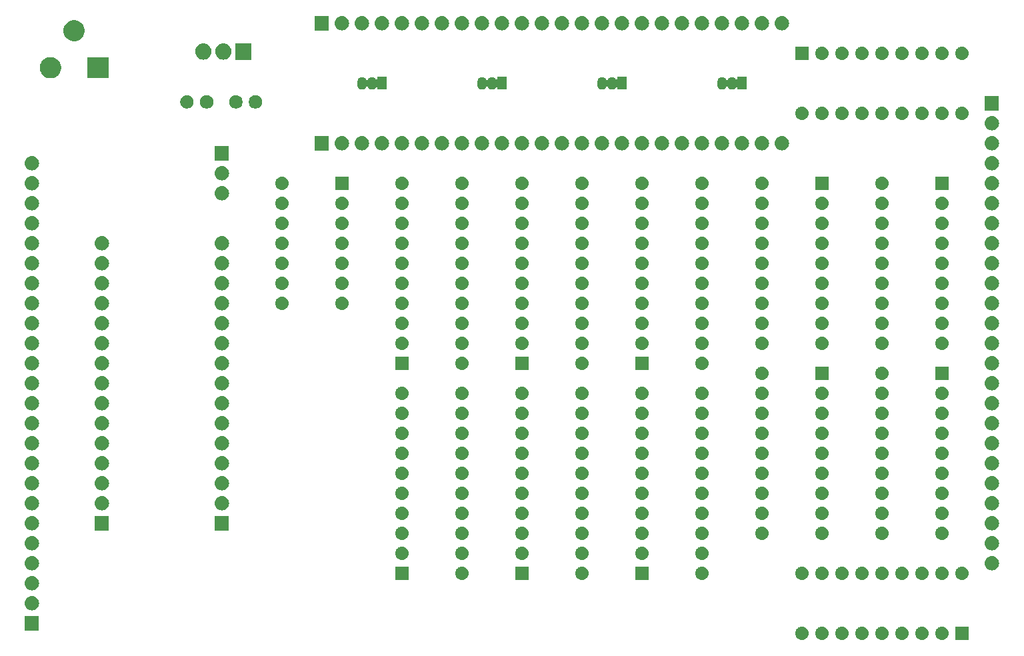
<source format=gbr>
G04 #@! TF.GenerationSoftware,KiCad,Pcbnew,(5.1.4)-1*
G04 #@! TF.CreationDate,2019-10-25T20:14:16-04:00*
G04 #@! TF.ProjectId,A-10C-CautionPanelNonMega,412d3130-432d-4436-9175-74696f6e5061,rev?*
G04 #@! TF.SameCoordinates,Original*
G04 #@! TF.FileFunction,Soldermask,Bot*
G04 #@! TF.FilePolarity,Negative*
%FSLAX46Y46*%
G04 Gerber Fmt 4.6, Leading zero omitted, Abs format (unit mm)*
G04 Created by KiCad (PCBNEW (5.1.4)-1) date 2019-10-25 20:14:16*
%MOMM*%
%LPD*%
G04 APERTURE LIST*
%ADD10C,0.100000*%
G04 APERTURE END LIST*
D10*
G36*
X172301000Y-127851000D02*
G01*
X170599000Y-127851000D01*
X170599000Y-126149000D01*
X172301000Y-126149000D01*
X172301000Y-127851000D01*
X172301000Y-127851000D01*
G37*
G36*
X169076823Y-126161313D02*
G01*
X169237242Y-126209976D01*
X169369906Y-126280886D01*
X169385078Y-126288996D01*
X169514659Y-126395341D01*
X169621004Y-126524922D01*
X169621005Y-126524924D01*
X169700024Y-126672758D01*
X169748687Y-126833177D01*
X169765117Y-127000000D01*
X169748687Y-127166823D01*
X169700024Y-127327242D01*
X169629114Y-127459906D01*
X169621004Y-127475078D01*
X169514659Y-127604659D01*
X169385078Y-127711004D01*
X169385076Y-127711005D01*
X169237242Y-127790024D01*
X169076823Y-127838687D01*
X168951804Y-127851000D01*
X168868196Y-127851000D01*
X168743177Y-127838687D01*
X168582758Y-127790024D01*
X168434924Y-127711005D01*
X168434922Y-127711004D01*
X168305341Y-127604659D01*
X168198996Y-127475078D01*
X168190886Y-127459906D01*
X168119976Y-127327242D01*
X168071313Y-127166823D01*
X168054883Y-127000000D01*
X168071313Y-126833177D01*
X168119976Y-126672758D01*
X168198995Y-126524924D01*
X168198996Y-126524922D01*
X168305341Y-126395341D01*
X168434922Y-126288996D01*
X168450094Y-126280886D01*
X168582758Y-126209976D01*
X168743177Y-126161313D01*
X168868196Y-126149000D01*
X168951804Y-126149000D01*
X169076823Y-126161313D01*
X169076823Y-126161313D01*
G37*
G36*
X151296823Y-126161313D02*
G01*
X151457242Y-126209976D01*
X151589906Y-126280886D01*
X151605078Y-126288996D01*
X151734659Y-126395341D01*
X151841004Y-126524922D01*
X151841005Y-126524924D01*
X151920024Y-126672758D01*
X151968687Y-126833177D01*
X151985117Y-127000000D01*
X151968687Y-127166823D01*
X151920024Y-127327242D01*
X151849114Y-127459906D01*
X151841004Y-127475078D01*
X151734659Y-127604659D01*
X151605078Y-127711004D01*
X151605076Y-127711005D01*
X151457242Y-127790024D01*
X151296823Y-127838687D01*
X151171804Y-127851000D01*
X151088196Y-127851000D01*
X150963177Y-127838687D01*
X150802758Y-127790024D01*
X150654924Y-127711005D01*
X150654922Y-127711004D01*
X150525341Y-127604659D01*
X150418996Y-127475078D01*
X150410886Y-127459906D01*
X150339976Y-127327242D01*
X150291313Y-127166823D01*
X150274883Y-127000000D01*
X150291313Y-126833177D01*
X150339976Y-126672758D01*
X150418995Y-126524924D01*
X150418996Y-126524922D01*
X150525341Y-126395341D01*
X150654922Y-126288996D01*
X150670094Y-126280886D01*
X150802758Y-126209976D01*
X150963177Y-126161313D01*
X151088196Y-126149000D01*
X151171804Y-126149000D01*
X151296823Y-126161313D01*
X151296823Y-126161313D01*
G37*
G36*
X153836823Y-126161313D02*
G01*
X153997242Y-126209976D01*
X154129906Y-126280886D01*
X154145078Y-126288996D01*
X154274659Y-126395341D01*
X154381004Y-126524922D01*
X154381005Y-126524924D01*
X154460024Y-126672758D01*
X154508687Y-126833177D01*
X154525117Y-127000000D01*
X154508687Y-127166823D01*
X154460024Y-127327242D01*
X154389114Y-127459906D01*
X154381004Y-127475078D01*
X154274659Y-127604659D01*
X154145078Y-127711004D01*
X154145076Y-127711005D01*
X153997242Y-127790024D01*
X153836823Y-127838687D01*
X153711804Y-127851000D01*
X153628196Y-127851000D01*
X153503177Y-127838687D01*
X153342758Y-127790024D01*
X153194924Y-127711005D01*
X153194922Y-127711004D01*
X153065341Y-127604659D01*
X152958996Y-127475078D01*
X152950886Y-127459906D01*
X152879976Y-127327242D01*
X152831313Y-127166823D01*
X152814883Y-127000000D01*
X152831313Y-126833177D01*
X152879976Y-126672758D01*
X152958995Y-126524924D01*
X152958996Y-126524922D01*
X153065341Y-126395341D01*
X153194922Y-126288996D01*
X153210094Y-126280886D01*
X153342758Y-126209976D01*
X153503177Y-126161313D01*
X153628196Y-126149000D01*
X153711804Y-126149000D01*
X153836823Y-126161313D01*
X153836823Y-126161313D01*
G37*
G36*
X156376823Y-126161313D02*
G01*
X156537242Y-126209976D01*
X156669906Y-126280886D01*
X156685078Y-126288996D01*
X156814659Y-126395341D01*
X156921004Y-126524922D01*
X156921005Y-126524924D01*
X157000024Y-126672758D01*
X157048687Y-126833177D01*
X157065117Y-127000000D01*
X157048687Y-127166823D01*
X157000024Y-127327242D01*
X156929114Y-127459906D01*
X156921004Y-127475078D01*
X156814659Y-127604659D01*
X156685078Y-127711004D01*
X156685076Y-127711005D01*
X156537242Y-127790024D01*
X156376823Y-127838687D01*
X156251804Y-127851000D01*
X156168196Y-127851000D01*
X156043177Y-127838687D01*
X155882758Y-127790024D01*
X155734924Y-127711005D01*
X155734922Y-127711004D01*
X155605341Y-127604659D01*
X155498996Y-127475078D01*
X155490886Y-127459906D01*
X155419976Y-127327242D01*
X155371313Y-127166823D01*
X155354883Y-127000000D01*
X155371313Y-126833177D01*
X155419976Y-126672758D01*
X155498995Y-126524924D01*
X155498996Y-126524922D01*
X155605341Y-126395341D01*
X155734922Y-126288996D01*
X155750094Y-126280886D01*
X155882758Y-126209976D01*
X156043177Y-126161313D01*
X156168196Y-126149000D01*
X156251804Y-126149000D01*
X156376823Y-126161313D01*
X156376823Y-126161313D01*
G37*
G36*
X161456823Y-126161313D02*
G01*
X161617242Y-126209976D01*
X161749906Y-126280886D01*
X161765078Y-126288996D01*
X161894659Y-126395341D01*
X162001004Y-126524922D01*
X162001005Y-126524924D01*
X162080024Y-126672758D01*
X162128687Y-126833177D01*
X162145117Y-127000000D01*
X162128687Y-127166823D01*
X162080024Y-127327242D01*
X162009114Y-127459906D01*
X162001004Y-127475078D01*
X161894659Y-127604659D01*
X161765078Y-127711004D01*
X161765076Y-127711005D01*
X161617242Y-127790024D01*
X161456823Y-127838687D01*
X161331804Y-127851000D01*
X161248196Y-127851000D01*
X161123177Y-127838687D01*
X160962758Y-127790024D01*
X160814924Y-127711005D01*
X160814922Y-127711004D01*
X160685341Y-127604659D01*
X160578996Y-127475078D01*
X160570886Y-127459906D01*
X160499976Y-127327242D01*
X160451313Y-127166823D01*
X160434883Y-127000000D01*
X160451313Y-126833177D01*
X160499976Y-126672758D01*
X160578995Y-126524924D01*
X160578996Y-126524922D01*
X160685341Y-126395341D01*
X160814922Y-126288996D01*
X160830094Y-126280886D01*
X160962758Y-126209976D01*
X161123177Y-126161313D01*
X161248196Y-126149000D01*
X161331804Y-126149000D01*
X161456823Y-126161313D01*
X161456823Y-126161313D01*
G37*
G36*
X163996823Y-126161313D02*
G01*
X164157242Y-126209976D01*
X164289906Y-126280886D01*
X164305078Y-126288996D01*
X164434659Y-126395341D01*
X164541004Y-126524922D01*
X164541005Y-126524924D01*
X164620024Y-126672758D01*
X164668687Y-126833177D01*
X164685117Y-127000000D01*
X164668687Y-127166823D01*
X164620024Y-127327242D01*
X164549114Y-127459906D01*
X164541004Y-127475078D01*
X164434659Y-127604659D01*
X164305078Y-127711004D01*
X164305076Y-127711005D01*
X164157242Y-127790024D01*
X163996823Y-127838687D01*
X163871804Y-127851000D01*
X163788196Y-127851000D01*
X163663177Y-127838687D01*
X163502758Y-127790024D01*
X163354924Y-127711005D01*
X163354922Y-127711004D01*
X163225341Y-127604659D01*
X163118996Y-127475078D01*
X163110886Y-127459906D01*
X163039976Y-127327242D01*
X162991313Y-127166823D01*
X162974883Y-127000000D01*
X162991313Y-126833177D01*
X163039976Y-126672758D01*
X163118995Y-126524924D01*
X163118996Y-126524922D01*
X163225341Y-126395341D01*
X163354922Y-126288996D01*
X163370094Y-126280886D01*
X163502758Y-126209976D01*
X163663177Y-126161313D01*
X163788196Y-126149000D01*
X163871804Y-126149000D01*
X163996823Y-126161313D01*
X163996823Y-126161313D01*
G37*
G36*
X166536823Y-126161313D02*
G01*
X166697242Y-126209976D01*
X166829906Y-126280886D01*
X166845078Y-126288996D01*
X166974659Y-126395341D01*
X167081004Y-126524922D01*
X167081005Y-126524924D01*
X167160024Y-126672758D01*
X167208687Y-126833177D01*
X167225117Y-127000000D01*
X167208687Y-127166823D01*
X167160024Y-127327242D01*
X167089114Y-127459906D01*
X167081004Y-127475078D01*
X166974659Y-127604659D01*
X166845078Y-127711004D01*
X166845076Y-127711005D01*
X166697242Y-127790024D01*
X166536823Y-127838687D01*
X166411804Y-127851000D01*
X166328196Y-127851000D01*
X166203177Y-127838687D01*
X166042758Y-127790024D01*
X165894924Y-127711005D01*
X165894922Y-127711004D01*
X165765341Y-127604659D01*
X165658996Y-127475078D01*
X165650886Y-127459906D01*
X165579976Y-127327242D01*
X165531313Y-127166823D01*
X165514883Y-127000000D01*
X165531313Y-126833177D01*
X165579976Y-126672758D01*
X165658995Y-126524924D01*
X165658996Y-126524922D01*
X165765341Y-126395341D01*
X165894922Y-126288996D01*
X165910094Y-126280886D01*
X166042758Y-126209976D01*
X166203177Y-126161313D01*
X166328196Y-126149000D01*
X166411804Y-126149000D01*
X166536823Y-126161313D01*
X166536823Y-126161313D01*
G37*
G36*
X158916823Y-126161313D02*
G01*
X159077242Y-126209976D01*
X159209906Y-126280886D01*
X159225078Y-126288996D01*
X159354659Y-126395341D01*
X159461004Y-126524922D01*
X159461005Y-126524924D01*
X159540024Y-126672758D01*
X159588687Y-126833177D01*
X159605117Y-127000000D01*
X159588687Y-127166823D01*
X159540024Y-127327242D01*
X159469114Y-127459906D01*
X159461004Y-127475078D01*
X159354659Y-127604659D01*
X159225078Y-127711004D01*
X159225076Y-127711005D01*
X159077242Y-127790024D01*
X158916823Y-127838687D01*
X158791804Y-127851000D01*
X158708196Y-127851000D01*
X158583177Y-127838687D01*
X158422758Y-127790024D01*
X158274924Y-127711005D01*
X158274922Y-127711004D01*
X158145341Y-127604659D01*
X158038996Y-127475078D01*
X158030886Y-127459906D01*
X157959976Y-127327242D01*
X157911313Y-127166823D01*
X157894883Y-127000000D01*
X157911313Y-126833177D01*
X157959976Y-126672758D01*
X158038995Y-126524924D01*
X158038996Y-126524922D01*
X158145341Y-126395341D01*
X158274922Y-126288996D01*
X158290094Y-126280886D01*
X158422758Y-126209976D01*
X158583177Y-126161313D01*
X158708196Y-126149000D01*
X158791804Y-126149000D01*
X158916823Y-126161313D01*
X158916823Y-126161313D01*
G37*
G36*
X54241000Y-126631000D02*
G01*
X52439000Y-126631000D01*
X52439000Y-124829000D01*
X54241000Y-124829000D01*
X54241000Y-126631000D01*
X54241000Y-126631000D01*
G37*
G36*
X53450443Y-122295519D02*
G01*
X53516627Y-122302037D01*
X53686466Y-122353557D01*
X53842991Y-122437222D01*
X53878729Y-122466552D01*
X53980186Y-122549814D01*
X54063448Y-122651271D01*
X54092778Y-122687009D01*
X54176443Y-122843534D01*
X54227963Y-123013373D01*
X54245359Y-123190000D01*
X54227963Y-123366627D01*
X54176443Y-123536466D01*
X54092778Y-123692991D01*
X54063448Y-123728729D01*
X53980186Y-123830186D01*
X53878729Y-123913448D01*
X53842991Y-123942778D01*
X53686466Y-124026443D01*
X53516627Y-124077963D01*
X53450442Y-124084482D01*
X53384260Y-124091000D01*
X53295740Y-124091000D01*
X53229558Y-124084482D01*
X53163373Y-124077963D01*
X52993534Y-124026443D01*
X52837009Y-123942778D01*
X52801271Y-123913448D01*
X52699814Y-123830186D01*
X52616552Y-123728729D01*
X52587222Y-123692991D01*
X52503557Y-123536466D01*
X52452037Y-123366627D01*
X52434641Y-123190000D01*
X52452037Y-123013373D01*
X52503557Y-122843534D01*
X52587222Y-122687009D01*
X52616552Y-122651271D01*
X52699814Y-122549814D01*
X52801271Y-122466552D01*
X52837009Y-122437222D01*
X52993534Y-122353557D01*
X53163373Y-122302037D01*
X53229557Y-122295519D01*
X53295740Y-122289000D01*
X53384260Y-122289000D01*
X53450443Y-122295519D01*
X53450443Y-122295519D01*
G37*
G36*
X53450442Y-119755518D02*
G01*
X53516627Y-119762037D01*
X53686466Y-119813557D01*
X53842991Y-119897222D01*
X53878729Y-119926552D01*
X53980186Y-120009814D01*
X54063448Y-120111271D01*
X54092778Y-120147009D01*
X54176443Y-120303534D01*
X54227963Y-120473373D01*
X54245359Y-120650000D01*
X54227963Y-120826627D01*
X54176443Y-120996466D01*
X54092778Y-121152991D01*
X54063448Y-121188729D01*
X53980186Y-121290186D01*
X53878729Y-121373448D01*
X53842991Y-121402778D01*
X53686466Y-121486443D01*
X53516627Y-121537963D01*
X53450443Y-121544481D01*
X53384260Y-121551000D01*
X53295740Y-121551000D01*
X53229557Y-121544481D01*
X53163373Y-121537963D01*
X52993534Y-121486443D01*
X52837009Y-121402778D01*
X52801271Y-121373448D01*
X52699814Y-121290186D01*
X52616552Y-121188729D01*
X52587222Y-121152991D01*
X52503557Y-120996466D01*
X52452037Y-120826627D01*
X52434641Y-120650000D01*
X52452037Y-120473373D01*
X52503557Y-120303534D01*
X52587222Y-120147009D01*
X52616552Y-120111271D01*
X52699814Y-120009814D01*
X52801271Y-119926552D01*
X52837009Y-119897222D01*
X52993534Y-119813557D01*
X53163373Y-119762037D01*
X53229558Y-119755518D01*
X53295740Y-119749000D01*
X53384260Y-119749000D01*
X53450442Y-119755518D01*
X53450442Y-119755518D01*
G37*
G36*
X138596823Y-118541313D02*
G01*
X138757242Y-118589976D01*
X138889906Y-118660886D01*
X138905078Y-118668996D01*
X139034659Y-118775341D01*
X139141004Y-118904922D01*
X139141005Y-118904924D01*
X139220024Y-119052758D01*
X139268687Y-119213177D01*
X139285117Y-119380000D01*
X139268687Y-119546823D01*
X139220024Y-119707242D01*
X139190735Y-119762037D01*
X139141004Y-119855078D01*
X139034659Y-119984659D01*
X138905078Y-120091004D01*
X138905076Y-120091005D01*
X138757242Y-120170024D01*
X138596823Y-120218687D01*
X138471804Y-120231000D01*
X138388196Y-120231000D01*
X138263177Y-120218687D01*
X138102758Y-120170024D01*
X137954924Y-120091005D01*
X137954922Y-120091004D01*
X137825341Y-119984659D01*
X137718996Y-119855078D01*
X137669265Y-119762037D01*
X137639976Y-119707242D01*
X137591313Y-119546823D01*
X137574883Y-119380000D01*
X137591313Y-119213177D01*
X137639976Y-119052758D01*
X137718995Y-118904924D01*
X137718996Y-118904922D01*
X137825341Y-118775341D01*
X137954922Y-118668996D01*
X137970094Y-118660886D01*
X138102758Y-118589976D01*
X138263177Y-118541313D01*
X138388196Y-118529000D01*
X138471804Y-118529000D01*
X138596823Y-118541313D01*
X138596823Y-118541313D01*
G37*
G36*
X166536823Y-118541313D02*
G01*
X166697242Y-118589976D01*
X166829906Y-118660886D01*
X166845078Y-118668996D01*
X166974659Y-118775341D01*
X167081004Y-118904922D01*
X167081005Y-118904924D01*
X167160024Y-119052758D01*
X167208687Y-119213177D01*
X167225117Y-119380000D01*
X167208687Y-119546823D01*
X167160024Y-119707242D01*
X167130735Y-119762037D01*
X167081004Y-119855078D01*
X166974659Y-119984659D01*
X166845078Y-120091004D01*
X166845076Y-120091005D01*
X166697242Y-120170024D01*
X166536823Y-120218687D01*
X166411804Y-120231000D01*
X166328196Y-120231000D01*
X166203177Y-120218687D01*
X166042758Y-120170024D01*
X165894924Y-120091005D01*
X165894922Y-120091004D01*
X165765341Y-119984659D01*
X165658996Y-119855078D01*
X165609265Y-119762037D01*
X165579976Y-119707242D01*
X165531313Y-119546823D01*
X165514883Y-119380000D01*
X165531313Y-119213177D01*
X165579976Y-119052758D01*
X165658995Y-118904924D01*
X165658996Y-118904922D01*
X165765341Y-118775341D01*
X165894922Y-118668996D01*
X165910094Y-118660886D01*
X166042758Y-118589976D01*
X166203177Y-118541313D01*
X166328196Y-118529000D01*
X166411804Y-118529000D01*
X166536823Y-118541313D01*
X166536823Y-118541313D01*
G37*
G36*
X169076823Y-118541313D02*
G01*
X169237242Y-118589976D01*
X169369906Y-118660886D01*
X169385078Y-118668996D01*
X169514659Y-118775341D01*
X169621004Y-118904922D01*
X169621005Y-118904924D01*
X169700024Y-119052758D01*
X169748687Y-119213177D01*
X169765117Y-119380000D01*
X169748687Y-119546823D01*
X169700024Y-119707242D01*
X169670735Y-119762037D01*
X169621004Y-119855078D01*
X169514659Y-119984659D01*
X169385078Y-120091004D01*
X169385076Y-120091005D01*
X169237242Y-120170024D01*
X169076823Y-120218687D01*
X168951804Y-120231000D01*
X168868196Y-120231000D01*
X168743177Y-120218687D01*
X168582758Y-120170024D01*
X168434924Y-120091005D01*
X168434922Y-120091004D01*
X168305341Y-119984659D01*
X168198996Y-119855078D01*
X168149265Y-119762037D01*
X168119976Y-119707242D01*
X168071313Y-119546823D01*
X168054883Y-119380000D01*
X168071313Y-119213177D01*
X168119976Y-119052758D01*
X168198995Y-118904924D01*
X168198996Y-118904922D01*
X168305341Y-118775341D01*
X168434922Y-118668996D01*
X168450094Y-118660886D01*
X168582758Y-118589976D01*
X168743177Y-118541313D01*
X168868196Y-118529000D01*
X168951804Y-118529000D01*
X169076823Y-118541313D01*
X169076823Y-118541313D01*
G37*
G36*
X171616823Y-118541313D02*
G01*
X171777242Y-118589976D01*
X171909906Y-118660886D01*
X171925078Y-118668996D01*
X172054659Y-118775341D01*
X172161004Y-118904922D01*
X172161005Y-118904924D01*
X172240024Y-119052758D01*
X172288687Y-119213177D01*
X172305117Y-119380000D01*
X172288687Y-119546823D01*
X172240024Y-119707242D01*
X172210735Y-119762037D01*
X172161004Y-119855078D01*
X172054659Y-119984659D01*
X171925078Y-120091004D01*
X171925076Y-120091005D01*
X171777242Y-120170024D01*
X171616823Y-120218687D01*
X171491804Y-120231000D01*
X171408196Y-120231000D01*
X171283177Y-120218687D01*
X171122758Y-120170024D01*
X170974924Y-120091005D01*
X170974922Y-120091004D01*
X170845341Y-119984659D01*
X170738996Y-119855078D01*
X170689265Y-119762037D01*
X170659976Y-119707242D01*
X170611313Y-119546823D01*
X170594883Y-119380000D01*
X170611313Y-119213177D01*
X170659976Y-119052758D01*
X170738995Y-118904924D01*
X170738996Y-118904922D01*
X170845341Y-118775341D01*
X170974922Y-118668996D01*
X170990094Y-118660886D01*
X171122758Y-118589976D01*
X171283177Y-118541313D01*
X171408196Y-118529000D01*
X171491804Y-118529000D01*
X171616823Y-118541313D01*
X171616823Y-118541313D01*
G37*
G36*
X163996823Y-118541313D02*
G01*
X164157242Y-118589976D01*
X164289906Y-118660886D01*
X164305078Y-118668996D01*
X164434659Y-118775341D01*
X164541004Y-118904922D01*
X164541005Y-118904924D01*
X164620024Y-119052758D01*
X164668687Y-119213177D01*
X164685117Y-119380000D01*
X164668687Y-119546823D01*
X164620024Y-119707242D01*
X164590735Y-119762037D01*
X164541004Y-119855078D01*
X164434659Y-119984659D01*
X164305078Y-120091004D01*
X164305076Y-120091005D01*
X164157242Y-120170024D01*
X163996823Y-120218687D01*
X163871804Y-120231000D01*
X163788196Y-120231000D01*
X163663177Y-120218687D01*
X163502758Y-120170024D01*
X163354924Y-120091005D01*
X163354922Y-120091004D01*
X163225341Y-119984659D01*
X163118996Y-119855078D01*
X163069265Y-119762037D01*
X163039976Y-119707242D01*
X162991313Y-119546823D01*
X162974883Y-119380000D01*
X162991313Y-119213177D01*
X163039976Y-119052758D01*
X163118995Y-118904924D01*
X163118996Y-118904922D01*
X163225341Y-118775341D01*
X163354922Y-118668996D01*
X163370094Y-118660886D01*
X163502758Y-118589976D01*
X163663177Y-118541313D01*
X163788196Y-118529000D01*
X163871804Y-118529000D01*
X163996823Y-118541313D01*
X163996823Y-118541313D01*
G37*
G36*
X123356823Y-118541313D02*
G01*
X123517242Y-118589976D01*
X123649906Y-118660886D01*
X123665078Y-118668996D01*
X123794659Y-118775341D01*
X123901004Y-118904922D01*
X123901005Y-118904924D01*
X123980024Y-119052758D01*
X124028687Y-119213177D01*
X124045117Y-119380000D01*
X124028687Y-119546823D01*
X123980024Y-119707242D01*
X123950735Y-119762037D01*
X123901004Y-119855078D01*
X123794659Y-119984659D01*
X123665078Y-120091004D01*
X123665076Y-120091005D01*
X123517242Y-120170024D01*
X123356823Y-120218687D01*
X123231804Y-120231000D01*
X123148196Y-120231000D01*
X123023177Y-120218687D01*
X122862758Y-120170024D01*
X122714924Y-120091005D01*
X122714922Y-120091004D01*
X122585341Y-119984659D01*
X122478996Y-119855078D01*
X122429265Y-119762037D01*
X122399976Y-119707242D01*
X122351313Y-119546823D01*
X122334883Y-119380000D01*
X122351313Y-119213177D01*
X122399976Y-119052758D01*
X122478995Y-118904924D01*
X122478996Y-118904922D01*
X122585341Y-118775341D01*
X122714922Y-118668996D01*
X122730094Y-118660886D01*
X122862758Y-118589976D01*
X123023177Y-118541313D01*
X123148196Y-118529000D01*
X123231804Y-118529000D01*
X123356823Y-118541313D01*
X123356823Y-118541313D01*
G37*
G36*
X116421000Y-120231000D02*
G01*
X114719000Y-120231000D01*
X114719000Y-118529000D01*
X116421000Y-118529000D01*
X116421000Y-120231000D01*
X116421000Y-120231000D01*
G37*
G36*
X131661000Y-120231000D02*
G01*
X129959000Y-120231000D01*
X129959000Y-118529000D01*
X131661000Y-118529000D01*
X131661000Y-120231000D01*
X131661000Y-120231000D01*
G37*
G36*
X161456823Y-118541313D02*
G01*
X161617242Y-118589976D01*
X161749906Y-118660886D01*
X161765078Y-118668996D01*
X161894659Y-118775341D01*
X162001004Y-118904922D01*
X162001005Y-118904924D01*
X162080024Y-119052758D01*
X162128687Y-119213177D01*
X162145117Y-119380000D01*
X162128687Y-119546823D01*
X162080024Y-119707242D01*
X162050735Y-119762037D01*
X162001004Y-119855078D01*
X161894659Y-119984659D01*
X161765078Y-120091004D01*
X161765076Y-120091005D01*
X161617242Y-120170024D01*
X161456823Y-120218687D01*
X161331804Y-120231000D01*
X161248196Y-120231000D01*
X161123177Y-120218687D01*
X160962758Y-120170024D01*
X160814924Y-120091005D01*
X160814922Y-120091004D01*
X160685341Y-119984659D01*
X160578996Y-119855078D01*
X160529265Y-119762037D01*
X160499976Y-119707242D01*
X160451313Y-119546823D01*
X160434883Y-119380000D01*
X160451313Y-119213177D01*
X160499976Y-119052758D01*
X160578995Y-118904924D01*
X160578996Y-118904922D01*
X160685341Y-118775341D01*
X160814922Y-118668996D01*
X160830094Y-118660886D01*
X160962758Y-118589976D01*
X161123177Y-118541313D01*
X161248196Y-118529000D01*
X161331804Y-118529000D01*
X161456823Y-118541313D01*
X161456823Y-118541313D01*
G37*
G36*
X101181000Y-120231000D02*
G01*
X99479000Y-120231000D01*
X99479000Y-118529000D01*
X101181000Y-118529000D01*
X101181000Y-120231000D01*
X101181000Y-120231000D01*
G37*
G36*
X108116823Y-118541313D02*
G01*
X108277242Y-118589976D01*
X108409906Y-118660886D01*
X108425078Y-118668996D01*
X108554659Y-118775341D01*
X108661004Y-118904922D01*
X108661005Y-118904924D01*
X108740024Y-119052758D01*
X108788687Y-119213177D01*
X108805117Y-119380000D01*
X108788687Y-119546823D01*
X108740024Y-119707242D01*
X108710735Y-119762037D01*
X108661004Y-119855078D01*
X108554659Y-119984659D01*
X108425078Y-120091004D01*
X108425076Y-120091005D01*
X108277242Y-120170024D01*
X108116823Y-120218687D01*
X107991804Y-120231000D01*
X107908196Y-120231000D01*
X107783177Y-120218687D01*
X107622758Y-120170024D01*
X107474924Y-120091005D01*
X107474922Y-120091004D01*
X107345341Y-119984659D01*
X107238996Y-119855078D01*
X107189265Y-119762037D01*
X107159976Y-119707242D01*
X107111313Y-119546823D01*
X107094883Y-119380000D01*
X107111313Y-119213177D01*
X107159976Y-119052758D01*
X107238995Y-118904924D01*
X107238996Y-118904922D01*
X107345341Y-118775341D01*
X107474922Y-118668996D01*
X107490094Y-118660886D01*
X107622758Y-118589976D01*
X107783177Y-118541313D01*
X107908196Y-118529000D01*
X107991804Y-118529000D01*
X108116823Y-118541313D01*
X108116823Y-118541313D01*
G37*
G36*
X151296823Y-118541313D02*
G01*
X151457242Y-118589976D01*
X151589906Y-118660886D01*
X151605078Y-118668996D01*
X151734659Y-118775341D01*
X151841004Y-118904922D01*
X151841005Y-118904924D01*
X151920024Y-119052758D01*
X151968687Y-119213177D01*
X151985117Y-119380000D01*
X151968687Y-119546823D01*
X151920024Y-119707242D01*
X151890735Y-119762037D01*
X151841004Y-119855078D01*
X151734659Y-119984659D01*
X151605078Y-120091004D01*
X151605076Y-120091005D01*
X151457242Y-120170024D01*
X151296823Y-120218687D01*
X151171804Y-120231000D01*
X151088196Y-120231000D01*
X150963177Y-120218687D01*
X150802758Y-120170024D01*
X150654924Y-120091005D01*
X150654922Y-120091004D01*
X150525341Y-119984659D01*
X150418996Y-119855078D01*
X150369265Y-119762037D01*
X150339976Y-119707242D01*
X150291313Y-119546823D01*
X150274883Y-119380000D01*
X150291313Y-119213177D01*
X150339976Y-119052758D01*
X150418995Y-118904924D01*
X150418996Y-118904922D01*
X150525341Y-118775341D01*
X150654922Y-118668996D01*
X150670094Y-118660886D01*
X150802758Y-118589976D01*
X150963177Y-118541313D01*
X151088196Y-118529000D01*
X151171804Y-118529000D01*
X151296823Y-118541313D01*
X151296823Y-118541313D01*
G37*
G36*
X158916823Y-118541313D02*
G01*
X159077242Y-118589976D01*
X159209906Y-118660886D01*
X159225078Y-118668996D01*
X159354659Y-118775341D01*
X159461004Y-118904922D01*
X159461005Y-118904924D01*
X159540024Y-119052758D01*
X159588687Y-119213177D01*
X159605117Y-119380000D01*
X159588687Y-119546823D01*
X159540024Y-119707242D01*
X159510735Y-119762037D01*
X159461004Y-119855078D01*
X159354659Y-119984659D01*
X159225078Y-120091004D01*
X159225076Y-120091005D01*
X159077242Y-120170024D01*
X158916823Y-120218687D01*
X158791804Y-120231000D01*
X158708196Y-120231000D01*
X158583177Y-120218687D01*
X158422758Y-120170024D01*
X158274924Y-120091005D01*
X158274922Y-120091004D01*
X158145341Y-119984659D01*
X158038996Y-119855078D01*
X157989265Y-119762037D01*
X157959976Y-119707242D01*
X157911313Y-119546823D01*
X157894883Y-119380000D01*
X157911313Y-119213177D01*
X157959976Y-119052758D01*
X158038995Y-118904924D01*
X158038996Y-118904922D01*
X158145341Y-118775341D01*
X158274922Y-118668996D01*
X158290094Y-118660886D01*
X158422758Y-118589976D01*
X158583177Y-118541313D01*
X158708196Y-118529000D01*
X158791804Y-118529000D01*
X158916823Y-118541313D01*
X158916823Y-118541313D01*
G37*
G36*
X153836823Y-118541313D02*
G01*
X153997242Y-118589976D01*
X154129906Y-118660886D01*
X154145078Y-118668996D01*
X154274659Y-118775341D01*
X154381004Y-118904922D01*
X154381005Y-118904924D01*
X154460024Y-119052758D01*
X154508687Y-119213177D01*
X154525117Y-119380000D01*
X154508687Y-119546823D01*
X154460024Y-119707242D01*
X154430735Y-119762037D01*
X154381004Y-119855078D01*
X154274659Y-119984659D01*
X154145078Y-120091004D01*
X154145076Y-120091005D01*
X153997242Y-120170024D01*
X153836823Y-120218687D01*
X153711804Y-120231000D01*
X153628196Y-120231000D01*
X153503177Y-120218687D01*
X153342758Y-120170024D01*
X153194924Y-120091005D01*
X153194922Y-120091004D01*
X153065341Y-119984659D01*
X152958996Y-119855078D01*
X152909265Y-119762037D01*
X152879976Y-119707242D01*
X152831313Y-119546823D01*
X152814883Y-119380000D01*
X152831313Y-119213177D01*
X152879976Y-119052758D01*
X152958995Y-118904924D01*
X152958996Y-118904922D01*
X153065341Y-118775341D01*
X153194922Y-118668996D01*
X153210094Y-118660886D01*
X153342758Y-118589976D01*
X153503177Y-118541313D01*
X153628196Y-118529000D01*
X153711804Y-118529000D01*
X153836823Y-118541313D01*
X153836823Y-118541313D01*
G37*
G36*
X156376823Y-118541313D02*
G01*
X156537242Y-118589976D01*
X156669906Y-118660886D01*
X156685078Y-118668996D01*
X156814659Y-118775341D01*
X156921004Y-118904922D01*
X156921005Y-118904924D01*
X157000024Y-119052758D01*
X157048687Y-119213177D01*
X157065117Y-119380000D01*
X157048687Y-119546823D01*
X157000024Y-119707242D01*
X156970735Y-119762037D01*
X156921004Y-119855078D01*
X156814659Y-119984659D01*
X156685078Y-120091004D01*
X156685076Y-120091005D01*
X156537242Y-120170024D01*
X156376823Y-120218687D01*
X156251804Y-120231000D01*
X156168196Y-120231000D01*
X156043177Y-120218687D01*
X155882758Y-120170024D01*
X155734924Y-120091005D01*
X155734922Y-120091004D01*
X155605341Y-119984659D01*
X155498996Y-119855078D01*
X155449265Y-119762037D01*
X155419976Y-119707242D01*
X155371313Y-119546823D01*
X155354883Y-119380000D01*
X155371313Y-119213177D01*
X155419976Y-119052758D01*
X155498995Y-118904924D01*
X155498996Y-118904922D01*
X155605341Y-118775341D01*
X155734922Y-118668996D01*
X155750094Y-118660886D01*
X155882758Y-118589976D01*
X156043177Y-118541313D01*
X156168196Y-118529000D01*
X156251804Y-118529000D01*
X156376823Y-118541313D01*
X156376823Y-118541313D01*
G37*
G36*
X53450443Y-117215519D02*
G01*
X53516627Y-117222037D01*
X53686466Y-117273557D01*
X53842991Y-117357222D01*
X53878729Y-117386552D01*
X53980186Y-117469814D01*
X54063448Y-117571271D01*
X54092778Y-117607009D01*
X54176443Y-117763534D01*
X54227963Y-117933373D01*
X54245359Y-118110000D01*
X54227963Y-118286627D01*
X54176443Y-118456466D01*
X54092778Y-118612991D01*
X54063448Y-118648729D01*
X53980186Y-118750186D01*
X53878729Y-118833448D01*
X53842991Y-118862778D01*
X53686466Y-118946443D01*
X53516627Y-118997963D01*
X53450443Y-119004481D01*
X53384260Y-119011000D01*
X53295740Y-119011000D01*
X53229557Y-119004481D01*
X53163373Y-118997963D01*
X52993534Y-118946443D01*
X52837009Y-118862778D01*
X52801271Y-118833448D01*
X52699814Y-118750186D01*
X52616552Y-118648729D01*
X52587222Y-118612991D01*
X52503557Y-118456466D01*
X52452037Y-118286627D01*
X52434641Y-118110000D01*
X52452037Y-117933373D01*
X52503557Y-117763534D01*
X52587222Y-117607009D01*
X52616552Y-117571271D01*
X52699814Y-117469814D01*
X52801271Y-117386552D01*
X52837009Y-117357222D01*
X52993534Y-117273557D01*
X53163373Y-117222037D01*
X53229557Y-117215519D01*
X53295740Y-117209000D01*
X53384260Y-117209000D01*
X53450443Y-117215519D01*
X53450443Y-117215519D01*
G37*
G36*
X175370443Y-117215519D02*
G01*
X175436627Y-117222037D01*
X175606466Y-117273557D01*
X175762991Y-117357222D01*
X175798729Y-117386552D01*
X175900186Y-117469814D01*
X175983448Y-117571271D01*
X176012778Y-117607009D01*
X176096443Y-117763534D01*
X176147963Y-117933373D01*
X176165359Y-118110000D01*
X176147963Y-118286627D01*
X176096443Y-118456466D01*
X176012778Y-118612991D01*
X175983448Y-118648729D01*
X175900186Y-118750186D01*
X175798729Y-118833448D01*
X175762991Y-118862778D01*
X175606466Y-118946443D01*
X175436627Y-118997963D01*
X175370443Y-119004481D01*
X175304260Y-119011000D01*
X175215740Y-119011000D01*
X175149557Y-119004481D01*
X175083373Y-118997963D01*
X174913534Y-118946443D01*
X174757009Y-118862778D01*
X174721271Y-118833448D01*
X174619814Y-118750186D01*
X174536552Y-118648729D01*
X174507222Y-118612991D01*
X174423557Y-118456466D01*
X174372037Y-118286627D01*
X174354641Y-118110000D01*
X174372037Y-117933373D01*
X174423557Y-117763534D01*
X174507222Y-117607009D01*
X174536552Y-117571271D01*
X174619814Y-117469814D01*
X174721271Y-117386552D01*
X174757009Y-117357222D01*
X174913534Y-117273557D01*
X175083373Y-117222037D01*
X175149557Y-117215519D01*
X175215740Y-117209000D01*
X175304260Y-117209000D01*
X175370443Y-117215519D01*
X175370443Y-117215519D01*
G37*
G36*
X123356823Y-116001313D02*
G01*
X123517242Y-116049976D01*
X123649906Y-116120886D01*
X123665078Y-116128996D01*
X123794659Y-116235341D01*
X123901004Y-116364922D01*
X123901005Y-116364924D01*
X123980024Y-116512758D01*
X124028687Y-116673177D01*
X124045117Y-116840000D01*
X124028687Y-117006823D01*
X123980024Y-117167242D01*
X123950735Y-117222037D01*
X123901004Y-117315078D01*
X123794659Y-117444659D01*
X123665078Y-117551004D01*
X123665076Y-117551005D01*
X123517242Y-117630024D01*
X123356823Y-117678687D01*
X123231804Y-117691000D01*
X123148196Y-117691000D01*
X123023177Y-117678687D01*
X122862758Y-117630024D01*
X122714924Y-117551005D01*
X122714922Y-117551004D01*
X122585341Y-117444659D01*
X122478996Y-117315078D01*
X122429265Y-117222037D01*
X122399976Y-117167242D01*
X122351313Y-117006823D01*
X122334883Y-116840000D01*
X122351313Y-116673177D01*
X122399976Y-116512758D01*
X122478995Y-116364924D01*
X122478996Y-116364922D01*
X122585341Y-116235341D01*
X122714922Y-116128996D01*
X122730094Y-116120886D01*
X122862758Y-116049976D01*
X123023177Y-116001313D01*
X123148196Y-115989000D01*
X123231804Y-115989000D01*
X123356823Y-116001313D01*
X123356823Y-116001313D01*
G37*
G36*
X130976823Y-116001313D02*
G01*
X131137242Y-116049976D01*
X131269906Y-116120886D01*
X131285078Y-116128996D01*
X131414659Y-116235341D01*
X131521004Y-116364922D01*
X131521005Y-116364924D01*
X131600024Y-116512758D01*
X131648687Y-116673177D01*
X131665117Y-116840000D01*
X131648687Y-117006823D01*
X131600024Y-117167242D01*
X131570735Y-117222037D01*
X131521004Y-117315078D01*
X131414659Y-117444659D01*
X131285078Y-117551004D01*
X131285076Y-117551005D01*
X131137242Y-117630024D01*
X130976823Y-117678687D01*
X130851804Y-117691000D01*
X130768196Y-117691000D01*
X130643177Y-117678687D01*
X130482758Y-117630024D01*
X130334924Y-117551005D01*
X130334922Y-117551004D01*
X130205341Y-117444659D01*
X130098996Y-117315078D01*
X130049265Y-117222037D01*
X130019976Y-117167242D01*
X129971313Y-117006823D01*
X129954883Y-116840000D01*
X129971313Y-116673177D01*
X130019976Y-116512758D01*
X130098995Y-116364924D01*
X130098996Y-116364922D01*
X130205341Y-116235341D01*
X130334922Y-116128996D01*
X130350094Y-116120886D01*
X130482758Y-116049976D01*
X130643177Y-116001313D01*
X130768196Y-115989000D01*
X130851804Y-115989000D01*
X130976823Y-116001313D01*
X130976823Y-116001313D01*
G37*
G36*
X115736823Y-116001313D02*
G01*
X115897242Y-116049976D01*
X116029906Y-116120886D01*
X116045078Y-116128996D01*
X116174659Y-116235341D01*
X116281004Y-116364922D01*
X116281005Y-116364924D01*
X116360024Y-116512758D01*
X116408687Y-116673177D01*
X116425117Y-116840000D01*
X116408687Y-117006823D01*
X116360024Y-117167242D01*
X116330735Y-117222037D01*
X116281004Y-117315078D01*
X116174659Y-117444659D01*
X116045078Y-117551004D01*
X116045076Y-117551005D01*
X115897242Y-117630024D01*
X115736823Y-117678687D01*
X115611804Y-117691000D01*
X115528196Y-117691000D01*
X115403177Y-117678687D01*
X115242758Y-117630024D01*
X115094924Y-117551005D01*
X115094922Y-117551004D01*
X114965341Y-117444659D01*
X114858996Y-117315078D01*
X114809265Y-117222037D01*
X114779976Y-117167242D01*
X114731313Y-117006823D01*
X114714883Y-116840000D01*
X114731313Y-116673177D01*
X114779976Y-116512758D01*
X114858995Y-116364924D01*
X114858996Y-116364922D01*
X114965341Y-116235341D01*
X115094922Y-116128996D01*
X115110094Y-116120886D01*
X115242758Y-116049976D01*
X115403177Y-116001313D01*
X115528196Y-115989000D01*
X115611804Y-115989000D01*
X115736823Y-116001313D01*
X115736823Y-116001313D01*
G37*
G36*
X138596823Y-116001313D02*
G01*
X138757242Y-116049976D01*
X138889906Y-116120886D01*
X138905078Y-116128996D01*
X139034659Y-116235341D01*
X139141004Y-116364922D01*
X139141005Y-116364924D01*
X139220024Y-116512758D01*
X139268687Y-116673177D01*
X139285117Y-116840000D01*
X139268687Y-117006823D01*
X139220024Y-117167242D01*
X139190735Y-117222037D01*
X139141004Y-117315078D01*
X139034659Y-117444659D01*
X138905078Y-117551004D01*
X138905076Y-117551005D01*
X138757242Y-117630024D01*
X138596823Y-117678687D01*
X138471804Y-117691000D01*
X138388196Y-117691000D01*
X138263177Y-117678687D01*
X138102758Y-117630024D01*
X137954924Y-117551005D01*
X137954922Y-117551004D01*
X137825341Y-117444659D01*
X137718996Y-117315078D01*
X137669265Y-117222037D01*
X137639976Y-117167242D01*
X137591313Y-117006823D01*
X137574883Y-116840000D01*
X137591313Y-116673177D01*
X137639976Y-116512758D01*
X137718995Y-116364924D01*
X137718996Y-116364922D01*
X137825341Y-116235341D01*
X137954922Y-116128996D01*
X137970094Y-116120886D01*
X138102758Y-116049976D01*
X138263177Y-116001313D01*
X138388196Y-115989000D01*
X138471804Y-115989000D01*
X138596823Y-116001313D01*
X138596823Y-116001313D01*
G37*
G36*
X100496823Y-116001313D02*
G01*
X100657242Y-116049976D01*
X100789906Y-116120886D01*
X100805078Y-116128996D01*
X100934659Y-116235341D01*
X101041004Y-116364922D01*
X101041005Y-116364924D01*
X101120024Y-116512758D01*
X101168687Y-116673177D01*
X101185117Y-116840000D01*
X101168687Y-117006823D01*
X101120024Y-117167242D01*
X101090735Y-117222037D01*
X101041004Y-117315078D01*
X100934659Y-117444659D01*
X100805078Y-117551004D01*
X100805076Y-117551005D01*
X100657242Y-117630024D01*
X100496823Y-117678687D01*
X100371804Y-117691000D01*
X100288196Y-117691000D01*
X100163177Y-117678687D01*
X100002758Y-117630024D01*
X99854924Y-117551005D01*
X99854922Y-117551004D01*
X99725341Y-117444659D01*
X99618996Y-117315078D01*
X99569265Y-117222037D01*
X99539976Y-117167242D01*
X99491313Y-117006823D01*
X99474883Y-116840000D01*
X99491313Y-116673177D01*
X99539976Y-116512758D01*
X99618995Y-116364924D01*
X99618996Y-116364922D01*
X99725341Y-116235341D01*
X99854922Y-116128996D01*
X99870094Y-116120886D01*
X100002758Y-116049976D01*
X100163177Y-116001313D01*
X100288196Y-115989000D01*
X100371804Y-115989000D01*
X100496823Y-116001313D01*
X100496823Y-116001313D01*
G37*
G36*
X108116823Y-116001313D02*
G01*
X108277242Y-116049976D01*
X108409906Y-116120886D01*
X108425078Y-116128996D01*
X108554659Y-116235341D01*
X108661004Y-116364922D01*
X108661005Y-116364924D01*
X108740024Y-116512758D01*
X108788687Y-116673177D01*
X108805117Y-116840000D01*
X108788687Y-117006823D01*
X108740024Y-117167242D01*
X108710735Y-117222037D01*
X108661004Y-117315078D01*
X108554659Y-117444659D01*
X108425078Y-117551004D01*
X108425076Y-117551005D01*
X108277242Y-117630024D01*
X108116823Y-117678687D01*
X107991804Y-117691000D01*
X107908196Y-117691000D01*
X107783177Y-117678687D01*
X107622758Y-117630024D01*
X107474924Y-117551005D01*
X107474922Y-117551004D01*
X107345341Y-117444659D01*
X107238996Y-117315078D01*
X107189265Y-117222037D01*
X107159976Y-117167242D01*
X107111313Y-117006823D01*
X107094883Y-116840000D01*
X107111313Y-116673177D01*
X107159976Y-116512758D01*
X107238995Y-116364924D01*
X107238996Y-116364922D01*
X107345341Y-116235341D01*
X107474922Y-116128996D01*
X107490094Y-116120886D01*
X107622758Y-116049976D01*
X107783177Y-116001313D01*
X107908196Y-115989000D01*
X107991804Y-115989000D01*
X108116823Y-116001313D01*
X108116823Y-116001313D01*
G37*
G36*
X53450443Y-114675519D02*
G01*
X53516627Y-114682037D01*
X53686466Y-114733557D01*
X53842991Y-114817222D01*
X53878729Y-114846552D01*
X53980186Y-114929814D01*
X54063448Y-115031271D01*
X54092778Y-115067009D01*
X54176443Y-115223534D01*
X54227963Y-115393373D01*
X54245359Y-115570000D01*
X54227963Y-115746627D01*
X54176443Y-115916466D01*
X54092778Y-116072991D01*
X54063448Y-116108729D01*
X53980186Y-116210186D01*
X53878729Y-116293448D01*
X53842991Y-116322778D01*
X53686466Y-116406443D01*
X53516627Y-116457963D01*
X53450442Y-116464482D01*
X53384260Y-116471000D01*
X53295740Y-116471000D01*
X53229558Y-116464482D01*
X53163373Y-116457963D01*
X52993534Y-116406443D01*
X52837009Y-116322778D01*
X52801271Y-116293448D01*
X52699814Y-116210186D01*
X52616552Y-116108729D01*
X52587222Y-116072991D01*
X52503557Y-115916466D01*
X52452037Y-115746627D01*
X52434641Y-115570000D01*
X52452037Y-115393373D01*
X52503557Y-115223534D01*
X52587222Y-115067009D01*
X52616552Y-115031271D01*
X52699814Y-114929814D01*
X52801271Y-114846552D01*
X52837009Y-114817222D01*
X52993534Y-114733557D01*
X53163373Y-114682037D01*
X53229557Y-114675519D01*
X53295740Y-114669000D01*
X53384260Y-114669000D01*
X53450443Y-114675519D01*
X53450443Y-114675519D01*
G37*
G36*
X175370443Y-114675519D02*
G01*
X175436627Y-114682037D01*
X175606466Y-114733557D01*
X175762991Y-114817222D01*
X175798729Y-114846552D01*
X175900186Y-114929814D01*
X175983448Y-115031271D01*
X176012778Y-115067009D01*
X176096443Y-115223534D01*
X176147963Y-115393373D01*
X176165359Y-115570000D01*
X176147963Y-115746627D01*
X176096443Y-115916466D01*
X176012778Y-116072991D01*
X175983448Y-116108729D01*
X175900186Y-116210186D01*
X175798729Y-116293448D01*
X175762991Y-116322778D01*
X175606466Y-116406443D01*
X175436627Y-116457963D01*
X175370442Y-116464482D01*
X175304260Y-116471000D01*
X175215740Y-116471000D01*
X175149558Y-116464482D01*
X175083373Y-116457963D01*
X174913534Y-116406443D01*
X174757009Y-116322778D01*
X174721271Y-116293448D01*
X174619814Y-116210186D01*
X174536552Y-116108729D01*
X174507222Y-116072991D01*
X174423557Y-115916466D01*
X174372037Y-115746627D01*
X174354641Y-115570000D01*
X174372037Y-115393373D01*
X174423557Y-115223534D01*
X174507222Y-115067009D01*
X174536552Y-115031271D01*
X174619814Y-114929814D01*
X174721271Y-114846552D01*
X174757009Y-114817222D01*
X174913534Y-114733557D01*
X175083373Y-114682037D01*
X175149557Y-114675519D01*
X175215740Y-114669000D01*
X175304260Y-114669000D01*
X175370443Y-114675519D01*
X175370443Y-114675519D01*
G37*
G36*
X130976823Y-113461313D02*
G01*
X131137242Y-113509976D01*
X131269906Y-113580886D01*
X131285078Y-113588996D01*
X131414659Y-113695341D01*
X131521004Y-113824922D01*
X131521005Y-113824924D01*
X131600024Y-113972758D01*
X131648687Y-114133177D01*
X131665117Y-114300000D01*
X131648687Y-114466823D01*
X131600024Y-114627242D01*
X131570735Y-114682037D01*
X131521004Y-114775078D01*
X131414659Y-114904659D01*
X131285078Y-115011004D01*
X131285076Y-115011005D01*
X131137242Y-115090024D01*
X130976823Y-115138687D01*
X130851804Y-115151000D01*
X130768196Y-115151000D01*
X130643177Y-115138687D01*
X130482758Y-115090024D01*
X130334924Y-115011005D01*
X130334922Y-115011004D01*
X130205341Y-114904659D01*
X130098996Y-114775078D01*
X130049265Y-114682037D01*
X130019976Y-114627242D01*
X129971313Y-114466823D01*
X129954883Y-114300000D01*
X129971313Y-114133177D01*
X130019976Y-113972758D01*
X130098995Y-113824924D01*
X130098996Y-113824922D01*
X130205341Y-113695341D01*
X130334922Y-113588996D01*
X130350094Y-113580886D01*
X130482758Y-113509976D01*
X130643177Y-113461313D01*
X130768196Y-113449000D01*
X130851804Y-113449000D01*
X130976823Y-113461313D01*
X130976823Y-113461313D01*
G37*
G36*
X153836823Y-113461313D02*
G01*
X153997242Y-113509976D01*
X154129906Y-113580886D01*
X154145078Y-113588996D01*
X154274659Y-113695341D01*
X154381004Y-113824922D01*
X154381005Y-113824924D01*
X154460024Y-113972758D01*
X154508687Y-114133177D01*
X154525117Y-114300000D01*
X154508687Y-114466823D01*
X154460024Y-114627242D01*
X154430735Y-114682037D01*
X154381004Y-114775078D01*
X154274659Y-114904659D01*
X154145078Y-115011004D01*
X154145076Y-115011005D01*
X153997242Y-115090024D01*
X153836823Y-115138687D01*
X153711804Y-115151000D01*
X153628196Y-115151000D01*
X153503177Y-115138687D01*
X153342758Y-115090024D01*
X153194924Y-115011005D01*
X153194922Y-115011004D01*
X153065341Y-114904659D01*
X152958996Y-114775078D01*
X152909265Y-114682037D01*
X152879976Y-114627242D01*
X152831313Y-114466823D01*
X152814883Y-114300000D01*
X152831313Y-114133177D01*
X152879976Y-113972758D01*
X152958995Y-113824924D01*
X152958996Y-113824922D01*
X153065341Y-113695341D01*
X153194922Y-113588996D01*
X153210094Y-113580886D01*
X153342758Y-113509976D01*
X153503177Y-113461313D01*
X153628196Y-113449000D01*
X153711804Y-113449000D01*
X153836823Y-113461313D01*
X153836823Y-113461313D01*
G37*
G36*
X138596823Y-113461313D02*
G01*
X138757242Y-113509976D01*
X138889906Y-113580886D01*
X138905078Y-113588996D01*
X139034659Y-113695341D01*
X139141004Y-113824922D01*
X139141005Y-113824924D01*
X139220024Y-113972758D01*
X139268687Y-114133177D01*
X139285117Y-114300000D01*
X139268687Y-114466823D01*
X139220024Y-114627242D01*
X139190735Y-114682037D01*
X139141004Y-114775078D01*
X139034659Y-114904659D01*
X138905078Y-115011004D01*
X138905076Y-115011005D01*
X138757242Y-115090024D01*
X138596823Y-115138687D01*
X138471804Y-115151000D01*
X138388196Y-115151000D01*
X138263177Y-115138687D01*
X138102758Y-115090024D01*
X137954924Y-115011005D01*
X137954922Y-115011004D01*
X137825341Y-114904659D01*
X137718996Y-114775078D01*
X137669265Y-114682037D01*
X137639976Y-114627242D01*
X137591313Y-114466823D01*
X137574883Y-114300000D01*
X137591313Y-114133177D01*
X137639976Y-113972758D01*
X137718995Y-113824924D01*
X137718996Y-113824922D01*
X137825341Y-113695341D01*
X137954922Y-113588996D01*
X137970094Y-113580886D01*
X138102758Y-113509976D01*
X138263177Y-113461313D01*
X138388196Y-113449000D01*
X138471804Y-113449000D01*
X138596823Y-113461313D01*
X138596823Y-113461313D01*
G37*
G36*
X115736823Y-113461313D02*
G01*
X115897242Y-113509976D01*
X116029906Y-113580886D01*
X116045078Y-113588996D01*
X116174659Y-113695341D01*
X116281004Y-113824922D01*
X116281005Y-113824924D01*
X116360024Y-113972758D01*
X116408687Y-114133177D01*
X116425117Y-114300000D01*
X116408687Y-114466823D01*
X116360024Y-114627242D01*
X116330735Y-114682037D01*
X116281004Y-114775078D01*
X116174659Y-114904659D01*
X116045078Y-115011004D01*
X116045076Y-115011005D01*
X115897242Y-115090024D01*
X115736823Y-115138687D01*
X115611804Y-115151000D01*
X115528196Y-115151000D01*
X115403177Y-115138687D01*
X115242758Y-115090024D01*
X115094924Y-115011005D01*
X115094922Y-115011004D01*
X114965341Y-114904659D01*
X114858996Y-114775078D01*
X114809265Y-114682037D01*
X114779976Y-114627242D01*
X114731313Y-114466823D01*
X114714883Y-114300000D01*
X114731313Y-114133177D01*
X114779976Y-113972758D01*
X114858995Y-113824924D01*
X114858996Y-113824922D01*
X114965341Y-113695341D01*
X115094922Y-113588996D01*
X115110094Y-113580886D01*
X115242758Y-113509976D01*
X115403177Y-113461313D01*
X115528196Y-113449000D01*
X115611804Y-113449000D01*
X115736823Y-113461313D01*
X115736823Y-113461313D01*
G37*
G36*
X146216823Y-113461313D02*
G01*
X146377242Y-113509976D01*
X146509906Y-113580886D01*
X146525078Y-113588996D01*
X146654659Y-113695341D01*
X146761004Y-113824922D01*
X146761005Y-113824924D01*
X146840024Y-113972758D01*
X146888687Y-114133177D01*
X146905117Y-114300000D01*
X146888687Y-114466823D01*
X146840024Y-114627242D01*
X146810735Y-114682037D01*
X146761004Y-114775078D01*
X146654659Y-114904659D01*
X146525078Y-115011004D01*
X146525076Y-115011005D01*
X146377242Y-115090024D01*
X146216823Y-115138687D01*
X146091804Y-115151000D01*
X146008196Y-115151000D01*
X145883177Y-115138687D01*
X145722758Y-115090024D01*
X145574924Y-115011005D01*
X145574922Y-115011004D01*
X145445341Y-114904659D01*
X145338996Y-114775078D01*
X145289265Y-114682037D01*
X145259976Y-114627242D01*
X145211313Y-114466823D01*
X145194883Y-114300000D01*
X145211313Y-114133177D01*
X145259976Y-113972758D01*
X145338995Y-113824924D01*
X145338996Y-113824922D01*
X145445341Y-113695341D01*
X145574922Y-113588996D01*
X145590094Y-113580886D01*
X145722758Y-113509976D01*
X145883177Y-113461313D01*
X146008196Y-113449000D01*
X146091804Y-113449000D01*
X146216823Y-113461313D01*
X146216823Y-113461313D01*
G37*
G36*
X161456823Y-113461313D02*
G01*
X161617242Y-113509976D01*
X161749906Y-113580886D01*
X161765078Y-113588996D01*
X161894659Y-113695341D01*
X162001004Y-113824922D01*
X162001005Y-113824924D01*
X162080024Y-113972758D01*
X162128687Y-114133177D01*
X162145117Y-114300000D01*
X162128687Y-114466823D01*
X162080024Y-114627242D01*
X162050735Y-114682037D01*
X162001004Y-114775078D01*
X161894659Y-114904659D01*
X161765078Y-115011004D01*
X161765076Y-115011005D01*
X161617242Y-115090024D01*
X161456823Y-115138687D01*
X161331804Y-115151000D01*
X161248196Y-115151000D01*
X161123177Y-115138687D01*
X160962758Y-115090024D01*
X160814924Y-115011005D01*
X160814922Y-115011004D01*
X160685341Y-114904659D01*
X160578996Y-114775078D01*
X160529265Y-114682037D01*
X160499976Y-114627242D01*
X160451313Y-114466823D01*
X160434883Y-114300000D01*
X160451313Y-114133177D01*
X160499976Y-113972758D01*
X160578995Y-113824924D01*
X160578996Y-113824922D01*
X160685341Y-113695341D01*
X160814922Y-113588996D01*
X160830094Y-113580886D01*
X160962758Y-113509976D01*
X161123177Y-113461313D01*
X161248196Y-113449000D01*
X161331804Y-113449000D01*
X161456823Y-113461313D01*
X161456823Y-113461313D01*
G37*
G36*
X108116823Y-113461313D02*
G01*
X108277242Y-113509976D01*
X108409906Y-113580886D01*
X108425078Y-113588996D01*
X108554659Y-113695341D01*
X108661004Y-113824922D01*
X108661005Y-113824924D01*
X108740024Y-113972758D01*
X108788687Y-114133177D01*
X108805117Y-114300000D01*
X108788687Y-114466823D01*
X108740024Y-114627242D01*
X108710735Y-114682037D01*
X108661004Y-114775078D01*
X108554659Y-114904659D01*
X108425078Y-115011004D01*
X108425076Y-115011005D01*
X108277242Y-115090024D01*
X108116823Y-115138687D01*
X107991804Y-115151000D01*
X107908196Y-115151000D01*
X107783177Y-115138687D01*
X107622758Y-115090024D01*
X107474924Y-115011005D01*
X107474922Y-115011004D01*
X107345341Y-114904659D01*
X107238996Y-114775078D01*
X107189265Y-114682037D01*
X107159976Y-114627242D01*
X107111313Y-114466823D01*
X107094883Y-114300000D01*
X107111313Y-114133177D01*
X107159976Y-113972758D01*
X107238995Y-113824924D01*
X107238996Y-113824922D01*
X107345341Y-113695341D01*
X107474922Y-113588996D01*
X107490094Y-113580886D01*
X107622758Y-113509976D01*
X107783177Y-113461313D01*
X107908196Y-113449000D01*
X107991804Y-113449000D01*
X108116823Y-113461313D01*
X108116823Y-113461313D01*
G37*
G36*
X123356823Y-113461313D02*
G01*
X123517242Y-113509976D01*
X123649906Y-113580886D01*
X123665078Y-113588996D01*
X123794659Y-113695341D01*
X123901004Y-113824922D01*
X123901005Y-113824924D01*
X123980024Y-113972758D01*
X124028687Y-114133177D01*
X124045117Y-114300000D01*
X124028687Y-114466823D01*
X123980024Y-114627242D01*
X123950735Y-114682037D01*
X123901004Y-114775078D01*
X123794659Y-114904659D01*
X123665078Y-115011004D01*
X123665076Y-115011005D01*
X123517242Y-115090024D01*
X123356823Y-115138687D01*
X123231804Y-115151000D01*
X123148196Y-115151000D01*
X123023177Y-115138687D01*
X122862758Y-115090024D01*
X122714924Y-115011005D01*
X122714922Y-115011004D01*
X122585341Y-114904659D01*
X122478996Y-114775078D01*
X122429265Y-114682037D01*
X122399976Y-114627242D01*
X122351313Y-114466823D01*
X122334883Y-114300000D01*
X122351313Y-114133177D01*
X122399976Y-113972758D01*
X122478995Y-113824924D01*
X122478996Y-113824922D01*
X122585341Y-113695341D01*
X122714922Y-113588996D01*
X122730094Y-113580886D01*
X122862758Y-113509976D01*
X123023177Y-113461313D01*
X123148196Y-113449000D01*
X123231804Y-113449000D01*
X123356823Y-113461313D01*
X123356823Y-113461313D01*
G37*
G36*
X100496823Y-113461313D02*
G01*
X100657242Y-113509976D01*
X100789906Y-113580886D01*
X100805078Y-113588996D01*
X100934659Y-113695341D01*
X101041004Y-113824922D01*
X101041005Y-113824924D01*
X101120024Y-113972758D01*
X101168687Y-114133177D01*
X101185117Y-114300000D01*
X101168687Y-114466823D01*
X101120024Y-114627242D01*
X101090735Y-114682037D01*
X101041004Y-114775078D01*
X100934659Y-114904659D01*
X100805078Y-115011004D01*
X100805076Y-115011005D01*
X100657242Y-115090024D01*
X100496823Y-115138687D01*
X100371804Y-115151000D01*
X100288196Y-115151000D01*
X100163177Y-115138687D01*
X100002758Y-115090024D01*
X99854924Y-115011005D01*
X99854922Y-115011004D01*
X99725341Y-114904659D01*
X99618996Y-114775078D01*
X99569265Y-114682037D01*
X99539976Y-114627242D01*
X99491313Y-114466823D01*
X99474883Y-114300000D01*
X99491313Y-114133177D01*
X99539976Y-113972758D01*
X99618995Y-113824924D01*
X99618996Y-113824922D01*
X99725341Y-113695341D01*
X99854922Y-113588996D01*
X99870094Y-113580886D01*
X100002758Y-113509976D01*
X100163177Y-113461313D01*
X100288196Y-113449000D01*
X100371804Y-113449000D01*
X100496823Y-113461313D01*
X100496823Y-113461313D01*
G37*
G36*
X169076823Y-113461313D02*
G01*
X169237242Y-113509976D01*
X169369906Y-113580886D01*
X169385078Y-113588996D01*
X169514659Y-113695341D01*
X169621004Y-113824922D01*
X169621005Y-113824924D01*
X169700024Y-113972758D01*
X169748687Y-114133177D01*
X169765117Y-114300000D01*
X169748687Y-114466823D01*
X169700024Y-114627242D01*
X169670735Y-114682037D01*
X169621004Y-114775078D01*
X169514659Y-114904659D01*
X169385078Y-115011004D01*
X169385076Y-115011005D01*
X169237242Y-115090024D01*
X169076823Y-115138687D01*
X168951804Y-115151000D01*
X168868196Y-115151000D01*
X168743177Y-115138687D01*
X168582758Y-115090024D01*
X168434924Y-115011005D01*
X168434922Y-115011004D01*
X168305341Y-114904659D01*
X168198996Y-114775078D01*
X168149265Y-114682037D01*
X168119976Y-114627242D01*
X168071313Y-114466823D01*
X168054883Y-114300000D01*
X168071313Y-114133177D01*
X168119976Y-113972758D01*
X168198995Y-113824924D01*
X168198996Y-113824922D01*
X168305341Y-113695341D01*
X168434922Y-113588996D01*
X168450094Y-113580886D01*
X168582758Y-113509976D01*
X168743177Y-113461313D01*
X168868196Y-113449000D01*
X168951804Y-113449000D01*
X169076823Y-113461313D01*
X169076823Y-113461313D01*
G37*
G36*
X175370443Y-112135519D02*
G01*
X175436627Y-112142037D01*
X175606466Y-112193557D01*
X175762991Y-112277222D01*
X175798729Y-112306552D01*
X175900186Y-112389814D01*
X175983448Y-112491271D01*
X176012778Y-112527009D01*
X176096443Y-112683534D01*
X176147963Y-112853373D01*
X176165359Y-113030000D01*
X176147963Y-113206627D01*
X176096443Y-113376466D01*
X176012778Y-113532991D01*
X175983448Y-113568729D01*
X175900186Y-113670186D01*
X175798729Y-113753448D01*
X175762991Y-113782778D01*
X175606466Y-113866443D01*
X175436627Y-113917963D01*
X175370443Y-113924481D01*
X175304260Y-113931000D01*
X175215740Y-113931000D01*
X175149557Y-113924481D01*
X175083373Y-113917963D01*
X174913534Y-113866443D01*
X174757009Y-113782778D01*
X174721271Y-113753448D01*
X174619814Y-113670186D01*
X174536552Y-113568729D01*
X174507222Y-113532991D01*
X174423557Y-113376466D01*
X174372037Y-113206627D01*
X174354641Y-113030000D01*
X174372037Y-112853373D01*
X174423557Y-112683534D01*
X174507222Y-112527009D01*
X174536552Y-112491271D01*
X174619814Y-112389814D01*
X174721271Y-112306552D01*
X174757009Y-112277222D01*
X174913534Y-112193557D01*
X175083373Y-112142037D01*
X175149557Y-112135519D01*
X175215740Y-112129000D01*
X175304260Y-112129000D01*
X175370443Y-112135519D01*
X175370443Y-112135519D01*
G37*
G36*
X78371000Y-113931000D02*
G01*
X76569000Y-113931000D01*
X76569000Y-112129000D01*
X78371000Y-112129000D01*
X78371000Y-113931000D01*
X78371000Y-113931000D01*
G37*
G36*
X63131000Y-113931000D02*
G01*
X61329000Y-113931000D01*
X61329000Y-112129000D01*
X63131000Y-112129000D01*
X63131000Y-113931000D01*
X63131000Y-113931000D01*
G37*
G36*
X53450443Y-112135519D02*
G01*
X53516627Y-112142037D01*
X53686466Y-112193557D01*
X53842991Y-112277222D01*
X53878729Y-112306552D01*
X53980186Y-112389814D01*
X54063448Y-112491271D01*
X54092778Y-112527009D01*
X54176443Y-112683534D01*
X54227963Y-112853373D01*
X54245359Y-113030000D01*
X54227963Y-113206627D01*
X54176443Y-113376466D01*
X54092778Y-113532991D01*
X54063448Y-113568729D01*
X53980186Y-113670186D01*
X53878729Y-113753448D01*
X53842991Y-113782778D01*
X53686466Y-113866443D01*
X53516627Y-113917963D01*
X53450443Y-113924481D01*
X53384260Y-113931000D01*
X53295740Y-113931000D01*
X53229557Y-113924481D01*
X53163373Y-113917963D01*
X52993534Y-113866443D01*
X52837009Y-113782778D01*
X52801271Y-113753448D01*
X52699814Y-113670186D01*
X52616552Y-113568729D01*
X52587222Y-113532991D01*
X52503557Y-113376466D01*
X52452037Y-113206627D01*
X52434641Y-113030000D01*
X52452037Y-112853373D01*
X52503557Y-112683534D01*
X52587222Y-112527009D01*
X52616552Y-112491271D01*
X52699814Y-112389814D01*
X52801271Y-112306552D01*
X52837009Y-112277222D01*
X52993534Y-112193557D01*
X53163373Y-112142037D01*
X53229557Y-112135519D01*
X53295740Y-112129000D01*
X53384260Y-112129000D01*
X53450443Y-112135519D01*
X53450443Y-112135519D01*
G37*
G36*
X153836823Y-110921313D02*
G01*
X153997242Y-110969976D01*
X154129906Y-111040886D01*
X154145078Y-111048996D01*
X154274659Y-111155341D01*
X154381004Y-111284922D01*
X154381005Y-111284924D01*
X154460024Y-111432758D01*
X154508687Y-111593177D01*
X154525117Y-111760000D01*
X154508687Y-111926823D01*
X154460024Y-112087242D01*
X154430735Y-112142037D01*
X154381004Y-112235078D01*
X154274659Y-112364659D01*
X154145078Y-112471004D01*
X154145076Y-112471005D01*
X153997242Y-112550024D01*
X153836823Y-112598687D01*
X153711804Y-112611000D01*
X153628196Y-112611000D01*
X153503177Y-112598687D01*
X153342758Y-112550024D01*
X153194924Y-112471005D01*
X153194922Y-112471004D01*
X153065341Y-112364659D01*
X152958996Y-112235078D01*
X152909265Y-112142037D01*
X152879976Y-112087242D01*
X152831313Y-111926823D01*
X152814883Y-111760000D01*
X152831313Y-111593177D01*
X152879976Y-111432758D01*
X152958995Y-111284924D01*
X152958996Y-111284922D01*
X153065341Y-111155341D01*
X153194922Y-111048996D01*
X153210094Y-111040886D01*
X153342758Y-110969976D01*
X153503177Y-110921313D01*
X153628196Y-110909000D01*
X153711804Y-110909000D01*
X153836823Y-110921313D01*
X153836823Y-110921313D01*
G37*
G36*
X100496823Y-110921313D02*
G01*
X100657242Y-110969976D01*
X100789906Y-111040886D01*
X100805078Y-111048996D01*
X100934659Y-111155341D01*
X101041004Y-111284922D01*
X101041005Y-111284924D01*
X101120024Y-111432758D01*
X101168687Y-111593177D01*
X101185117Y-111760000D01*
X101168687Y-111926823D01*
X101120024Y-112087242D01*
X101090735Y-112142037D01*
X101041004Y-112235078D01*
X100934659Y-112364659D01*
X100805078Y-112471004D01*
X100805076Y-112471005D01*
X100657242Y-112550024D01*
X100496823Y-112598687D01*
X100371804Y-112611000D01*
X100288196Y-112611000D01*
X100163177Y-112598687D01*
X100002758Y-112550024D01*
X99854924Y-112471005D01*
X99854922Y-112471004D01*
X99725341Y-112364659D01*
X99618996Y-112235078D01*
X99569265Y-112142037D01*
X99539976Y-112087242D01*
X99491313Y-111926823D01*
X99474883Y-111760000D01*
X99491313Y-111593177D01*
X99539976Y-111432758D01*
X99618995Y-111284924D01*
X99618996Y-111284922D01*
X99725341Y-111155341D01*
X99854922Y-111048996D01*
X99870094Y-111040886D01*
X100002758Y-110969976D01*
X100163177Y-110921313D01*
X100288196Y-110909000D01*
X100371804Y-110909000D01*
X100496823Y-110921313D01*
X100496823Y-110921313D01*
G37*
G36*
X169076823Y-110921313D02*
G01*
X169237242Y-110969976D01*
X169369906Y-111040886D01*
X169385078Y-111048996D01*
X169514659Y-111155341D01*
X169621004Y-111284922D01*
X169621005Y-111284924D01*
X169700024Y-111432758D01*
X169748687Y-111593177D01*
X169765117Y-111760000D01*
X169748687Y-111926823D01*
X169700024Y-112087242D01*
X169670735Y-112142037D01*
X169621004Y-112235078D01*
X169514659Y-112364659D01*
X169385078Y-112471004D01*
X169385076Y-112471005D01*
X169237242Y-112550024D01*
X169076823Y-112598687D01*
X168951804Y-112611000D01*
X168868196Y-112611000D01*
X168743177Y-112598687D01*
X168582758Y-112550024D01*
X168434924Y-112471005D01*
X168434922Y-112471004D01*
X168305341Y-112364659D01*
X168198996Y-112235078D01*
X168149265Y-112142037D01*
X168119976Y-112087242D01*
X168071313Y-111926823D01*
X168054883Y-111760000D01*
X168071313Y-111593177D01*
X168119976Y-111432758D01*
X168198995Y-111284924D01*
X168198996Y-111284922D01*
X168305341Y-111155341D01*
X168434922Y-111048996D01*
X168450094Y-111040886D01*
X168582758Y-110969976D01*
X168743177Y-110921313D01*
X168868196Y-110909000D01*
X168951804Y-110909000D01*
X169076823Y-110921313D01*
X169076823Y-110921313D01*
G37*
G36*
X130976823Y-110921313D02*
G01*
X131137242Y-110969976D01*
X131269906Y-111040886D01*
X131285078Y-111048996D01*
X131414659Y-111155341D01*
X131521004Y-111284922D01*
X131521005Y-111284924D01*
X131600024Y-111432758D01*
X131648687Y-111593177D01*
X131665117Y-111760000D01*
X131648687Y-111926823D01*
X131600024Y-112087242D01*
X131570735Y-112142037D01*
X131521004Y-112235078D01*
X131414659Y-112364659D01*
X131285078Y-112471004D01*
X131285076Y-112471005D01*
X131137242Y-112550024D01*
X130976823Y-112598687D01*
X130851804Y-112611000D01*
X130768196Y-112611000D01*
X130643177Y-112598687D01*
X130482758Y-112550024D01*
X130334924Y-112471005D01*
X130334922Y-112471004D01*
X130205341Y-112364659D01*
X130098996Y-112235078D01*
X130049265Y-112142037D01*
X130019976Y-112087242D01*
X129971313Y-111926823D01*
X129954883Y-111760000D01*
X129971313Y-111593177D01*
X130019976Y-111432758D01*
X130098995Y-111284924D01*
X130098996Y-111284922D01*
X130205341Y-111155341D01*
X130334922Y-111048996D01*
X130350094Y-111040886D01*
X130482758Y-110969976D01*
X130643177Y-110921313D01*
X130768196Y-110909000D01*
X130851804Y-110909000D01*
X130976823Y-110921313D01*
X130976823Y-110921313D01*
G37*
G36*
X108116823Y-110921313D02*
G01*
X108277242Y-110969976D01*
X108409906Y-111040886D01*
X108425078Y-111048996D01*
X108554659Y-111155341D01*
X108661004Y-111284922D01*
X108661005Y-111284924D01*
X108740024Y-111432758D01*
X108788687Y-111593177D01*
X108805117Y-111760000D01*
X108788687Y-111926823D01*
X108740024Y-112087242D01*
X108710735Y-112142037D01*
X108661004Y-112235078D01*
X108554659Y-112364659D01*
X108425078Y-112471004D01*
X108425076Y-112471005D01*
X108277242Y-112550024D01*
X108116823Y-112598687D01*
X107991804Y-112611000D01*
X107908196Y-112611000D01*
X107783177Y-112598687D01*
X107622758Y-112550024D01*
X107474924Y-112471005D01*
X107474922Y-112471004D01*
X107345341Y-112364659D01*
X107238996Y-112235078D01*
X107189265Y-112142037D01*
X107159976Y-112087242D01*
X107111313Y-111926823D01*
X107094883Y-111760000D01*
X107111313Y-111593177D01*
X107159976Y-111432758D01*
X107238995Y-111284924D01*
X107238996Y-111284922D01*
X107345341Y-111155341D01*
X107474922Y-111048996D01*
X107490094Y-111040886D01*
X107622758Y-110969976D01*
X107783177Y-110921313D01*
X107908196Y-110909000D01*
X107991804Y-110909000D01*
X108116823Y-110921313D01*
X108116823Y-110921313D01*
G37*
G36*
X161456823Y-110921313D02*
G01*
X161617242Y-110969976D01*
X161749906Y-111040886D01*
X161765078Y-111048996D01*
X161894659Y-111155341D01*
X162001004Y-111284922D01*
X162001005Y-111284924D01*
X162080024Y-111432758D01*
X162128687Y-111593177D01*
X162145117Y-111760000D01*
X162128687Y-111926823D01*
X162080024Y-112087242D01*
X162050735Y-112142037D01*
X162001004Y-112235078D01*
X161894659Y-112364659D01*
X161765078Y-112471004D01*
X161765076Y-112471005D01*
X161617242Y-112550024D01*
X161456823Y-112598687D01*
X161331804Y-112611000D01*
X161248196Y-112611000D01*
X161123177Y-112598687D01*
X160962758Y-112550024D01*
X160814924Y-112471005D01*
X160814922Y-112471004D01*
X160685341Y-112364659D01*
X160578996Y-112235078D01*
X160529265Y-112142037D01*
X160499976Y-112087242D01*
X160451313Y-111926823D01*
X160434883Y-111760000D01*
X160451313Y-111593177D01*
X160499976Y-111432758D01*
X160578995Y-111284924D01*
X160578996Y-111284922D01*
X160685341Y-111155341D01*
X160814922Y-111048996D01*
X160830094Y-111040886D01*
X160962758Y-110969976D01*
X161123177Y-110921313D01*
X161248196Y-110909000D01*
X161331804Y-110909000D01*
X161456823Y-110921313D01*
X161456823Y-110921313D01*
G37*
G36*
X123356823Y-110921313D02*
G01*
X123517242Y-110969976D01*
X123649906Y-111040886D01*
X123665078Y-111048996D01*
X123794659Y-111155341D01*
X123901004Y-111284922D01*
X123901005Y-111284924D01*
X123980024Y-111432758D01*
X124028687Y-111593177D01*
X124045117Y-111760000D01*
X124028687Y-111926823D01*
X123980024Y-112087242D01*
X123950735Y-112142037D01*
X123901004Y-112235078D01*
X123794659Y-112364659D01*
X123665078Y-112471004D01*
X123665076Y-112471005D01*
X123517242Y-112550024D01*
X123356823Y-112598687D01*
X123231804Y-112611000D01*
X123148196Y-112611000D01*
X123023177Y-112598687D01*
X122862758Y-112550024D01*
X122714924Y-112471005D01*
X122714922Y-112471004D01*
X122585341Y-112364659D01*
X122478996Y-112235078D01*
X122429265Y-112142037D01*
X122399976Y-112087242D01*
X122351313Y-111926823D01*
X122334883Y-111760000D01*
X122351313Y-111593177D01*
X122399976Y-111432758D01*
X122478995Y-111284924D01*
X122478996Y-111284922D01*
X122585341Y-111155341D01*
X122714922Y-111048996D01*
X122730094Y-111040886D01*
X122862758Y-110969976D01*
X123023177Y-110921313D01*
X123148196Y-110909000D01*
X123231804Y-110909000D01*
X123356823Y-110921313D01*
X123356823Y-110921313D01*
G37*
G36*
X115736823Y-110921313D02*
G01*
X115897242Y-110969976D01*
X116029906Y-111040886D01*
X116045078Y-111048996D01*
X116174659Y-111155341D01*
X116281004Y-111284922D01*
X116281005Y-111284924D01*
X116360024Y-111432758D01*
X116408687Y-111593177D01*
X116425117Y-111760000D01*
X116408687Y-111926823D01*
X116360024Y-112087242D01*
X116330735Y-112142037D01*
X116281004Y-112235078D01*
X116174659Y-112364659D01*
X116045078Y-112471004D01*
X116045076Y-112471005D01*
X115897242Y-112550024D01*
X115736823Y-112598687D01*
X115611804Y-112611000D01*
X115528196Y-112611000D01*
X115403177Y-112598687D01*
X115242758Y-112550024D01*
X115094924Y-112471005D01*
X115094922Y-112471004D01*
X114965341Y-112364659D01*
X114858996Y-112235078D01*
X114809265Y-112142037D01*
X114779976Y-112087242D01*
X114731313Y-111926823D01*
X114714883Y-111760000D01*
X114731313Y-111593177D01*
X114779976Y-111432758D01*
X114858995Y-111284924D01*
X114858996Y-111284922D01*
X114965341Y-111155341D01*
X115094922Y-111048996D01*
X115110094Y-111040886D01*
X115242758Y-110969976D01*
X115403177Y-110921313D01*
X115528196Y-110909000D01*
X115611804Y-110909000D01*
X115736823Y-110921313D01*
X115736823Y-110921313D01*
G37*
G36*
X138596823Y-110921313D02*
G01*
X138757242Y-110969976D01*
X138889906Y-111040886D01*
X138905078Y-111048996D01*
X139034659Y-111155341D01*
X139141004Y-111284922D01*
X139141005Y-111284924D01*
X139220024Y-111432758D01*
X139268687Y-111593177D01*
X139285117Y-111760000D01*
X139268687Y-111926823D01*
X139220024Y-112087242D01*
X139190735Y-112142037D01*
X139141004Y-112235078D01*
X139034659Y-112364659D01*
X138905078Y-112471004D01*
X138905076Y-112471005D01*
X138757242Y-112550024D01*
X138596823Y-112598687D01*
X138471804Y-112611000D01*
X138388196Y-112611000D01*
X138263177Y-112598687D01*
X138102758Y-112550024D01*
X137954924Y-112471005D01*
X137954922Y-112471004D01*
X137825341Y-112364659D01*
X137718996Y-112235078D01*
X137669265Y-112142037D01*
X137639976Y-112087242D01*
X137591313Y-111926823D01*
X137574883Y-111760000D01*
X137591313Y-111593177D01*
X137639976Y-111432758D01*
X137718995Y-111284924D01*
X137718996Y-111284922D01*
X137825341Y-111155341D01*
X137954922Y-111048996D01*
X137970094Y-111040886D01*
X138102758Y-110969976D01*
X138263177Y-110921313D01*
X138388196Y-110909000D01*
X138471804Y-110909000D01*
X138596823Y-110921313D01*
X138596823Y-110921313D01*
G37*
G36*
X146216823Y-110921313D02*
G01*
X146377242Y-110969976D01*
X146509906Y-111040886D01*
X146525078Y-111048996D01*
X146654659Y-111155341D01*
X146761004Y-111284922D01*
X146761005Y-111284924D01*
X146840024Y-111432758D01*
X146888687Y-111593177D01*
X146905117Y-111760000D01*
X146888687Y-111926823D01*
X146840024Y-112087242D01*
X146810735Y-112142037D01*
X146761004Y-112235078D01*
X146654659Y-112364659D01*
X146525078Y-112471004D01*
X146525076Y-112471005D01*
X146377242Y-112550024D01*
X146216823Y-112598687D01*
X146091804Y-112611000D01*
X146008196Y-112611000D01*
X145883177Y-112598687D01*
X145722758Y-112550024D01*
X145574924Y-112471005D01*
X145574922Y-112471004D01*
X145445341Y-112364659D01*
X145338996Y-112235078D01*
X145289265Y-112142037D01*
X145259976Y-112087242D01*
X145211313Y-111926823D01*
X145194883Y-111760000D01*
X145211313Y-111593177D01*
X145259976Y-111432758D01*
X145338995Y-111284924D01*
X145338996Y-111284922D01*
X145445341Y-111155341D01*
X145574922Y-111048996D01*
X145590094Y-111040886D01*
X145722758Y-110969976D01*
X145883177Y-110921313D01*
X146008196Y-110909000D01*
X146091804Y-110909000D01*
X146216823Y-110921313D01*
X146216823Y-110921313D01*
G37*
G36*
X77580442Y-109595518D02*
G01*
X77646627Y-109602037D01*
X77816466Y-109653557D01*
X77972991Y-109737222D01*
X78008729Y-109766552D01*
X78110186Y-109849814D01*
X78193448Y-109951271D01*
X78222778Y-109987009D01*
X78306443Y-110143534D01*
X78357963Y-110313373D01*
X78375359Y-110490000D01*
X78357963Y-110666627D01*
X78306443Y-110836466D01*
X78222778Y-110992991D01*
X78193448Y-111028729D01*
X78110186Y-111130186D01*
X78008729Y-111213448D01*
X77972991Y-111242778D01*
X77816466Y-111326443D01*
X77646627Y-111377963D01*
X77580443Y-111384481D01*
X77514260Y-111391000D01*
X77425740Y-111391000D01*
X77359557Y-111384481D01*
X77293373Y-111377963D01*
X77123534Y-111326443D01*
X76967009Y-111242778D01*
X76931271Y-111213448D01*
X76829814Y-111130186D01*
X76746552Y-111028729D01*
X76717222Y-110992991D01*
X76633557Y-110836466D01*
X76582037Y-110666627D01*
X76564641Y-110490000D01*
X76582037Y-110313373D01*
X76633557Y-110143534D01*
X76717222Y-109987009D01*
X76746552Y-109951271D01*
X76829814Y-109849814D01*
X76931271Y-109766552D01*
X76967009Y-109737222D01*
X77123534Y-109653557D01*
X77293373Y-109602037D01*
X77359558Y-109595518D01*
X77425740Y-109589000D01*
X77514260Y-109589000D01*
X77580442Y-109595518D01*
X77580442Y-109595518D01*
G37*
G36*
X175370442Y-109595518D02*
G01*
X175436627Y-109602037D01*
X175606466Y-109653557D01*
X175762991Y-109737222D01*
X175798729Y-109766552D01*
X175900186Y-109849814D01*
X175983448Y-109951271D01*
X176012778Y-109987009D01*
X176096443Y-110143534D01*
X176147963Y-110313373D01*
X176165359Y-110490000D01*
X176147963Y-110666627D01*
X176096443Y-110836466D01*
X176012778Y-110992991D01*
X175983448Y-111028729D01*
X175900186Y-111130186D01*
X175798729Y-111213448D01*
X175762991Y-111242778D01*
X175606466Y-111326443D01*
X175436627Y-111377963D01*
X175370443Y-111384481D01*
X175304260Y-111391000D01*
X175215740Y-111391000D01*
X175149557Y-111384481D01*
X175083373Y-111377963D01*
X174913534Y-111326443D01*
X174757009Y-111242778D01*
X174721271Y-111213448D01*
X174619814Y-111130186D01*
X174536552Y-111028729D01*
X174507222Y-110992991D01*
X174423557Y-110836466D01*
X174372037Y-110666627D01*
X174354641Y-110490000D01*
X174372037Y-110313373D01*
X174423557Y-110143534D01*
X174507222Y-109987009D01*
X174536552Y-109951271D01*
X174619814Y-109849814D01*
X174721271Y-109766552D01*
X174757009Y-109737222D01*
X174913534Y-109653557D01*
X175083373Y-109602037D01*
X175149558Y-109595518D01*
X175215740Y-109589000D01*
X175304260Y-109589000D01*
X175370442Y-109595518D01*
X175370442Y-109595518D01*
G37*
G36*
X53450442Y-109595518D02*
G01*
X53516627Y-109602037D01*
X53686466Y-109653557D01*
X53842991Y-109737222D01*
X53878729Y-109766552D01*
X53980186Y-109849814D01*
X54063448Y-109951271D01*
X54092778Y-109987009D01*
X54176443Y-110143534D01*
X54227963Y-110313373D01*
X54245359Y-110490000D01*
X54227963Y-110666627D01*
X54176443Y-110836466D01*
X54092778Y-110992991D01*
X54063448Y-111028729D01*
X53980186Y-111130186D01*
X53878729Y-111213448D01*
X53842991Y-111242778D01*
X53686466Y-111326443D01*
X53516627Y-111377963D01*
X53450443Y-111384481D01*
X53384260Y-111391000D01*
X53295740Y-111391000D01*
X53229557Y-111384481D01*
X53163373Y-111377963D01*
X52993534Y-111326443D01*
X52837009Y-111242778D01*
X52801271Y-111213448D01*
X52699814Y-111130186D01*
X52616552Y-111028729D01*
X52587222Y-110992991D01*
X52503557Y-110836466D01*
X52452037Y-110666627D01*
X52434641Y-110490000D01*
X52452037Y-110313373D01*
X52503557Y-110143534D01*
X52587222Y-109987009D01*
X52616552Y-109951271D01*
X52699814Y-109849814D01*
X52801271Y-109766552D01*
X52837009Y-109737222D01*
X52993534Y-109653557D01*
X53163373Y-109602037D01*
X53229558Y-109595518D01*
X53295740Y-109589000D01*
X53384260Y-109589000D01*
X53450442Y-109595518D01*
X53450442Y-109595518D01*
G37*
G36*
X62340442Y-109595518D02*
G01*
X62406627Y-109602037D01*
X62576466Y-109653557D01*
X62732991Y-109737222D01*
X62768729Y-109766552D01*
X62870186Y-109849814D01*
X62953448Y-109951271D01*
X62982778Y-109987009D01*
X63066443Y-110143534D01*
X63117963Y-110313373D01*
X63135359Y-110490000D01*
X63117963Y-110666627D01*
X63066443Y-110836466D01*
X62982778Y-110992991D01*
X62953448Y-111028729D01*
X62870186Y-111130186D01*
X62768729Y-111213448D01*
X62732991Y-111242778D01*
X62576466Y-111326443D01*
X62406627Y-111377963D01*
X62340443Y-111384481D01*
X62274260Y-111391000D01*
X62185740Y-111391000D01*
X62119557Y-111384481D01*
X62053373Y-111377963D01*
X61883534Y-111326443D01*
X61727009Y-111242778D01*
X61691271Y-111213448D01*
X61589814Y-111130186D01*
X61506552Y-111028729D01*
X61477222Y-110992991D01*
X61393557Y-110836466D01*
X61342037Y-110666627D01*
X61324641Y-110490000D01*
X61342037Y-110313373D01*
X61393557Y-110143534D01*
X61477222Y-109987009D01*
X61506552Y-109951271D01*
X61589814Y-109849814D01*
X61691271Y-109766552D01*
X61727009Y-109737222D01*
X61883534Y-109653557D01*
X62053373Y-109602037D01*
X62119558Y-109595518D01*
X62185740Y-109589000D01*
X62274260Y-109589000D01*
X62340442Y-109595518D01*
X62340442Y-109595518D01*
G37*
G36*
X153836823Y-108381313D02*
G01*
X153997242Y-108429976D01*
X154129906Y-108500886D01*
X154145078Y-108508996D01*
X154274659Y-108615341D01*
X154381004Y-108744922D01*
X154381005Y-108744924D01*
X154460024Y-108892758D01*
X154508687Y-109053177D01*
X154525117Y-109220000D01*
X154508687Y-109386823D01*
X154460024Y-109547242D01*
X154430735Y-109602037D01*
X154381004Y-109695078D01*
X154274659Y-109824659D01*
X154145078Y-109931004D01*
X154145076Y-109931005D01*
X153997242Y-110010024D01*
X153836823Y-110058687D01*
X153711804Y-110071000D01*
X153628196Y-110071000D01*
X153503177Y-110058687D01*
X153342758Y-110010024D01*
X153194924Y-109931005D01*
X153194922Y-109931004D01*
X153065341Y-109824659D01*
X152958996Y-109695078D01*
X152909265Y-109602037D01*
X152879976Y-109547242D01*
X152831313Y-109386823D01*
X152814883Y-109220000D01*
X152831313Y-109053177D01*
X152879976Y-108892758D01*
X152958995Y-108744924D01*
X152958996Y-108744922D01*
X153065341Y-108615341D01*
X153194922Y-108508996D01*
X153210094Y-108500886D01*
X153342758Y-108429976D01*
X153503177Y-108381313D01*
X153628196Y-108369000D01*
X153711804Y-108369000D01*
X153836823Y-108381313D01*
X153836823Y-108381313D01*
G37*
G36*
X100496823Y-108381313D02*
G01*
X100657242Y-108429976D01*
X100789906Y-108500886D01*
X100805078Y-108508996D01*
X100934659Y-108615341D01*
X101041004Y-108744922D01*
X101041005Y-108744924D01*
X101120024Y-108892758D01*
X101168687Y-109053177D01*
X101185117Y-109220000D01*
X101168687Y-109386823D01*
X101120024Y-109547242D01*
X101090735Y-109602037D01*
X101041004Y-109695078D01*
X100934659Y-109824659D01*
X100805078Y-109931004D01*
X100805076Y-109931005D01*
X100657242Y-110010024D01*
X100496823Y-110058687D01*
X100371804Y-110071000D01*
X100288196Y-110071000D01*
X100163177Y-110058687D01*
X100002758Y-110010024D01*
X99854924Y-109931005D01*
X99854922Y-109931004D01*
X99725341Y-109824659D01*
X99618996Y-109695078D01*
X99569265Y-109602037D01*
X99539976Y-109547242D01*
X99491313Y-109386823D01*
X99474883Y-109220000D01*
X99491313Y-109053177D01*
X99539976Y-108892758D01*
X99618995Y-108744924D01*
X99618996Y-108744922D01*
X99725341Y-108615341D01*
X99854922Y-108508996D01*
X99870094Y-108500886D01*
X100002758Y-108429976D01*
X100163177Y-108381313D01*
X100288196Y-108369000D01*
X100371804Y-108369000D01*
X100496823Y-108381313D01*
X100496823Y-108381313D01*
G37*
G36*
X169076823Y-108381313D02*
G01*
X169237242Y-108429976D01*
X169369906Y-108500886D01*
X169385078Y-108508996D01*
X169514659Y-108615341D01*
X169621004Y-108744922D01*
X169621005Y-108744924D01*
X169700024Y-108892758D01*
X169748687Y-109053177D01*
X169765117Y-109220000D01*
X169748687Y-109386823D01*
X169700024Y-109547242D01*
X169670735Y-109602037D01*
X169621004Y-109695078D01*
X169514659Y-109824659D01*
X169385078Y-109931004D01*
X169385076Y-109931005D01*
X169237242Y-110010024D01*
X169076823Y-110058687D01*
X168951804Y-110071000D01*
X168868196Y-110071000D01*
X168743177Y-110058687D01*
X168582758Y-110010024D01*
X168434924Y-109931005D01*
X168434922Y-109931004D01*
X168305341Y-109824659D01*
X168198996Y-109695078D01*
X168149265Y-109602037D01*
X168119976Y-109547242D01*
X168071313Y-109386823D01*
X168054883Y-109220000D01*
X168071313Y-109053177D01*
X168119976Y-108892758D01*
X168198995Y-108744924D01*
X168198996Y-108744922D01*
X168305341Y-108615341D01*
X168434922Y-108508996D01*
X168450094Y-108500886D01*
X168582758Y-108429976D01*
X168743177Y-108381313D01*
X168868196Y-108369000D01*
X168951804Y-108369000D01*
X169076823Y-108381313D01*
X169076823Y-108381313D01*
G37*
G36*
X161456823Y-108381313D02*
G01*
X161617242Y-108429976D01*
X161749906Y-108500886D01*
X161765078Y-108508996D01*
X161894659Y-108615341D01*
X162001004Y-108744922D01*
X162001005Y-108744924D01*
X162080024Y-108892758D01*
X162128687Y-109053177D01*
X162145117Y-109220000D01*
X162128687Y-109386823D01*
X162080024Y-109547242D01*
X162050735Y-109602037D01*
X162001004Y-109695078D01*
X161894659Y-109824659D01*
X161765078Y-109931004D01*
X161765076Y-109931005D01*
X161617242Y-110010024D01*
X161456823Y-110058687D01*
X161331804Y-110071000D01*
X161248196Y-110071000D01*
X161123177Y-110058687D01*
X160962758Y-110010024D01*
X160814924Y-109931005D01*
X160814922Y-109931004D01*
X160685341Y-109824659D01*
X160578996Y-109695078D01*
X160529265Y-109602037D01*
X160499976Y-109547242D01*
X160451313Y-109386823D01*
X160434883Y-109220000D01*
X160451313Y-109053177D01*
X160499976Y-108892758D01*
X160578995Y-108744924D01*
X160578996Y-108744922D01*
X160685341Y-108615341D01*
X160814922Y-108508996D01*
X160830094Y-108500886D01*
X160962758Y-108429976D01*
X161123177Y-108381313D01*
X161248196Y-108369000D01*
X161331804Y-108369000D01*
X161456823Y-108381313D01*
X161456823Y-108381313D01*
G37*
G36*
X146216823Y-108381313D02*
G01*
X146377242Y-108429976D01*
X146509906Y-108500886D01*
X146525078Y-108508996D01*
X146654659Y-108615341D01*
X146761004Y-108744922D01*
X146761005Y-108744924D01*
X146840024Y-108892758D01*
X146888687Y-109053177D01*
X146905117Y-109220000D01*
X146888687Y-109386823D01*
X146840024Y-109547242D01*
X146810735Y-109602037D01*
X146761004Y-109695078D01*
X146654659Y-109824659D01*
X146525078Y-109931004D01*
X146525076Y-109931005D01*
X146377242Y-110010024D01*
X146216823Y-110058687D01*
X146091804Y-110071000D01*
X146008196Y-110071000D01*
X145883177Y-110058687D01*
X145722758Y-110010024D01*
X145574924Y-109931005D01*
X145574922Y-109931004D01*
X145445341Y-109824659D01*
X145338996Y-109695078D01*
X145289265Y-109602037D01*
X145259976Y-109547242D01*
X145211313Y-109386823D01*
X145194883Y-109220000D01*
X145211313Y-109053177D01*
X145259976Y-108892758D01*
X145338995Y-108744924D01*
X145338996Y-108744922D01*
X145445341Y-108615341D01*
X145574922Y-108508996D01*
X145590094Y-108500886D01*
X145722758Y-108429976D01*
X145883177Y-108381313D01*
X146008196Y-108369000D01*
X146091804Y-108369000D01*
X146216823Y-108381313D01*
X146216823Y-108381313D01*
G37*
G36*
X130976823Y-108381313D02*
G01*
X131137242Y-108429976D01*
X131269906Y-108500886D01*
X131285078Y-108508996D01*
X131414659Y-108615341D01*
X131521004Y-108744922D01*
X131521005Y-108744924D01*
X131600024Y-108892758D01*
X131648687Y-109053177D01*
X131665117Y-109220000D01*
X131648687Y-109386823D01*
X131600024Y-109547242D01*
X131570735Y-109602037D01*
X131521004Y-109695078D01*
X131414659Y-109824659D01*
X131285078Y-109931004D01*
X131285076Y-109931005D01*
X131137242Y-110010024D01*
X130976823Y-110058687D01*
X130851804Y-110071000D01*
X130768196Y-110071000D01*
X130643177Y-110058687D01*
X130482758Y-110010024D01*
X130334924Y-109931005D01*
X130334922Y-109931004D01*
X130205341Y-109824659D01*
X130098996Y-109695078D01*
X130049265Y-109602037D01*
X130019976Y-109547242D01*
X129971313Y-109386823D01*
X129954883Y-109220000D01*
X129971313Y-109053177D01*
X130019976Y-108892758D01*
X130098995Y-108744924D01*
X130098996Y-108744922D01*
X130205341Y-108615341D01*
X130334922Y-108508996D01*
X130350094Y-108500886D01*
X130482758Y-108429976D01*
X130643177Y-108381313D01*
X130768196Y-108369000D01*
X130851804Y-108369000D01*
X130976823Y-108381313D01*
X130976823Y-108381313D01*
G37*
G36*
X138596823Y-108381313D02*
G01*
X138757242Y-108429976D01*
X138889906Y-108500886D01*
X138905078Y-108508996D01*
X139034659Y-108615341D01*
X139141004Y-108744922D01*
X139141005Y-108744924D01*
X139220024Y-108892758D01*
X139268687Y-109053177D01*
X139285117Y-109220000D01*
X139268687Y-109386823D01*
X139220024Y-109547242D01*
X139190735Y-109602037D01*
X139141004Y-109695078D01*
X139034659Y-109824659D01*
X138905078Y-109931004D01*
X138905076Y-109931005D01*
X138757242Y-110010024D01*
X138596823Y-110058687D01*
X138471804Y-110071000D01*
X138388196Y-110071000D01*
X138263177Y-110058687D01*
X138102758Y-110010024D01*
X137954924Y-109931005D01*
X137954922Y-109931004D01*
X137825341Y-109824659D01*
X137718996Y-109695078D01*
X137669265Y-109602037D01*
X137639976Y-109547242D01*
X137591313Y-109386823D01*
X137574883Y-109220000D01*
X137591313Y-109053177D01*
X137639976Y-108892758D01*
X137718995Y-108744924D01*
X137718996Y-108744922D01*
X137825341Y-108615341D01*
X137954922Y-108508996D01*
X137970094Y-108500886D01*
X138102758Y-108429976D01*
X138263177Y-108381313D01*
X138388196Y-108369000D01*
X138471804Y-108369000D01*
X138596823Y-108381313D01*
X138596823Y-108381313D01*
G37*
G36*
X123356823Y-108381313D02*
G01*
X123517242Y-108429976D01*
X123649906Y-108500886D01*
X123665078Y-108508996D01*
X123794659Y-108615341D01*
X123901004Y-108744922D01*
X123901005Y-108744924D01*
X123980024Y-108892758D01*
X124028687Y-109053177D01*
X124045117Y-109220000D01*
X124028687Y-109386823D01*
X123980024Y-109547242D01*
X123950735Y-109602037D01*
X123901004Y-109695078D01*
X123794659Y-109824659D01*
X123665078Y-109931004D01*
X123665076Y-109931005D01*
X123517242Y-110010024D01*
X123356823Y-110058687D01*
X123231804Y-110071000D01*
X123148196Y-110071000D01*
X123023177Y-110058687D01*
X122862758Y-110010024D01*
X122714924Y-109931005D01*
X122714922Y-109931004D01*
X122585341Y-109824659D01*
X122478996Y-109695078D01*
X122429265Y-109602037D01*
X122399976Y-109547242D01*
X122351313Y-109386823D01*
X122334883Y-109220000D01*
X122351313Y-109053177D01*
X122399976Y-108892758D01*
X122478995Y-108744924D01*
X122478996Y-108744922D01*
X122585341Y-108615341D01*
X122714922Y-108508996D01*
X122730094Y-108500886D01*
X122862758Y-108429976D01*
X123023177Y-108381313D01*
X123148196Y-108369000D01*
X123231804Y-108369000D01*
X123356823Y-108381313D01*
X123356823Y-108381313D01*
G37*
G36*
X115736823Y-108381313D02*
G01*
X115897242Y-108429976D01*
X116029906Y-108500886D01*
X116045078Y-108508996D01*
X116174659Y-108615341D01*
X116281004Y-108744922D01*
X116281005Y-108744924D01*
X116360024Y-108892758D01*
X116408687Y-109053177D01*
X116425117Y-109220000D01*
X116408687Y-109386823D01*
X116360024Y-109547242D01*
X116330735Y-109602037D01*
X116281004Y-109695078D01*
X116174659Y-109824659D01*
X116045078Y-109931004D01*
X116045076Y-109931005D01*
X115897242Y-110010024D01*
X115736823Y-110058687D01*
X115611804Y-110071000D01*
X115528196Y-110071000D01*
X115403177Y-110058687D01*
X115242758Y-110010024D01*
X115094924Y-109931005D01*
X115094922Y-109931004D01*
X114965341Y-109824659D01*
X114858996Y-109695078D01*
X114809265Y-109602037D01*
X114779976Y-109547242D01*
X114731313Y-109386823D01*
X114714883Y-109220000D01*
X114731313Y-109053177D01*
X114779976Y-108892758D01*
X114858995Y-108744924D01*
X114858996Y-108744922D01*
X114965341Y-108615341D01*
X115094922Y-108508996D01*
X115110094Y-108500886D01*
X115242758Y-108429976D01*
X115403177Y-108381313D01*
X115528196Y-108369000D01*
X115611804Y-108369000D01*
X115736823Y-108381313D01*
X115736823Y-108381313D01*
G37*
G36*
X108116823Y-108381313D02*
G01*
X108277242Y-108429976D01*
X108409906Y-108500886D01*
X108425078Y-108508996D01*
X108554659Y-108615341D01*
X108661004Y-108744922D01*
X108661005Y-108744924D01*
X108740024Y-108892758D01*
X108788687Y-109053177D01*
X108805117Y-109220000D01*
X108788687Y-109386823D01*
X108740024Y-109547242D01*
X108710735Y-109602037D01*
X108661004Y-109695078D01*
X108554659Y-109824659D01*
X108425078Y-109931004D01*
X108425076Y-109931005D01*
X108277242Y-110010024D01*
X108116823Y-110058687D01*
X107991804Y-110071000D01*
X107908196Y-110071000D01*
X107783177Y-110058687D01*
X107622758Y-110010024D01*
X107474924Y-109931005D01*
X107474922Y-109931004D01*
X107345341Y-109824659D01*
X107238996Y-109695078D01*
X107189265Y-109602037D01*
X107159976Y-109547242D01*
X107111313Y-109386823D01*
X107094883Y-109220000D01*
X107111313Y-109053177D01*
X107159976Y-108892758D01*
X107238995Y-108744924D01*
X107238996Y-108744922D01*
X107345341Y-108615341D01*
X107474922Y-108508996D01*
X107490094Y-108500886D01*
X107622758Y-108429976D01*
X107783177Y-108381313D01*
X107908196Y-108369000D01*
X107991804Y-108369000D01*
X108116823Y-108381313D01*
X108116823Y-108381313D01*
G37*
G36*
X175370442Y-107055518D02*
G01*
X175436627Y-107062037D01*
X175606466Y-107113557D01*
X175762991Y-107197222D01*
X175798729Y-107226552D01*
X175900186Y-107309814D01*
X175983448Y-107411271D01*
X176012778Y-107447009D01*
X176096443Y-107603534D01*
X176147963Y-107773373D01*
X176165359Y-107950000D01*
X176147963Y-108126627D01*
X176096443Y-108296466D01*
X176012778Y-108452991D01*
X175983448Y-108488729D01*
X175900186Y-108590186D01*
X175798729Y-108673448D01*
X175762991Y-108702778D01*
X175606466Y-108786443D01*
X175436627Y-108837963D01*
X175370442Y-108844482D01*
X175304260Y-108851000D01*
X175215740Y-108851000D01*
X175149558Y-108844482D01*
X175083373Y-108837963D01*
X174913534Y-108786443D01*
X174757009Y-108702778D01*
X174721271Y-108673448D01*
X174619814Y-108590186D01*
X174536552Y-108488729D01*
X174507222Y-108452991D01*
X174423557Y-108296466D01*
X174372037Y-108126627D01*
X174354641Y-107950000D01*
X174372037Y-107773373D01*
X174423557Y-107603534D01*
X174507222Y-107447009D01*
X174536552Y-107411271D01*
X174619814Y-107309814D01*
X174721271Y-107226552D01*
X174757009Y-107197222D01*
X174913534Y-107113557D01*
X175083373Y-107062037D01*
X175149558Y-107055518D01*
X175215740Y-107049000D01*
X175304260Y-107049000D01*
X175370442Y-107055518D01*
X175370442Y-107055518D01*
G37*
G36*
X62340442Y-107055518D02*
G01*
X62406627Y-107062037D01*
X62576466Y-107113557D01*
X62732991Y-107197222D01*
X62768729Y-107226552D01*
X62870186Y-107309814D01*
X62953448Y-107411271D01*
X62982778Y-107447009D01*
X63066443Y-107603534D01*
X63117963Y-107773373D01*
X63135359Y-107950000D01*
X63117963Y-108126627D01*
X63066443Y-108296466D01*
X62982778Y-108452991D01*
X62953448Y-108488729D01*
X62870186Y-108590186D01*
X62768729Y-108673448D01*
X62732991Y-108702778D01*
X62576466Y-108786443D01*
X62406627Y-108837963D01*
X62340442Y-108844482D01*
X62274260Y-108851000D01*
X62185740Y-108851000D01*
X62119558Y-108844482D01*
X62053373Y-108837963D01*
X61883534Y-108786443D01*
X61727009Y-108702778D01*
X61691271Y-108673448D01*
X61589814Y-108590186D01*
X61506552Y-108488729D01*
X61477222Y-108452991D01*
X61393557Y-108296466D01*
X61342037Y-108126627D01*
X61324641Y-107950000D01*
X61342037Y-107773373D01*
X61393557Y-107603534D01*
X61477222Y-107447009D01*
X61506552Y-107411271D01*
X61589814Y-107309814D01*
X61691271Y-107226552D01*
X61727009Y-107197222D01*
X61883534Y-107113557D01*
X62053373Y-107062037D01*
X62119558Y-107055518D01*
X62185740Y-107049000D01*
X62274260Y-107049000D01*
X62340442Y-107055518D01*
X62340442Y-107055518D01*
G37*
G36*
X77580442Y-107055518D02*
G01*
X77646627Y-107062037D01*
X77816466Y-107113557D01*
X77972991Y-107197222D01*
X78008729Y-107226552D01*
X78110186Y-107309814D01*
X78193448Y-107411271D01*
X78222778Y-107447009D01*
X78306443Y-107603534D01*
X78357963Y-107773373D01*
X78375359Y-107950000D01*
X78357963Y-108126627D01*
X78306443Y-108296466D01*
X78222778Y-108452991D01*
X78193448Y-108488729D01*
X78110186Y-108590186D01*
X78008729Y-108673448D01*
X77972991Y-108702778D01*
X77816466Y-108786443D01*
X77646627Y-108837963D01*
X77580442Y-108844482D01*
X77514260Y-108851000D01*
X77425740Y-108851000D01*
X77359558Y-108844482D01*
X77293373Y-108837963D01*
X77123534Y-108786443D01*
X76967009Y-108702778D01*
X76931271Y-108673448D01*
X76829814Y-108590186D01*
X76746552Y-108488729D01*
X76717222Y-108452991D01*
X76633557Y-108296466D01*
X76582037Y-108126627D01*
X76564641Y-107950000D01*
X76582037Y-107773373D01*
X76633557Y-107603534D01*
X76717222Y-107447009D01*
X76746552Y-107411271D01*
X76829814Y-107309814D01*
X76931271Y-107226552D01*
X76967009Y-107197222D01*
X77123534Y-107113557D01*
X77293373Y-107062037D01*
X77359558Y-107055518D01*
X77425740Y-107049000D01*
X77514260Y-107049000D01*
X77580442Y-107055518D01*
X77580442Y-107055518D01*
G37*
G36*
X53450442Y-107055518D02*
G01*
X53516627Y-107062037D01*
X53686466Y-107113557D01*
X53842991Y-107197222D01*
X53878729Y-107226552D01*
X53980186Y-107309814D01*
X54063448Y-107411271D01*
X54092778Y-107447009D01*
X54176443Y-107603534D01*
X54227963Y-107773373D01*
X54245359Y-107950000D01*
X54227963Y-108126627D01*
X54176443Y-108296466D01*
X54092778Y-108452991D01*
X54063448Y-108488729D01*
X53980186Y-108590186D01*
X53878729Y-108673448D01*
X53842991Y-108702778D01*
X53686466Y-108786443D01*
X53516627Y-108837963D01*
X53450442Y-108844482D01*
X53384260Y-108851000D01*
X53295740Y-108851000D01*
X53229558Y-108844482D01*
X53163373Y-108837963D01*
X52993534Y-108786443D01*
X52837009Y-108702778D01*
X52801271Y-108673448D01*
X52699814Y-108590186D01*
X52616552Y-108488729D01*
X52587222Y-108452991D01*
X52503557Y-108296466D01*
X52452037Y-108126627D01*
X52434641Y-107950000D01*
X52452037Y-107773373D01*
X52503557Y-107603534D01*
X52587222Y-107447009D01*
X52616552Y-107411271D01*
X52699814Y-107309814D01*
X52801271Y-107226552D01*
X52837009Y-107197222D01*
X52993534Y-107113557D01*
X53163373Y-107062037D01*
X53229558Y-107055518D01*
X53295740Y-107049000D01*
X53384260Y-107049000D01*
X53450442Y-107055518D01*
X53450442Y-107055518D01*
G37*
G36*
X130976823Y-105841313D02*
G01*
X131137242Y-105889976D01*
X131269906Y-105960886D01*
X131285078Y-105968996D01*
X131414659Y-106075341D01*
X131521004Y-106204922D01*
X131521005Y-106204924D01*
X131600024Y-106352758D01*
X131648687Y-106513177D01*
X131665117Y-106680000D01*
X131648687Y-106846823D01*
X131600024Y-107007242D01*
X131570735Y-107062037D01*
X131521004Y-107155078D01*
X131414659Y-107284659D01*
X131285078Y-107391004D01*
X131285076Y-107391005D01*
X131137242Y-107470024D01*
X130976823Y-107518687D01*
X130851804Y-107531000D01*
X130768196Y-107531000D01*
X130643177Y-107518687D01*
X130482758Y-107470024D01*
X130334924Y-107391005D01*
X130334922Y-107391004D01*
X130205341Y-107284659D01*
X130098996Y-107155078D01*
X130049265Y-107062037D01*
X130019976Y-107007242D01*
X129971313Y-106846823D01*
X129954883Y-106680000D01*
X129971313Y-106513177D01*
X130019976Y-106352758D01*
X130098995Y-106204924D01*
X130098996Y-106204922D01*
X130205341Y-106075341D01*
X130334922Y-105968996D01*
X130350094Y-105960886D01*
X130482758Y-105889976D01*
X130643177Y-105841313D01*
X130768196Y-105829000D01*
X130851804Y-105829000D01*
X130976823Y-105841313D01*
X130976823Y-105841313D01*
G37*
G36*
X153836823Y-105841313D02*
G01*
X153997242Y-105889976D01*
X154129906Y-105960886D01*
X154145078Y-105968996D01*
X154274659Y-106075341D01*
X154381004Y-106204922D01*
X154381005Y-106204924D01*
X154460024Y-106352758D01*
X154508687Y-106513177D01*
X154525117Y-106680000D01*
X154508687Y-106846823D01*
X154460024Y-107007242D01*
X154430735Y-107062037D01*
X154381004Y-107155078D01*
X154274659Y-107284659D01*
X154145078Y-107391004D01*
X154145076Y-107391005D01*
X153997242Y-107470024D01*
X153836823Y-107518687D01*
X153711804Y-107531000D01*
X153628196Y-107531000D01*
X153503177Y-107518687D01*
X153342758Y-107470024D01*
X153194924Y-107391005D01*
X153194922Y-107391004D01*
X153065341Y-107284659D01*
X152958996Y-107155078D01*
X152909265Y-107062037D01*
X152879976Y-107007242D01*
X152831313Y-106846823D01*
X152814883Y-106680000D01*
X152831313Y-106513177D01*
X152879976Y-106352758D01*
X152958995Y-106204924D01*
X152958996Y-106204922D01*
X153065341Y-106075341D01*
X153194922Y-105968996D01*
X153210094Y-105960886D01*
X153342758Y-105889976D01*
X153503177Y-105841313D01*
X153628196Y-105829000D01*
X153711804Y-105829000D01*
X153836823Y-105841313D01*
X153836823Y-105841313D01*
G37*
G36*
X115736823Y-105841313D02*
G01*
X115897242Y-105889976D01*
X116029906Y-105960886D01*
X116045078Y-105968996D01*
X116174659Y-106075341D01*
X116281004Y-106204922D01*
X116281005Y-106204924D01*
X116360024Y-106352758D01*
X116408687Y-106513177D01*
X116425117Y-106680000D01*
X116408687Y-106846823D01*
X116360024Y-107007242D01*
X116330735Y-107062037D01*
X116281004Y-107155078D01*
X116174659Y-107284659D01*
X116045078Y-107391004D01*
X116045076Y-107391005D01*
X115897242Y-107470024D01*
X115736823Y-107518687D01*
X115611804Y-107531000D01*
X115528196Y-107531000D01*
X115403177Y-107518687D01*
X115242758Y-107470024D01*
X115094924Y-107391005D01*
X115094922Y-107391004D01*
X114965341Y-107284659D01*
X114858996Y-107155078D01*
X114809265Y-107062037D01*
X114779976Y-107007242D01*
X114731313Y-106846823D01*
X114714883Y-106680000D01*
X114731313Y-106513177D01*
X114779976Y-106352758D01*
X114858995Y-106204924D01*
X114858996Y-106204922D01*
X114965341Y-106075341D01*
X115094922Y-105968996D01*
X115110094Y-105960886D01*
X115242758Y-105889976D01*
X115403177Y-105841313D01*
X115528196Y-105829000D01*
X115611804Y-105829000D01*
X115736823Y-105841313D01*
X115736823Y-105841313D01*
G37*
G36*
X138596823Y-105841313D02*
G01*
X138757242Y-105889976D01*
X138889906Y-105960886D01*
X138905078Y-105968996D01*
X139034659Y-106075341D01*
X139141004Y-106204922D01*
X139141005Y-106204924D01*
X139220024Y-106352758D01*
X139268687Y-106513177D01*
X139285117Y-106680000D01*
X139268687Y-106846823D01*
X139220024Y-107007242D01*
X139190735Y-107062037D01*
X139141004Y-107155078D01*
X139034659Y-107284659D01*
X138905078Y-107391004D01*
X138905076Y-107391005D01*
X138757242Y-107470024D01*
X138596823Y-107518687D01*
X138471804Y-107531000D01*
X138388196Y-107531000D01*
X138263177Y-107518687D01*
X138102758Y-107470024D01*
X137954924Y-107391005D01*
X137954922Y-107391004D01*
X137825341Y-107284659D01*
X137718996Y-107155078D01*
X137669265Y-107062037D01*
X137639976Y-107007242D01*
X137591313Y-106846823D01*
X137574883Y-106680000D01*
X137591313Y-106513177D01*
X137639976Y-106352758D01*
X137718995Y-106204924D01*
X137718996Y-106204922D01*
X137825341Y-106075341D01*
X137954922Y-105968996D01*
X137970094Y-105960886D01*
X138102758Y-105889976D01*
X138263177Y-105841313D01*
X138388196Y-105829000D01*
X138471804Y-105829000D01*
X138596823Y-105841313D01*
X138596823Y-105841313D01*
G37*
G36*
X123356823Y-105841313D02*
G01*
X123517242Y-105889976D01*
X123649906Y-105960886D01*
X123665078Y-105968996D01*
X123794659Y-106075341D01*
X123901004Y-106204922D01*
X123901005Y-106204924D01*
X123980024Y-106352758D01*
X124028687Y-106513177D01*
X124045117Y-106680000D01*
X124028687Y-106846823D01*
X123980024Y-107007242D01*
X123950735Y-107062037D01*
X123901004Y-107155078D01*
X123794659Y-107284659D01*
X123665078Y-107391004D01*
X123665076Y-107391005D01*
X123517242Y-107470024D01*
X123356823Y-107518687D01*
X123231804Y-107531000D01*
X123148196Y-107531000D01*
X123023177Y-107518687D01*
X122862758Y-107470024D01*
X122714924Y-107391005D01*
X122714922Y-107391004D01*
X122585341Y-107284659D01*
X122478996Y-107155078D01*
X122429265Y-107062037D01*
X122399976Y-107007242D01*
X122351313Y-106846823D01*
X122334883Y-106680000D01*
X122351313Y-106513177D01*
X122399976Y-106352758D01*
X122478995Y-106204924D01*
X122478996Y-106204922D01*
X122585341Y-106075341D01*
X122714922Y-105968996D01*
X122730094Y-105960886D01*
X122862758Y-105889976D01*
X123023177Y-105841313D01*
X123148196Y-105829000D01*
X123231804Y-105829000D01*
X123356823Y-105841313D01*
X123356823Y-105841313D01*
G37*
G36*
X161456823Y-105841313D02*
G01*
X161617242Y-105889976D01*
X161749906Y-105960886D01*
X161765078Y-105968996D01*
X161894659Y-106075341D01*
X162001004Y-106204922D01*
X162001005Y-106204924D01*
X162080024Y-106352758D01*
X162128687Y-106513177D01*
X162145117Y-106680000D01*
X162128687Y-106846823D01*
X162080024Y-107007242D01*
X162050735Y-107062037D01*
X162001004Y-107155078D01*
X161894659Y-107284659D01*
X161765078Y-107391004D01*
X161765076Y-107391005D01*
X161617242Y-107470024D01*
X161456823Y-107518687D01*
X161331804Y-107531000D01*
X161248196Y-107531000D01*
X161123177Y-107518687D01*
X160962758Y-107470024D01*
X160814924Y-107391005D01*
X160814922Y-107391004D01*
X160685341Y-107284659D01*
X160578996Y-107155078D01*
X160529265Y-107062037D01*
X160499976Y-107007242D01*
X160451313Y-106846823D01*
X160434883Y-106680000D01*
X160451313Y-106513177D01*
X160499976Y-106352758D01*
X160578995Y-106204924D01*
X160578996Y-106204922D01*
X160685341Y-106075341D01*
X160814922Y-105968996D01*
X160830094Y-105960886D01*
X160962758Y-105889976D01*
X161123177Y-105841313D01*
X161248196Y-105829000D01*
X161331804Y-105829000D01*
X161456823Y-105841313D01*
X161456823Y-105841313D01*
G37*
G36*
X169076823Y-105841313D02*
G01*
X169237242Y-105889976D01*
X169369906Y-105960886D01*
X169385078Y-105968996D01*
X169514659Y-106075341D01*
X169621004Y-106204922D01*
X169621005Y-106204924D01*
X169700024Y-106352758D01*
X169748687Y-106513177D01*
X169765117Y-106680000D01*
X169748687Y-106846823D01*
X169700024Y-107007242D01*
X169670735Y-107062037D01*
X169621004Y-107155078D01*
X169514659Y-107284659D01*
X169385078Y-107391004D01*
X169385076Y-107391005D01*
X169237242Y-107470024D01*
X169076823Y-107518687D01*
X168951804Y-107531000D01*
X168868196Y-107531000D01*
X168743177Y-107518687D01*
X168582758Y-107470024D01*
X168434924Y-107391005D01*
X168434922Y-107391004D01*
X168305341Y-107284659D01*
X168198996Y-107155078D01*
X168149265Y-107062037D01*
X168119976Y-107007242D01*
X168071313Y-106846823D01*
X168054883Y-106680000D01*
X168071313Y-106513177D01*
X168119976Y-106352758D01*
X168198995Y-106204924D01*
X168198996Y-106204922D01*
X168305341Y-106075341D01*
X168434922Y-105968996D01*
X168450094Y-105960886D01*
X168582758Y-105889976D01*
X168743177Y-105841313D01*
X168868196Y-105829000D01*
X168951804Y-105829000D01*
X169076823Y-105841313D01*
X169076823Y-105841313D01*
G37*
G36*
X108116823Y-105841313D02*
G01*
X108277242Y-105889976D01*
X108409906Y-105960886D01*
X108425078Y-105968996D01*
X108554659Y-106075341D01*
X108661004Y-106204922D01*
X108661005Y-106204924D01*
X108740024Y-106352758D01*
X108788687Y-106513177D01*
X108805117Y-106680000D01*
X108788687Y-106846823D01*
X108740024Y-107007242D01*
X108710735Y-107062037D01*
X108661004Y-107155078D01*
X108554659Y-107284659D01*
X108425078Y-107391004D01*
X108425076Y-107391005D01*
X108277242Y-107470024D01*
X108116823Y-107518687D01*
X107991804Y-107531000D01*
X107908196Y-107531000D01*
X107783177Y-107518687D01*
X107622758Y-107470024D01*
X107474924Y-107391005D01*
X107474922Y-107391004D01*
X107345341Y-107284659D01*
X107238996Y-107155078D01*
X107189265Y-107062037D01*
X107159976Y-107007242D01*
X107111313Y-106846823D01*
X107094883Y-106680000D01*
X107111313Y-106513177D01*
X107159976Y-106352758D01*
X107238995Y-106204924D01*
X107238996Y-106204922D01*
X107345341Y-106075341D01*
X107474922Y-105968996D01*
X107490094Y-105960886D01*
X107622758Y-105889976D01*
X107783177Y-105841313D01*
X107908196Y-105829000D01*
X107991804Y-105829000D01*
X108116823Y-105841313D01*
X108116823Y-105841313D01*
G37*
G36*
X100496823Y-105841313D02*
G01*
X100657242Y-105889976D01*
X100789906Y-105960886D01*
X100805078Y-105968996D01*
X100934659Y-106075341D01*
X101041004Y-106204922D01*
X101041005Y-106204924D01*
X101120024Y-106352758D01*
X101168687Y-106513177D01*
X101185117Y-106680000D01*
X101168687Y-106846823D01*
X101120024Y-107007242D01*
X101090735Y-107062037D01*
X101041004Y-107155078D01*
X100934659Y-107284659D01*
X100805078Y-107391004D01*
X100805076Y-107391005D01*
X100657242Y-107470024D01*
X100496823Y-107518687D01*
X100371804Y-107531000D01*
X100288196Y-107531000D01*
X100163177Y-107518687D01*
X100002758Y-107470024D01*
X99854924Y-107391005D01*
X99854922Y-107391004D01*
X99725341Y-107284659D01*
X99618996Y-107155078D01*
X99569265Y-107062037D01*
X99539976Y-107007242D01*
X99491313Y-106846823D01*
X99474883Y-106680000D01*
X99491313Y-106513177D01*
X99539976Y-106352758D01*
X99618995Y-106204924D01*
X99618996Y-106204922D01*
X99725341Y-106075341D01*
X99854922Y-105968996D01*
X99870094Y-105960886D01*
X100002758Y-105889976D01*
X100163177Y-105841313D01*
X100288196Y-105829000D01*
X100371804Y-105829000D01*
X100496823Y-105841313D01*
X100496823Y-105841313D01*
G37*
G36*
X146216823Y-105841313D02*
G01*
X146377242Y-105889976D01*
X146509906Y-105960886D01*
X146525078Y-105968996D01*
X146654659Y-106075341D01*
X146761004Y-106204922D01*
X146761005Y-106204924D01*
X146840024Y-106352758D01*
X146888687Y-106513177D01*
X146905117Y-106680000D01*
X146888687Y-106846823D01*
X146840024Y-107007242D01*
X146810735Y-107062037D01*
X146761004Y-107155078D01*
X146654659Y-107284659D01*
X146525078Y-107391004D01*
X146525076Y-107391005D01*
X146377242Y-107470024D01*
X146216823Y-107518687D01*
X146091804Y-107531000D01*
X146008196Y-107531000D01*
X145883177Y-107518687D01*
X145722758Y-107470024D01*
X145574924Y-107391005D01*
X145574922Y-107391004D01*
X145445341Y-107284659D01*
X145338996Y-107155078D01*
X145289265Y-107062037D01*
X145259976Y-107007242D01*
X145211313Y-106846823D01*
X145194883Y-106680000D01*
X145211313Y-106513177D01*
X145259976Y-106352758D01*
X145338995Y-106204924D01*
X145338996Y-106204922D01*
X145445341Y-106075341D01*
X145574922Y-105968996D01*
X145590094Y-105960886D01*
X145722758Y-105889976D01*
X145883177Y-105841313D01*
X146008196Y-105829000D01*
X146091804Y-105829000D01*
X146216823Y-105841313D01*
X146216823Y-105841313D01*
G37*
G36*
X77580443Y-104515519D02*
G01*
X77646627Y-104522037D01*
X77816466Y-104573557D01*
X77972991Y-104657222D01*
X78008729Y-104686552D01*
X78110186Y-104769814D01*
X78193448Y-104871271D01*
X78222778Y-104907009D01*
X78306443Y-105063534D01*
X78357963Y-105233373D01*
X78375359Y-105410000D01*
X78357963Y-105586627D01*
X78306443Y-105756466D01*
X78222778Y-105912991D01*
X78193448Y-105948729D01*
X78110186Y-106050186D01*
X78008729Y-106133448D01*
X77972991Y-106162778D01*
X77816466Y-106246443D01*
X77646627Y-106297963D01*
X77580442Y-106304482D01*
X77514260Y-106311000D01*
X77425740Y-106311000D01*
X77359558Y-106304482D01*
X77293373Y-106297963D01*
X77123534Y-106246443D01*
X76967009Y-106162778D01*
X76931271Y-106133448D01*
X76829814Y-106050186D01*
X76746552Y-105948729D01*
X76717222Y-105912991D01*
X76633557Y-105756466D01*
X76582037Y-105586627D01*
X76564641Y-105410000D01*
X76582037Y-105233373D01*
X76633557Y-105063534D01*
X76717222Y-104907009D01*
X76746552Y-104871271D01*
X76829814Y-104769814D01*
X76931271Y-104686552D01*
X76967009Y-104657222D01*
X77123534Y-104573557D01*
X77293373Y-104522037D01*
X77359557Y-104515519D01*
X77425740Y-104509000D01*
X77514260Y-104509000D01*
X77580443Y-104515519D01*
X77580443Y-104515519D01*
G37*
G36*
X175370443Y-104515519D02*
G01*
X175436627Y-104522037D01*
X175606466Y-104573557D01*
X175762991Y-104657222D01*
X175798729Y-104686552D01*
X175900186Y-104769814D01*
X175983448Y-104871271D01*
X176012778Y-104907009D01*
X176096443Y-105063534D01*
X176147963Y-105233373D01*
X176165359Y-105410000D01*
X176147963Y-105586627D01*
X176096443Y-105756466D01*
X176012778Y-105912991D01*
X175983448Y-105948729D01*
X175900186Y-106050186D01*
X175798729Y-106133448D01*
X175762991Y-106162778D01*
X175606466Y-106246443D01*
X175436627Y-106297963D01*
X175370442Y-106304482D01*
X175304260Y-106311000D01*
X175215740Y-106311000D01*
X175149558Y-106304482D01*
X175083373Y-106297963D01*
X174913534Y-106246443D01*
X174757009Y-106162778D01*
X174721271Y-106133448D01*
X174619814Y-106050186D01*
X174536552Y-105948729D01*
X174507222Y-105912991D01*
X174423557Y-105756466D01*
X174372037Y-105586627D01*
X174354641Y-105410000D01*
X174372037Y-105233373D01*
X174423557Y-105063534D01*
X174507222Y-104907009D01*
X174536552Y-104871271D01*
X174619814Y-104769814D01*
X174721271Y-104686552D01*
X174757009Y-104657222D01*
X174913534Y-104573557D01*
X175083373Y-104522037D01*
X175149557Y-104515519D01*
X175215740Y-104509000D01*
X175304260Y-104509000D01*
X175370443Y-104515519D01*
X175370443Y-104515519D01*
G37*
G36*
X62340443Y-104515519D02*
G01*
X62406627Y-104522037D01*
X62576466Y-104573557D01*
X62732991Y-104657222D01*
X62768729Y-104686552D01*
X62870186Y-104769814D01*
X62953448Y-104871271D01*
X62982778Y-104907009D01*
X63066443Y-105063534D01*
X63117963Y-105233373D01*
X63135359Y-105410000D01*
X63117963Y-105586627D01*
X63066443Y-105756466D01*
X62982778Y-105912991D01*
X62953448Y-105948729D01*
X62870186Y-106050186D01*
X62768729Y-106133448D01*
X62732991Y-106162778D01*
X62576466Y-106246443D01*
X62406627Y-106297963D01*
X62340442Y-106304482D01*
X62274260Y-106311000D01*
X62185740Y-106311000D01*
X62119558Y-106304482D01*
X62053373Y-106297963D01*
X61883534Y-106246443D01*
X61727009Y-106162778D01*
X61691271Y-106133448D01*
X61589814Y-106050186D01*
X61506552Y-105948729D01*
X61477222Y-105912991D01*
X61393557Y-105756466D01*
X61342037Y-105586627D01*
X61324641Y-105410000D01*
X61342037Y-105233373D01*
X61393557Y-105063534D01*
X61477222Y-104907009D01*
X61506552Y-104871271D01*
X61589814Y-104769814D01*
X61691271Y-104686552D01*
X61727009Y-104657222D01*
X61883534Y-104573557D01*
X62053373Y-104522037D01*
X62119557Y-104515519D01*
X62185740Y-104509000D01*
X62274260Y-104509000D01*
X62340443Y-104515519D01*
X62340443Y-104515519D01*
G37*
G36*
X53450443Y-104515519D02*
G01*
X53516627Y-104522037D01*
X53686466Y-104573557D01*
X53842991Y-104657222D01*
X53878729Y-104686552D01*
X53980186Y-104769814D01*
X54063448Y-104871271D01*
X54092778Y-104907009D01*
X54176443Y-105063534D01*
X54227963Y-105233373D01*
X54245359Y-105410000D01*
X54227963Y-105586627D01*
X54176443Y-105756466D01*
X54092778Y-105912991D01*
X54063448Y-105948729D01*
X53980186Y-106050186D01*
X53878729Y-106133448D01*
X53842991Y-106162778D01*
X53686466Y-106246443D01*
X53516627Y-106297963D01*
X53450442Y-106304482D01*
X53384260Y-106311000D01*
X53295740Y-106311000D01*
X53229558Y-106304482D01*
X53163373Y-106297963D01*
X52993534Y-106246443D01*
X52837009Y-106162778D01*
X52801271Y-106133448D01*
X52699814Y-106050186D01*
X52616552Y-105948729D01*
X52587222Y-105912991D01*
X52503557Y-105756466D01*
X52452037Y-105586627D01*
X52434641Y-105410000D01*
X52452037Y-105233373D01*
X52503557Y-105063534D01*
X52587222Y-104907009D01*
X52616552Y-104871271D01*
X52699814Y-104769814D01*
X52801271Y-104686552D01*
X52837009Y-104657222D01*
X52993534Y-104573557D01*
X53163373Y-104522037D01*
X53229557Y-104515519D01*
X53295740Y-104509000D01*
X53384260Y-104509000D01*
X53450443Y-104515519D01*
X53450443Y-104515519D01*
G37*
G36*
X161456823Y-103301313D02*
G01*
X161617242Y-103349976D01*
X161749906Y-103420886D01*
X161765078Y-103428996D01*
X161894659Y-103535341D01*
X162001004Y-103664922D01*
X162001005Y-103664924D01*
X162080024Y-103812758D01*
X162128687Y-103973177D01*
X162145117Y-104140000D01*
X162128687Y-104306823D01*
X162080024Y-104467242D01*
X162050735Y-104522037D01*
X162001004Y-104615078D01*
X161894659Y-104744659D01*
X161765078Y-104851004D01*
X161765076Y-104851005D01*
X161617242Y-104930024D01*
X161456823Y-104978687D01*
X161331804Y-104991000D01*
X161248196Y-104991000D01*
X161123177Y-104978687D01*
X160962758Y-104930024D01*
X160814924Y-104851005D01*
X160814922Y-104851004D01*
X160685341Y-104744659D01*
X160578996Y-104615078D01*
X160529265Y-104522037D01*
X160499976Y-104467242D01*
X160451313Y-104306823D01*
X160434883Y-104140000D01*
X160451313Y-103973177D01*
X160499976Y-103812758D01*
X160578995Y-103664924D01*
X160578996Y-103664922D01*
X160685341Y-103535341D01*
X160814922Y-103428996D01*
X160830094Y-103420886D01*
X160962758Y-103349976D01*
X161123177Y-103301313D01*
X161248196Y-103289000D01*
X161331804Y-103289000D01*
X161456823Y-103301313D01*
X161456823Y-103301313D01*
G37*
G36*
X130976823Y-103301313D02*
G01*
X131137242Y-103349976D01*
X131269906Y-103420886D01*
X131285078Y-103428996D01*
X131414659Y-103535341D01*
X131521004Y-103664922D01*
X131521005Y-103664924D01*
X131600024Y-103812758D01*
X131648687Y-103973177D01*
X131665117Y-104140000D01*
X131648687Y-104306823D01*
X131600024Y-104467242D01*
X131570735Y-104522037D01*
X131521004Y-104615078D01*
X131414659Y-104744659D01*
X131285078Y-104851004D01*
X131285076Y-104851005D01*
X131137242Y-104930024D01*
X130976823Y-104978687D01*
X130851804Y-104991000D01*
X130768196Y-104991000D01*
X130643177Y-104978687D01*
X130482758Y-104930024D01*
X130334924Y-104851005D01*
X130334922Y-104851004D01*
X130205341Y-104744659D01*
X130098996Y-104615078D01*
X130049265Y-104522037D01*
X130019976Y-104467242D01*
X129971313Y-104306823D01*
X129954883Y-104140000D01*
X129971313Y-103973177D01*
X130019976Y-103812758D01*
X130098995Y-103664924D01*
X130098996Y-103664922D01*
X130205341Y-103535341D01*
X130334922Y-103428996D01*
X130350094Y-103420886D01*
X130482758Y-103349976D01*
X130643177Y-103301313D01*
X130768196Y-103289000D01*
X130851804Y-103289000D01*
X130976823Y-103301313D01*
X130976823Y-103301313D01*
G37*
G36*
X138596823Y-103301313D02*
G01*
X138757242Y-103349976D01*
X138889906Y-103420886D01*
X138905078Y-103428996D01*
X139034659Y-103535341D01*
X139141004Y-103664922D01*
X139141005Y-103664924D01*
X139220024Y-103812758D01*
X139268687Y-103973177D01*
X139285117Y-104140000D01*
X139268687Y-104306823D01*
X139220024Y-104467242D01*
X139190735Y-104522037D01*
X139141004Y-104615078D01*
X139034659Y-104744659D01*
X138905078Y-104851004D01*
X138905076Y-104851005D01*
X138757242Y-104930024D01*
X138596823Y-104978687D01*
X138471804Y-104991000D01*
X138388196Y-104991000D01*
X138263177Y-104978687D01*
X138102758Y-104930024D01*
X137954924Y-104851005D01*
X137954922Y-104851004D01*
X137825341Y-104744659D01*
X137718996Y-104615078D01*
X137669265Y-104522037D01*
X137639976Y-104467242D01*
X137591313Y-104306823D01*
X137574883Y-104140000D01*
X137591313Y-103973177D01*
X137639976Y-103812758D01*
X137718995Y-103664924D01*
X137718996Y-103664922D01*
X137825341Y-103535341D01*
X137954922Y-103428996D01*
X137970094Y-103420886D01*
X138102758Y-103349976D01*
X138263177Y-103301313D01*
X138388196Y-103289000D01*
X138471804Y-103289000D01*
X138596823Y-103301313D01*
X138596823Y-103301313D01*
G37*
G36*
X115736823Y-103301313D02*
G01*
X115897242Y-103349976D01*
X116029906Y-103420886D01*
X116045078Y-103428996D01*
X116174659Y-103535341D01*
X116281004Y-103664922D01*
X116281005Y-103664924D01*
X116360024Y-103812758D01*
X116408687Y-103973177D01*
X116425117Y-104140000D01*
X116408687Y-104306823D01*
X116360024Y-104467242D01*
X116330735Y-104522037D01*
X116281004Y-104615078D01*
X116174659Y-104744659D01*
X116045078Y-104851004D01*
X116045076Y-104851005D01*
X115897242Y-104930024D01*
X115736823Y-104978687D01*
X115611804Y-104991000D01*
X115528196Y-104991000D01*
X115403177Y-104978687D01*
X115242758Y-104930024D01*
X115094924Y-104851005D01*
X115094922Y-104851004D01*
X114965341Y-104744659D01*
X114858996Y-104615078D01*
X114809265Y-104522037D01*
X114779976Y-104467242D01*
X114731313Y-104306823D01*
X114714883Y-104140000D01*
X114731313Y-103973177D01*
X114779976Y-103812758D01*
X114858995Y-103664924D01*
X114858996Y-103664922D01*
X114965341Y-103535341D01*
X115094922Y-103428996D01*
X115110094Y-103420886D01*
X115242758Y-103349976D01*
X115403177Y-103301313D01*
X115528196Y-103289000D01*
X115611804Y-103289000D01*
X115736823Y-103301313D01*
X115736823Y-103301313D01*
G37*
G36*
X100496823Y-103301313D02*
G01*
X100657242Y-103349976D01*
X100789906Y-103420886D01*
X100805078Y-103428996D01*
X100934659Y-103535341D01*
X101041004Y-103664922D01*
X101041005Y-103664924D01*
X101120024Y-103812758D01*
X101168687Y-103973177D01*
X101185117Y-104140000D01*
X101168687Y-104306823D01*
X101120024Y-104467242D01*
X101090735Y-104522037D01*
X101041004Y-104615078D01*
X100934659Y-104744659D01*
X100805078Y-104851004D01*
X100805076Y-104851005D01*
X100657242Y-104930024D01*
X100496823Y-104978687D01*
X100371804Y-104991000D01*
X100288196Y-104991000D01*
X100163177Y-104978687D01*
X100002758Y-104930024D01*
X99854924Y-104851005D01*
X99854922Y-104851004D01*
X99725341Y-104744659D01*
X99618996Y-104615078D01*
X99569265Y-104522037D01*
X99539976Y-104467242D01*
X99491313Y-104306823D01*
X99474883Y-104140000D01*
X99491313Y-103973177D01*
X99539976Y-103812758D01*
X99618995Y-103664924D01*
X99618996Y-103664922D01*
X99725341Y-103535341D01*
X99854922Y-103428996D01*
X99870094Y-103420886D01*
X100002758Y-103349976D01*
X100163177Y-103301313D01*
X100288196Y-103289000D01*
X100371804Y-103289000D01*
X100496823Y-103301313D01*
X100496823Y-103301313D01*
G37*
G36*
X146216823Y-103301313D02*
G01*
X146377242Y-103349976D01*
X146509906Y-103420886D01*
X146525078Y-103428996D01*
X146654659Y-103535341D01*
X146761004Y-103664922D01*
X146761005Y-103664924D01*
X146840024Y-103812758D01*
X146888687Y-103973177D01*
X146905117Y-104140000D01*
X146888687Y-104306823D01*
X146840024Y-104467242D01*
X146810735Y-104522037D01*
X146761004Y-104615078D01*
X146654659Y-104744659D01*
X146525078Y-104851004D01*
X146525076Y-104851005D01*
X146377242Y-104930024D01*
X146216823Y-104978687D01*
X146091804Y-104991000D01*
X146008196Y-104991000D01*
X145883177Y-104978687D01*
X145722758Y-104930024D01*
X145574924Y-104851005D01*
X145574922Y-104851004D01*
X145445341Y-104744659D01*
X145338996Y-104615078D01*
X145289265Y-104522037D01*
X145259976Y-104467242D01*
X145211313Y-104306823D01*
X145194883Y-104140000D01*
X145211313Y-103973177D01*
X145259976Y-103812758D01*
X145338995Y-103664924D01*
X145338996Y-103664922D01*
X145445341Y-103535341D01*
X145574922Y-103428996D01*
X145590094Y-103420886D01*
X145722758Y-103349976D01*
X145883177Y-103301313D01*
X146008196Y-103289000D01*
X146091804Y-103289000D01*
X146216823Y-103301313D01*
X146216823Y-103301313D01*
G37*
G36*
X108116823Y-103301313D02*
G01*
X108277242Y-103349976D01*
X108409906Y-103420886D01*
X108425078Y-103428996D01*
X108554659Y-103535341D01*
X108661004Y-103664922D01*
X108661005Y-103664924D01*
X108740024Y-103812758D01*
X108788687Y-103973177D01*
X108805117Y-104140000D01*
X108788687Y-104306823D01*
X108740024Y-104467242D01*
X108710735Y-104522037D01*
X108661004Y-104615078D01*
X108554659Y-104744659D01*
X108425078Y-104851004D01*
X108425076Y-104851005D01*
X108277242Y-104930024D01*
X108116823Y-104978687D01*
X107991804Y-104991000D01*
X107908196Y-104991000D01*
X107783177Y-104978687D01*
X107622758Y-104930024D01*
X107474924Y-104851005D01*
X107474922Y-104851004D01*
X107345341Y-104744659D01*
X107238996Y-104615078D01*
X107189265Y-104522037D01*
X107159976Y-104467242D01*
X107111313Y-104306823D01*
X107094883Y-104140000D01*
X107111313Y-103973177D01*
X107159976Y-103812758D01*
X107238995Y-103664924D01*
X107238996Y-103664922D01*
X107345341Y-103535341D01*
X107474922Y-103428996D01*
X107490094Y-103420886D01*
X107622758Y-103349976D01*
X107783177Y-103301313D01*
X107908196Y-103289000D01*
X107991804Y-103289000D01*
X108116823Y-103301313D01*
X108116823Y-103301313D01*
G37*
G36*
X123356823Y-103301313D02*
G01*
X123517242Y-103349976D01*
X123649906Y-103420886D01*
X123665078Y-103428996D01*
X123794659Y-103535341D01*
X123901004Y-103664922D01*
X123901005Y-103664924D01*
X123980024Y-103812758D01*
X124028687Y-103973177D01*
X124045117Y-104140000D01*
X124028687Y-104306823D01*
X123980024Y-104467242D01*
X123950735Y-104522037D01*
X123901004Y-104615078D01*
X123794659Y-104744659D01*
X123665078Y-104851004D01*
X123665076Y-104851005D01*
X123517242Y-104930024D01*
X123356823Y-104978687D01*
X123231804Y-104991000D01*
X123148196Y-104991000D01*
X123023177Y-104978687D01*
X122862758Y-104930024D01*
X122714924Y-104851005D01*
X122714922Y-104851004D01*
X122585341Y-104744659D01*
X122478996Y-104615078D01*
X122429265Y-104522037D01*
X122399976Y-104467242D01*
X122351313Y-104306823D01*
X122334883Y-104140000D01*
X122351313Y-103973177D01*
X122399976Y-103812758D01*
X122478995Y-103664924D01*
X122478996Y-103664922D01*
X122585341Y-103535341D01*
X122714922Y-103428996D01*
X122730094Y-103420886D01*
X122862758Y-103349976D01*
X123023177Y-103301313D01*
X123148196Y-103289000D01*
X123231804Y-103289000D01*
X123356823Y-103301313D01*
X123356823Y-103301313D01*
G37*
G36*
X169076823Y-103301313D02*
G01*
X169237242Y-103349976D01*
X169369906Y-103420886D01*
X169385078Y-103428996D01*
X169514659Y-103535341D01*
X169621004Y-103664922D01*
X169621005Y-103664924D01*
X169700024Y-103812758D01*
X169748687Y-103973177D01*
X169765117Y-104140000D01*
X169748687Y-104306823D01*
X169700024Y-104467242D01*
X169670735Y-104522037D01*
X169621004Y-104615078D01*
X169514659Y-104744659D01*
X169385078Y-104851004D01*
X169385076Y-104851005D01*
X169237242Y-104930024D01*
X169076823Y-104978687D01*
X168951804Y-104991000D01*
X168868196Y-104991000D01*
X168743177Y-104978687D01*
X168582758Y-104930024D01*
X168434924Y-104851005D01*
X168434922Y-104851004D01*
X168305341Y-104744659D01*
X168198996Y-104615078D01*
X168149265Y-104522037D01*
X168119976Y-104467242D01*
X168071313Y-104306823D01*
X168054883Y-104140000D01*
X168071313Y-103973177D01*
X168119976Y-103812758D01*
X168198995Y-103664924D01*
X168198996Y-103664922D01*
X168305341Y-103535341D01*
X168434922Y-103428996D01*
X168450094Y-103420886D01*
X168582758Y-103349976D01*
X168743177Y-103301313D01*
X168868196Y-103289000D01*
X168951804Y-103289000D01*
X169076823Y-103301313D01*
X169076823Y-103301313D01*
G37*
G36*
X153836823Y-103301313D02*
G01*
X153997242Y-103349976D01*
X154129906Y-103420886D01*
X154145078Y-103428996D01*
X154274659Y-103535341D01*
X154381004Y-103664922D01*
X154381005Y-103664924D01*
X154460024Y-103812758D01*
X154508687Y-103973177D01*
X154525117Y-104140000D01*
X154508687Y-104306823D01*
X154460024Y-104467242D01*
X154430735Y-104522037D01*
X154381004Y-104615078D01*
X154274659Y-104744659D01*
X154145078Y-104851004D01*
X154145076Y-104851005D01*
X153997242Y-104930024D01*
X153836823Y-104978687D01*
X153711804Y-104991000D01*
X153628196Y-104991000D01*
X153503177Y-104978687D01*
X153342758Y-104930024D01*
X153194924Y-104851005D01*
X153194922Y-104851004D01*
X153065341Y-104744659D01*
X152958996Y-104615078D01*
X152909265Y-104522037D01*
X152879976Y-104467242D01*
X152831313Y-104306823D01*
X152814883Y-104140000D01*
X152831313Y-103973177D01*
X152879976Y-103812758D01*
X152958995Y-103664924D01*
X152958996Y-103664922D01*
X153065341Y-103535341D01*
X153194922Y-103428996D01*
X153210094Y-103420886D01*
X153342758Y-103349976D01*
X153503177Y-103301313D01*
X153628196Y-103289000D01*
X153711804Y-103289000D01*
X153836823Y-103301313D01*
X153836823Y-103301313D01*
G37*
G36*
X62340442Y-101975518D02*
G01*
X62406627Y-101982037D01*
X62576466Y-102033557D01*
X62732991Y-102117222D01*
X62768729Y-102146552D01*
X62870186Y-102229814D01*
X62953448Y-102331271D01*
X62982778Y-102367009D01*
X63066443Y-102523534D01*
X63117963Y-102693373D01*
X63135359Y-102870000D01*
X63117963Y-103046627D01*
X63066443Y-103216466D01*
X62982778Y-103372991D01*
X62953448Y-103408729D01*
X62870186Y-103510186D01*
X62768729Y-103593448D01*
X62732991Y-103622778D01*
X62576466Y-103706443D01*
X62406627Y-103757963D01*
X62340443Y-103764481D01*
X62274260Y-103771000D01*
X62185740Y-103771000D01*
X62119557Y-103764481D01*
X62053373Y-103757963D01*
X61883534Y-103706443D01*
X61727009Y-103622778D01*
X61691271Y-103593448D01*
X61589814Y-103510186D01*
X61506552Y-103408729D01*
X61477222Y-103372991D01*
X61393557Y-103216466D01*
X61342037Y-103046627D01*
X61324641Y-102870000D01*
X61342037Y-102693373D01*
X61393557Y-102523534D01*
X61477222Y-102367009D01*
X61506552Y-102331271D01*
X61589814Y-102229814D01*
X61691271Y-102146552D01*
X61727009Y-102117222D01*
X61883534Y-102033557D01*
X62053373Y-101982037D01*
X62119558Y-101975518D01*
X62185740Y-101969000D01*
X62274260Y-101969000D01*
X62340442Y-101975518D01*
X62340442Y-101975518D01*
G37*
G36*
X77580442Y-101975518D02*
G01*
X77646627Y-101982037D01*
X77816466Y-102033557D01*
X77972991Y-102117222D01*
X78008729Y-102146552D01*
X78110186Y-102229814D01*
X78193448Y-102331271D01*
X78222778Y-102367009D01*
X78306443Y-102523534D01*
X78357963Y-102693373D01*
X78375359Y-102870000D01*
X78357963Y-103046627D01*
X78306443Y-103216466D01*
X78222778Y-103372991D01*
X78193448Y-103408729D01*
X78110186Y-103510186D01*
X78008729Y-103593448D01*
X77972991Y-103622778D01*
X77816466Y-103706443D01*
X77646627Y-103757963D01*
X77580443Y-103764481D01*
X77514260Y-103771000D01*
X77425740Y-103771000D01*
X77359557Y-103764481D01*
X77293373Y-103757963D01*
X77123534Y-103706443D01*
X76967009Y-103622778D01*
X76931271Y-103593448D01*
X76829814Y-103510186D01*
X76746552Y-103408729D01*
X76717222Y-103372991D01*
X76633557Y-103216466D01*
X76582037Y-103046627D01*
X76564641Y-102870000D01*
X76582037Y-102693373D01*
X76633557Y-102523534D01*
X76717222Y-102367009D01*
X76746552Y-102331271D01*
X76829814Y-102229814D01*
X76931271Y-102146552D01*
X76967009Y-102117222D01*
X77123534Y-102033557D01*
X77293373Y-101982037D01*
X77359558Y-101975518D01*
X77425740Y-101969000D01*
X77514260Y-101969000D01*
X77580442Y-101975518D01*
X77580442Y-101975518D01*
G37*
G36*
X175370442Y-101975518D02*
G01*
X175436627Y-101982037D01*
X175606466Y-102033557D01*
X175762991Y-102117222D01*
X175798729Y-102146552D01*
X175900186Y-102229814D01*
X175983448Y-102331271D01*
X176012778Y-102367009D01*
X176096443Y-102523534D01*
X176147963Y-102693373D01*
X176165359Y-102870000D01*
X176147963Y-103046627D01*
X176096443Y-103216466D01*
X176012778Y-103372991D01*
X175983448Y-103408729D01*
X175900186Y-103510186D01*
X175798729Y-103593448D01*
X175762991Y-103622778D01*
X175606466Y-103706443D01*
X175436627Y-103757963D01*
X175370443Y-103764481D01*
X175304260Y-103771000D01*
X175215740Y-103771000D01*
X175149557Y-103764481D01*
X175083373Y-103757963D01*
X174913534Y-103706443D01*
X174757009Y-103622778D01*
X174721271Y-103593448D01*
X174619814Y-103510186D01*
X174536552Y-103408729D01*
X174507222Y-103372991D01*
X174423557Y-103216466D01*
X174372037Y-103046627D01*
X174354641Y-102870000D01*
X174372037Y-102693373D01*
X174423557Y-102523534D01*
X174507222Y-102367009D01*
X174536552Y-102331271D01*
X174619814Y-102229814D01*
X174721271Y-102146552D01*
X174757009Y-102117222D01*
X174913534Y-102033557D01*
X175083373Y-101982037D01*
X175149558Y-101975518D01*
X175215740Y-101969000D01*
X175304260Y-101969000D01*
X175370442Y-101975518D01*
X175370442Y-101975518D01*
G37*
G36*
X53450442Y-101975518D02*
G01*
X53516627Y-101982037D01*
X53686466Y-102033557D01*
X53842991Y-102117222D01*
X53878729Y-102146552D01*
X53980186Y-102229814D01*
X54063448Y-102331271D01*
X54092778Y-102367009D01*
X54176443Y-102523534D01*
X54227963Y-102693373D01*
X54245359Y-102870000D01*
X54227963Y-103046627D01*
X54176443Y-103216466D01*
X54092778Y-103372991D01*
X54063448Y-103408729D01*
X53980186Y-103510186D01*
X53878729Y-103593448D01*
X53842991Y-103622778D01*
X53686466Y-103706443D01*
X53516627Y-103757963D01*
X53450443Y-103764481D01*
X53384260Y-103771000D01*
X53295740Y-103771000D01*
X53229557Y-103764481D01*
X53163373Y-103757963D01*
X52993534Y-103706443D01*
X52837009Y-103622778D01*
X52801271Y-103593448D01*
X52699814Y-103510186D01*
X52616552Y-103408729D01*
X52587222Y-103372991D01*
X52503557Y-103216466D01*
X52452037Y-103046627D01*
X52434641Y-102870000D01*
X52452037Y-102693373D01*
X52503557Y-102523534D01*
X52587222Y-102367009D01*
X52616552Y-102331271D01*
X52699814Y-102229814D01*
X52801271Y-102146552D01*
X52837009Y-102117222D01*
X52993534Y-102033557D01*
X53163373Y-101982037D01*
X53229558Y-101975518D01*
X53295740Y-101969000D01*
X53384260Y-101969000D01*
X53450442Y-101975518D01*
X53450442Y-101975518D01*
G37*
G36*
X108116823Y-100761313D02*
G01*
X108277242Y-100809976D01*
X108409906Y-100880886D01*
X108425078Y-100888996D01*
X108554659Y-100995341D01*
X108661004Y-101124922D01*
X108661005Y-101124924D01*
X108740024Y-101272758D01*
X108788687Y-101433177D01*
X108805117Y-101600000D01*
X108788687Y-101766823D01*
X108740024Y-101927242D01*
X108710735Y-101982037D01*
X108661004Y-102075078D01*
X108554659Y-102204659D01*
X108425078Y-102311004D01*
X108425076Y-102311005D01*
X108277242Y-102390024D01*
X108116823Y-102438687D01*
X107991804Y-102451000D01*
X107908196Y-102451000D01*
X107783177Y-102438687D01*
X107622758Y-102390024D01*
X107474924Y-102311005D01*
X107474922Y-102311004D01*
X107345341Y-102204659D01*
X107238996Y-102075078D01*
X107189265Y-101982037D01*
X107159976Y-101927242D01*
X107111313Y-101766823D01*
X107094883Y-101600000D01*
X107111313Y-101433177D01*
X107159976Y-101272758D01*
X107238995Y-101124924D01*
X107238996Y-101124922D01*
X107345341Y-100995341D01*
X107474922Y-100888996D01*
X107490094Y-100880886D01*
X107622758Y-100809976D01*
X107783177Y-100761313D01*
X107908196Y-100749000D01*
X107991804Y-100749000D01*
X108116823Y-100761313D01*
X108116823Y-100761313D01*
G37*
G36*
X100496823Y-100761313D02*
G01*
X100657242Y-100809976D01*
X100789906Y-100880886D01*
X100805078Y-100888996D01*
X100934659Y-100995341D01*
X101041004Y-101124922D01*
X101041005Y-101124924D01*
X101120024Y-101272758D01*
X101168687Y-101433177D01*
X101185117Y-101600000D01*
X101168687Y-101766823D01*
X101120024Y-101927242D01*
X101090735Y-101982037D01*
X101041004Y-102075078D01*
X100934659Y-102204659D01*
X100805078Y-102311004D01*
X100805076Y-102311005D01*
X100657242Y-102390024D01*
X100496823Y-102438687D01*
X100371804Y-102451000D01*
X100288196Y-102451000D01*
X100163177Y-102438687D01*
X100002758Y-102390024D01*
X99854924Y-102311005D01*
X99854922Y-102311004D01*
X99725341Y-102204659D01*
X99618996Y-102075078D01*
X99569265Y-101982037D01*
X99539976Y-101927242D01*
X99491313Y-101766823D01*
X99474883Y-101600000D01*
X99491313Y-101433177D01*
X99539976Y-101272758D01*
X99618995Y-101124924D01*
X99618996Y-101124922D01*
X99725341Y-100995341D01*
X99854922Y-100888996D01*
X99870094Y-100880886D01*
X100002758Y-100809976D01*
X100163177Y-100761313D01*
X100288196Y-100749000D01*
X100371804Y-100749000D01*
X100496823Y-100761313D01*
X100496823Y-100761313D01*
G37*
G36*
X115736823Y-100761313D02*
G01*
X115897242Y-100809976D01*
X116029906Y-100880886D01*
X116045078Y-100888996D01*
X116174659Y-100995341D01*
X116281004Y-101124922D01*
X116281005Y-101124924D01*
X116360024Y-101272758D01*
X116408687Y-101433177D01*
X116425117Y-101600000D01*
X116408687Y-101766823D01*
X116360024Y-101927242D01*
X116330735Y-101982037D01*
X116281004Y-102075078D01*
X116174659Y-102204659D01*
X116045078Y-102311004D01*
X116045076Y-102311005D01*
X115897242Y-102390024D01*
X115736823Y-102438687D01*
X115611804Y-102451000D01*
X115528196Y-102451000D01*
X115403177Y-102438687D01*
X115242758Y-102390024D01*
X115094924Y-102311005D01*
X115094922Y-102311004D01*
X114965341Y-102204659D01*
X114858996Y-102075078D01*
X114809265Y-101982037D01*
X114779976Y-101927242D01*
X114731313Y-101766823D01*
X114714883Y-101600000D01*
X114731313Y-101433177D01*
X114779976Y-101272758D01*
X114858995Y-101124924D01*
X114858996Y-101124922D01*
X114965341Y-100995341D01*
X115094922Y-100888996D01*
X115110094Y-100880886D01*
X115242758Y-100809976D01*
X115403177Y-100761313D01*
X115528196Y-100749000D01*
X115611804Y-100749000D01*
X115736823Y-100761313D01*
X115736823Y-100761313D01*
G37*
G36*
X123356823Y-100761313D02*
G01*
X123517242Y-100809976D01*
X123649906Y-100880886D01*
X123665078Y-100888996D01*
X123794659Y-100995341D01*
X123901004Y-101124922D01*
X123901005Y-101124924D01*
X123980024Y-101272758D01*
X124028687Y-101433177D01*
X124045117Y-101600000D01*
X124028687Y-101766823D01*
X123980024Y-101927242D01*
X123950735Y-101982037D01*
X123901004Y-102075078D01*
X123794659Y-102204659D01*
X123665078Y-102311004D01*
X123665076Y-102311005D01*
X123517242Y-102390024D01*
X123356823Y-102438687D01*
X123231804Y-102451000D01*
X123148196Y-102451000D01*
X123023177Y-102438687D01*
X122862758Y-102390024D01*
X122714924Y-102311005D01*
X122714922Y-102311004D01*
X122585341Y-102204659D01*
X122478996Y-102075078D01*
X122429265Y-101982037D01*
X122399976Y-101927242D01*
X122351313Y-101766823D01*
X122334883Y-101600000D01*
X122351313Y-101433177D01*
X122399976Y-101272758D01*
X122478995Y-101124924D01*
X122478996Y-101124922D01*
X122585341Y-100995341D01*
X122714922Y-100888996D01*
X122730094Y-100880886D01*
X122862758Y-100809976D01*
X123023177Y-100761313D01*
X123148196Y-100749000D01*
X123231804Y-100749000D01*
X123356823Y-100761313D01*
X123356823Y-100761313D01*
G37*
G36*
X130976823Y-100761313D02*
G01*
X131137242Y-100809976D01*
X131269906Y-100880886D01*
X131285078Y-100888996D01*
X131414659Y-100995341D01*
X131521004Y-101124922D01*
X131521005Y-101124924D01*
X131600024Y-101272758D01*
X131648687Y-101433177D01*
X131665117Y-101600000D01*
X131648687Y-101766823D01*
X131600024Y-101927242D01*
X131570735Y-101982037D01*
X131521004Y-102075078D01*
X131414659Y-102204659D01*
X131285078Y-102311004D01*
X131285076Y-102311005D01*
X131137242Y-102390024D01*
X130976823Y-102438687D01*
X130851804Y-102451000D01*
X130768196Y-102451000D01*
X130643177Y-102438687D01*
X130482758Y-102390024D01*
X130334924Y-102311005D01*
X130334922Y-102311004D01*
X130205341Y-102204659D01*
X130098996Y-102075078D01*
X130049265Y-101982037D01*
X130019976Y-101927242D01*
X129971313Y-101766823D01*
X129954883Y-101600000D01*
X129971313Y-101433177D01*
X130019976Y-101272758D01*
X130098995Y-101124924D01*
X130098996Y-101124922D01*
X130205341Y-100995341D01*
X130334922Y-100888996D01*
X130350094Y-100880886D01*
X130482758Y-100809976D01*
X130643177Y-100761313D01*
X130768196Y-100749000D01*
X130851804Y-100749000D01*
X130976823Y-100761313D01*
X130976823Y-100761313D01*
G37*
G36*
X169076823Y-100761313D02*
G01*
X169237242Y-100809976D01*
X169369906Y-100880886D01*
X169385078Y-100888996D01*
X169514659Y-100995341D01*
X169621004Y-101124922D01*
X169621005Y-101124924D01*
X169700024Y-101272758D01*
X169748687Y-101433177D01*
X169765117Y-101600000D01*
X169748687Y-101766823D01*
X169700024Y-101927242D01*
X169670735Y-101982037D01*
X169621004Y-102075078D01*
X169514659Y-102204659D01*
X169385078Y-102311004D01*
X169385076Y-102311005D01*
X169237242Y-102390024D01*
X169076823Y-102438687D01*
X168951804Y-102451000D01*
X168868196Y-102451000D01*
X168743177Y-102438687D01*
X168582758Y-102390024D01*
X168434924Y-102311005D01*
X168434922Y-102311004D01*
X168305341Y-102204659D01*
X168198996Y-102075078D01*
X168149265Y-101982037D01*
X168119976Y-101927242D01*
X168071313Y-101766823D01*
X168054883Y-101600000D01*
X168071313Y-101433177D01*
X168119976Y-101272758D01*
X168198995Y-101124924D01*
X168198996Y-101124922D01*
X168305341Y-100995341D01*
X168434922Y-100888996D01*
X168450094Y-100880886D01*
X168582758Y-100809976D01*
X168743177Y-100761313D01*
X168868196Y-100749000D01*
X168951804Y-100749000D01*
X169076823Y-100761313D01*
X169076823Y-100761313D01*
G37*
G36*
X138596823Y-100761313D02*
G01*
X138757242Y-100809976D01*
X138889906Y-100880886D01*
X138905078Y-100888996D01*
X139034659Y-100995341D01*
X139141004Y-101124922D01*
X139141005Y-101124924D01*
X139220024Y-101272758D01*
X139268687Y-101433177D01*
X139285117Y-101600000D01*
X139268687Y-101766823D01*
X139220024Y-101927242D01*
X139190735Y-101982037D01*
X139141004Y-102075078D01*
X139034659Y-102204659D01*
X138905078Y-102311004D01*
X138905076Y-102311005D01*
X138757242Y-102390024D01*
X138596823Y-102438687D01*
X138471804Y-102451000D01*
X138388196Y-102451000D01*
X138263177Y-102438687D01*
X138102758Y-102390024D01*
X137954924Y-102311005D01*
X137954922Y-102311004D01*
X137825341Y-102204659D01*
X137718996Y-102075078D01*
X137669265Y-101982037D01*
X137639976Y-101927242D01*
X137591313Y-101766823D01*
X137574883Y-101600000D01*
X137591313Y-101433177D01*
X137639976Y-101272758D01*
X137718995Y-101124924D01*
X137718996Y-101124922D01*
X137825341Y-100995341D01*
X137954922Y-100888996D01*
X137970094Y-100880886D01*
X138102758Y-100809976D01*
X138263177Y-100761313D01*
X138388196Y-100749000D01*
X138471804Y-100749000D01*
X138596823Y-100761313D01*
X138596823Y-100761313D01*
G37*
G36*
X146216823Y-100761313D02*
G01*
X146377242Y-100809976D01*
X146509906Y-100880886D01*
X146525078Y-100888996D01*
X146654659Y-100995341D01*
X146761004Y-101124922D01*
X146761005Y-101124924D01*
X146840024Y-101272758D01*
X146888687Y-101433177D01*
X146905117Y-101600000D01*
X146888687Y-101766823D01*
X146840024Y-101927242D01*
X146810735Y-101982037D01*
X146761004Y-102075078D01*
X146654659Y-102204659D01*
X146525078Y-102311004D01*
X146525076Y-102311005D01*
X146377242Y-102390024D01*
X146216823Y-102438687D01*
X146091804Y-102451000D01*
X146008196Y-102451000D01*
X145883177Y-102438687D01*
X145722758Y-102390024D01*
X145574924Y-102311005D01*
X145574922Y-102311004D01*
X145445341Y-102204659D01*
X145338996Y-102075078D01*
X145289265Y-101982037D01*
X145259976Y-101927242D01*
X145211313Y-101766823D01*
X145194883Y-101600000D01*
X145211313Y-101433177D01*
X145259976Y-101272758D01*
X145338995Y-101124924D01*
X145338996Y-101124922D01*
X145445341Y-100995341D01*
X145574922Y-100888996D01*
X145590094Y-100880886D01*
X145722758Y-100809976D01*
X145883177Y-100761313D01*
X146008196Y-100749000D01*
X146091804Y-100749000D01*
X146216823Y-100761313D01*
X146216823Y-100761313D01*
G37*
G36*
X161456823Y-100761313D02*
G01*
X161617242Y-100809976D01*
X161749906Y-100880886D01*
X161765078Y-100888996D01*
X161894659Y-100995341D01*
X162001004Y-101124922D01*
X162001005Y-101124924D01*
X162080024Y-101272758D01*
X162128687Y-101433177D01*
X162145117Y-101600000D01*
X162128687Y-101766823D01*
X162080024Y-101927242D01*
X162050735Y-101982037D01*
X162001004Y-102075078D01*
X161894659Y-102204659D01*
X161765078Y-102311004D01*
X161765076Y-102311005D01*
X161617242Y-102390024D01*
X161456823Y-102438687D01*
X161331804Y-102451000D01*
X161248196Y-102451000D01*
X161123177Y-102438687D01*
X160962758Y-102390024D01*
X160814924Y-102311005D01*
X160814922Y-102311004D01*
X160685341Y-102204659D01*
X160578996Y-102075078D01*
X160529265Y-101982037D01*
X160499976Y-101927242D01*
X160451313Y-101766823D01*
X160434883Y-101600000D01*
X160451313Y-101433177D01*
X160499976Y-101272758D01*
X160578995Y-101124924D01*
X160578996Y-101124922D01*
X160685341Y-100995341D01*
X160814922Y-100888996D01*
X160830094Y-100880886D01*
X160962758Y-100809976D01*
X161123177Y-100761313D01*
X161248196Y-100749000D01*
X161331804Y-100749000D01*
X161456823Y-100761313D01*
X161456823Y-100761313D01*
G37*
G36*
X153836823Y-100761313D02*
G01*
X153997242Y-100809976D01*
X154129906Y-100880886D01*
X154145078Y-100888996D01*
X154274659Y-100995341D01*
X154381004Y-101124922D01*
X154381005Y-101124924D01*
X154460024Y-101272758D01*
X154508687Y-101433177D01*
X154525117Y-101600000D01*
X154508687Y-101766823D01*
X154460024Y-101927242D01*
X154430735Y-101982037D01*
X154381004Y-102075078D01*
X154274659Y-102204659D01*
X154145078Y-102311004D01*
X154145076Y-102311005D01*
X153997242Y-102390024D01*
X153836823Y-102438687D01*
X153711804Y-102451000D01*
X153628196Y-102451000D01*
X153503177Y-102438687D01*
X153342758Y-102390024D01*
X153194924Y-102311005D01*
X153194922Y-102311004D01*
X153065341Y-102204659D01*
X152958996Y-102075078D01*
X152909265Y-101982037D01*
X152879976Y-101927242D01*
X152831313Y-101766823D01*
X152814883Y-101600000D01*
X152831313Y-101433177D01*
X152879976Y-101272758D01*
X152958995Y-101124924D01*
X152958996Y-101124922D01*
X153065341Y-100995341D01*
X153194922Y-100888996D01*
X153210094Y-100880886D01*
X153342758Y-100809976D01*
X153503177Y-100761313D01*
X153628196Y-100749000D01*
X153711804Y-100749000D01*
X153836823Y-100761313D01*
X153836823Y-100761313D01*
G37*
G36*
X62340443Y-99435519D02*
G01*
X62406627Y-99442037D01*
X62576466Y-99493557D01*
X62732991Y-99577222D01*
X62768729Y-99606552D01*
X62870186Y-99689814D01*
X62953448Y-99791271D01*
X62982778Y-99827009D01*
X63066443Y-99983534D01*
X63117963Y-100153373D01*
X63135359Y-100330000D01*
X63117963Y-100506627D01*
X63066443Y-100676466D01*
X62982778Y-100832991D01*
X62953448Y-100868729D01*
X62870186Y-100970186D01*
X62768729Y-101053448D01*
X62732991Y-101082778D01*
X62576466Y-101166443D01*
X62406627Y-101217963D01*
X62340443Y-101224481D01*
X62274260Y-101231000D01*
X62185740Y-101231000D01*
X62119558Y-101224482D01*
X62053373Y-101217963D01*
X61883534Y-101166443D01*
X61727009Y-101082778D01*
X61691271Y-101053448D01*
X61589814Y-100970186D01*
X61506552Y-100868729D01*
X61477222Y-100832991D01*
X61393557Y-100676466D01*
X61342037Y-100506627D01*
X61324641Y-100330000D01*
X61342037Y-100153373D01*
X61393557Y-99983534D01*
X61477222Y-99827009D01*
X61506552Y-99791271D01*
X61589814Y-99689814D01*
X61691271Y-99606552D01*
X61727009Y-99577222D01*
X61883534Y-99493557D01*
X62053373Y-99442037D01*
X62119557Y-99435519D01*
X62185740Y-99429000D01*
X62274260Y-99429000D01*
X62340443Y-99435519D01*
X62340443Y-99435519D01*
G37*
G36*
X53450443Y-99435519D02*
G01*
X53516627Y-99442037D01*
X53686466Y-99493557D01*
X53842991Y-99577222D01*
X53878729Y-99606552D01*
X53980186Y-99689814D01*
X54063448Y-99791271D01*
X54092778Y-99827009D01*
X54176443Y-99983534D01*
X54227963Y-100153373D01*
X54245359Y-100330000D01*
X54227963Y-100506627D01*
X54176443Y-100676466D01*
X54092778Y-100832991D01*
X54063448Y-100868729D01*
X53980186Y-100970186D01*
X53878729Y-101053448D01*
X53842991Y-101082778D01*
X53686466Y-101166443D01*
X53516627Y-101217963D01*
X53450443Y-101224481D01*
X53384260Y-101231000D01*
X53295740Y-101231000D01*
X53229558Y-101224482D01*
X53163373Y-101217963D01*
X52993534Y-101166443D01*
X52837009Y-101082778D01*
X52801271Y-101053448D01*
X52699814Y-100970186D01*
X52616552Y-100868729D01*
X52587222Y-100832991D01*
X52503557Y-100676466D01*
X52452037Y-100506627D01*
X52434641Y-100330000D01*
X52452037Y-100153373D01*
X52503557Y-99983534D01*
X52587222Y-99827009D01*
X52616552Y-99791271D01*
X52699814Y-99689814D01*
X52801271Y-99606552D01*
X52837009Y-99577222D01*
X52993534Y-99493557D01*
X53163373Y-99442037D01*
X53229557Y-99435519D01*
X53295740Y-99429000D01*
X53384260Y-99429000D01*
X53450443Y-99435519D01*
X53450443Y-99435519D01*
G37*
G36*
X77580443Y-99435519D02*
G01*
X77646627Y-99442037D01*
X77816466Y-99493557D01*
X77972991Y-99577222D01*
X78008729Y-99606552D01*
X78110186Y-99689814D01*
X78193448Y-99791271D01*
X78222778Y-99827009D01*
X78306443Y-99983534D01*
X78357963Y-100153373D01*
X78375359Y-100330000D01*
X78357963Y-100506627D01*
X78306443Y-100676466D01*
X78222778Y-100832991D01*
X78193448Y-100868729D01*
X78110186Y-100970186D01*
X78008729Y-101053448D01*
X77972991Y-101082778D01*
X77816466Y-101166443D01*
X77646627Y-101217963D01*
X77580443Y-101224481D01*
X77514260Y-101231000D01*
X77425740Y-101231000D01*
X77359558Y-101224482D01*
X77293373Y-101217963D01*
X77123534Y-101166443D01*
X76967009Y-101082778D01*
X76931271Y-101053448D01*
X76829814Y-100970186D01*
X76746552Y-100868729D01*
X76717222Y-100832991D01*
X76633557Y-100676466D01*
X76582037Y-100506627D01*
X76564641Y-100330000D01*
X76582037Y-100153373D01*
X76633557Y-99983534D01*
X76717222Y-99827009D01*
X76746552Y-99791271D01*
X76829814Y-99689814D01*
X76931271Y-99606552D01*
X76967009Y-99577222D01*
X77123534Y-99493557D01*
X77293373Y-99442037D01*
X77359558Y-99435518D01*
X77425740Y-99429000D01*
X77514260Y-99429000D01*
X77580443Y-99435519D01*
X77580443Y-99435519D01*
G37*
G36*
X175370443Y-99435519D02*
G01*
X175436627Y-99442037D01*
X175606466Y-99493557D01*
X175762991Y-99577222D01*
X175798729Y-99606552D01*
X175900186Y-99689814D01*
X175983448Y-99791271D01*
X176012778Y-99827009D01*
X176096443Y-99983534D01*
X176147963Y-100153373D01*
X176165359Y-100330000D01*
X176147963Y-100506627D01*
X176096443Y-100676466D01*
X176012778Y-100832991D01*
X175983448Y-100868729D01*
X175900186Y-100970186D01*
X175798729Y-101053448D01*
X175762991Y-101082778D01*
X175606466Y-101166443D01*
X175436627Y-101217963D01*
X175370443Y-101224481D01*
X175304260Y-101231000D01*
X175215740Y-101231000D01*
X175149558Y-101224482D01*
X175083373Y-101217963D01*
X174913534Y-101166443D01*
X174757009Y-101082778D01*
X174721271Y-101053448D01*
X174619814Y-100970186D01*
X174536552Y-100868729D01*
X174507222Y-100832991D01*
X174423557Y-100676466D01*
X174372037Y-100506627D01*
X174354641Y-100330000D01*
X174372037Y-100153373D01*
X174423557Y-99983534D01*
X174507222Y-99827009D01*
X174536552Y-99791271D01*
X174619814Y-99689814D01*
X174721271Y-99606552D01*
X174757009Y-99577222D01*
X174913534Y-99493557D01*
X175083373Y-99442037D01*
X175149558Y-99435518D01*
X175215740Y-99429000D01*
X175304260Y-99429000D01*
X175370443Y-99435519D01*
X175370443Y-99435519D01*
G37*
G36*
X123356823Y-98221313D02*
G01*
X123517242Y-98269976D01*
X123649906Y-98340886D01*
X123665078Y-98348996D01*
X123794659Y-98455341D01*
X123901004Y-98584922D01*
X123901005Y-98584924D01*
X123980024Y-98732758D01*
X124028687Y-98893177D01*
X124045117Y-99060000D01*
X124028687Y-99226823D01*
X123980024Y-99387242D01*
X123950735Y-99442037D01*
X123901004Y-99535078D01*
X123794659Y-99664659D01*
X123665078Y-99771004D01*
X123665076Y-99771005D01*
X123517242Y-99850024D01*
X123356823Y-99898687D01*
X123231804Y-99911000D01*
X123148196Y-99911000D01*
X123023177Y-99898687D01*
X122862758Y-99850024D01*
X122714924Y-99771005D01*
X122714922Y-99771004D01*
X122585341Y-99664659D01*
X122478996Y-99535078D01*
X122429265Y-99442037D01*
X122399976Y-99387242D01*
X122351313Y-99226823D01*
X122334883Y-99060000D01*
X122351313Y-98893177D01*
X122399976Y-98732758D01*
X122478995Y-98584924D01*
X122478996Y-98584922D01*
X122585341Y-98455341D01*
X122714922Y-98348996D01*
X122730094Y-98340886D01*
X122862758Y-98269976D01*
X123023177Y-98221313D01*
X123148196Y-98209000D01*
X123231804Y-98209000D01*
X123356823Y-98221313D01*
X123356823Y-98221313D01*
G37*
G36*
X115736823Y-98221313D02*
G01*
X115897242Y-98269976D01*
X116029906Y-98340886D01*
X116045078Y-98348996D01*
X116174659Y-98455341D01*
X116281004Y-98584922D01*
X116281005Y-98584924D01*
X116360024Y-98732758D01*
X116408687Y-98893177D01*
X116425117Y-99060000D01*
X116408687Y-99226823D01*
X116360024Y-99387242D01*
X116330735Y-99442037D01*
X116281004Y-99535078D01*
X116174659Y-99664659D01*
X116045078Y-99771004D01*
X116045076Y-99771005D01*
X115897242Y-99850024D01*
X115736823Y-99898687D01*
X115611804Y-99911000D01*
X115528196Y-99911000D01*
X115403177Y-99898687D01*
X115242758Y-99850024D01*
X115094924Y-99771005D01*
X115094922Y-99771004D01*
X114965341Y-99664659D01*
X114858996Y-99535078D01*
X114809265Y-99442037D01*
X114779976Y-99387242D01*
X114731313Y-99226823D01*
X114714883Y-99060000D01*
X114731313Y-98893177D01*
X114779976Y-98732758D01*
X114858995Y-98584924D01*
X114858996Y-98584922D01*
X114965341Y-98455341D01*
X115094922Y-98348996D01*
X115110094Y-98340886D01*
X115242758Y-98269976D01*
X115403177Y-98221313D01*
X115528196Y-98209000D01*
X115611804Y-98209000D01*
X115736823Y-98221313D01*
X115736823Y-98221313D01*
G37*
G36*
X138596823Y-98221313D02*
G01*
X138757242Y-98269976D01*
X138889906Y-98340886D01*
X138905078Y-98348996D01*
X139034659Y-98455341D01*
X139141004Y-98584922D01*
X139141005Y-98584924D01*
X139220024Y-98732758D01*
X139268687Y-98893177D01*
X139285117Y-99060000D01*
X139268687Y-99226823D01*
X139220024Y-99387242D01*
X139190735Y-99442037D01*
X139141004Y-99535078D01*
X139034659Y-99664659D01*
X138905078Y-99771004D01*
X138905076Y-99771005D01*
X138757242Y-99850024D01*
X138596823Y-99898687D01*
X138471804Y-99911000D01*
X138388196Y-99911000D01*
X138263177Y-99898687D01*
X138102758Y-99850024D01*
X137954924Y-99771005D01*
X137954922Y-99771004D01*
X137825341Y-99664659D01*
X137718996Y-99535078D01*
X137669265Y-99442037D01*
X137639976Y-99387242D01*
X137591313Y-99226823D01*
X137574883Y-99060000D01*
X137591313Y-98893177D01*
X137639976Y-98732758D01*
X137718995Y-98584924D01*
X137718996Y-98584922D01*
X137825341Y-98455341D01*
X137954922Y-98348996D01*
X137970094Y-98340886D01*
X138102758Y-98269976D01*
X138263177Y-98221313D01*
X138388196Y-98209000D01*
X138471804Y-98209000D01*
X138596823Y-98221313D01*
X138596823Y-98221313D01*
G37*
G36*
X100496823Y-98221313D02*
G01*
X100657242Y-98269976D01*
X100789906Y-98340886D01*
X100805078Y-98348996D01*
X100934659Y-98455341D01*
X101041004Y-98584922D01*
X101041005Y-98584924D01*
X101120024Y-98732758D01*
X101168687Y-98893177D01*
X101185117Y-99060000D01*
X101168687Y-99226823D01*
X101120024Y-99387242D01*
X101090735Y-99442037D01*
X101041004Y-99535078D01*
X100934659Y-99664659D01*
X100805078Y-99771004D01*
X100805076Y-99771005D01*
X100657242Y-99850024D01*
X100496823Y-99898687D01*
X100371804Y-99911000D01*
X100288196Y-99911000D01*
X100163177Y-99898687D01*
X100002758Y-99850024D01*
X99854924Y-99771005D01*
X99854922Y-99771004D01*
X99725341Y-99664659D01*
X99618996Y-99535078D01*
X99569265Y-99442037D01*
X99539976Y-99387242D01*
X99491313Y-99226823D01*
X99474883Y-99060000D01*
X99491313Y-98893177D01*
X99539976Y-98732758D01*
X99618995Y-98584924D01*
X99618996Y-98584922D01*
X99725341Y-98455341D01*
X99854922Y-98348996D01*
X99870094Y-98340886D01*
X100002758Y-98269976D01*
X100163177Y-98221313D01*
X100288196Y-98209000D01*
X100371804Y-98209000D01*
X100496823Y-98221313D01*
X100496823Y-98221313D01*
G37*
G36*
X130976823Y-98221313D02*
G01*
X131137242Y-98269976D01*
X131269906Y-98340886D01*
X131285078Y-98348996D01*
X131414659Y-98455341D01*
X131521004Y-98584922D01*
X131521005Y-98584924D01*
X131600024Y-98732758D01*
X131648687Y-98893177D01*
X131665117Y-99060000D01*
X131648687Y-99226823D01*
X131600024Y-99387242D01*
X131570735Y-99442037D01*
X131521004Y-99535078D01*
X131414659Y-99664659D01*
X131285078Y-99771004D01*
X131285076Y-99771005D01*
X131137242Y-99850024D01*
X130976823Y-99898687D01*
X130851804Y-99911000D01*
X130768196Y-99911000D01*
X130643177Y-99898687D01*
X130482758Y-99850024D01*
X130334924Y-99771005D01*
X130334922Y-99771004D01*
X130205341Y-99664659D01*
X130098996Y-99535078D01*
X130049265Y-99442037D01*
X130019976Y-99387242D01*
X129971313Y-99226823D01*
X129954883Y-99060000D01*
X129971313Y-98893177D01*
X130019976Y-98732758D01*
X130098995Y-98584924D01*
X130098996Y-98584922D01*
X130205341Y-98455341D01*
X130334922Y-98348996D01*
X130350094Y-98340886D01*
X130482758Y-98269976D01*
X130643177Y-98221313D01*
X130768196Y-98209000D01*
X130851804Y-98209000D01*
X130976823Y-98221313D01*
X130976823Y-98221313D01*
G37*
G36*
X146216823Y-98221313D02*
G01*
X146377242Y-98269976D01*
X146509906Y-98340886D01*
X146525078Y-98348996D01*
X146654659Y-98455341D01*
X146761004Y-98584922D01*
X146761005Y-98584924D01*
X146840024Y-98732758D01*
X146888687Y-98893177D01*
X146905117Y-99060000D01*
X146888687Y-99226823D01*
X146840024Y-99387242D01*
X146810735Y-99442037D01*
X146761004Y-99535078D01*
X146654659Y-99664659D01*
X146525078Y-99771004D01*
X146525076Y-99771005D01*
X146377242Y-99850024D01*
X146216823Y-99898687D01*
X146091804Y-99911000D01*
X146008196Y-99911000D01*
X145883177Y-99898687D01*
X145722758Y-99850024D01*
X145574924Y-99771005D01*
X145574922Y-99771004D01*
X145445341Y-99664659D01*
X145338996Y-99535078D01*
X145289265Y-99442037D01*
X145259976Y-99387242D01*
X145211313Y-99226823D01*
X145194883Y-99060000D01*
X145211313Y-98893177D01*
X145259976Y-98732758D01*
X145338995Y-98584924D01*
X145338996Y-98584922D01*
X145445341Y-98455341D01*
X145574922Y-98348996D01*
X145590094Y-98340886D01*
X145722758Y-98269976D01*
X145883177Y-98221313D01*
X146008196Y-98209000D01*
X146091804Y-98209000D01*
X146216823Y-98221313D01*
X146216823Y-98221313D01*
G37*
G36*
X153836823Y-98221313D02*
G01*
X153997242Y-98269976D01*
X154129906Y-98340886D01*
X154145078Y-98348996D01*
X154274659Y-98455341D01*
X154381004Y-98584922D01*
X154381005Y-98584924D01*
X154460024Y-98732758D01*
X154508687Y-98893177D01*
X154525117Y-99060000D01*
X154508687Y-99226823D01*
X154460024Y-99387242D01*
X154430735Y-99442037D01*
X154381004Y-99535078D01*
X154274659Y-99664659D01*
X154145078Y-99771004D01*
X154145076Y-99771005D01*
X153997242Y-99850024D01*
X153836823Y-99898687D01*
X153711804Y-99911000D01*
X153628196Y-99911000D01*
X153503177Y-99898687D01*
X153342758Y-99850024D01*
X153194924Y-99771005D01*
X153194922Y-99771004D01*
X153065341Y-99664659D01*
X152958996Y-99535078D01*
X152909265Y-99442037D01*
X152879976Y-99387242D01*
X152831313Y-99226823D01*
X152814883Y-99060000D01*
X152831313Y-98893177D01*
X152879976Y-98732758D01*
X152958995Y-98584924D01*
X152958996Y-98584922D01*
X153065341Y-98455341D01*
X153194922Y-98348996D01*
X153210094Y-98340886D01*
X153342758Y-98269976D01*
X153503177Y-98221313D01*
X153628196Y-98209000D01*
X153711804Y-98209000D01*
X153836823Y-98221313D01*
X153836823Y-98221313D01*
G37*
G36*
X169076823Y-98221313D02*
G01*
X169237242Y-98269976D01*
X169369906Y-98340886D01*
X169385078Y-98348996D01*
X169514659Y-98455341D01*
X169621004Y-98584922D01*
X169621005Y-98584924D01*
X169700024Y-98732758D01*
X169748687Y-98893177D01*
X169765117Y-99060000D01*
X169748687Y-99226823D01*
X169700024Y-99387242D01*
X169670735Y-99442037D01*
X169621004Y-99535078D01*
X169514659Y-99664659D01*
X169385078Y-99771004D01*
X169385076Y-99771005D01*
X169237242Y-99850024D01*
X169076823Y-99898687D01*
X168951804Y-99911000D01*
X168868196Y-99911000D01*
X168743177Y-99898687D01*
X168582758Y-99850024D01*
X168434924Y-99771005D01*
X168434922Y-99771004D01*
X168305341Y-99664659D01*
X168198996Y-99535078D01*
X168149265Y-99442037D01*
X168119976Y-99387242D01*
X168071313Y-99226823D01*
X168054883Y-99060000D01*
X168071313Y-98893177D01*
X168119976Y-98732758D01*
X168198995Y-98584924D01*
X168198996Y-98584922D01*
X168305341Y-98455341D01*
X168434922Y-98348996D01*
X168450094Y-98340886D01*
X168582758Y-98269976D01*
X168743177Y-98221313D01*
X168868196Y-98209000D01*
X168951804Y-98209000D01*
X169076823Y-98221313D01*
X169076823Y-98221313D01*
G37*
G36*
X161456823Y-98221313D02*
G01*
X161617242Y-98269976D01*
X161749906Y-98340886D01*
X161765078Y-98348996D01*
X161894659Y-98455341D01*
X162001004Y-98584922D01*
X162001005Y-98584924D01*
X162080024Y-98732758D01*
X162128687Y-98893177D01*
X162145117Y-99060000D01*
X162128687Y-99226823D01*
X162080024Y-99387242D01*
X162050735Y-99442037D01*
X162001004Y-99535078D01*
X161894659Y-99664659D01*
X161765078Y-99771004D01*
X161765076Y-99771005D01*
X161617242Y-99850024D01*
X161456823Y-99898687D01*
X161331804Y-99911000D01*
X161248196Y-99911000D01*
X161123177Y-99898687D01*
X160962758Y-99850024D01*
X160814924Y-99771005D01*
X160814922Y-99771004D01*
X160685341Y-99664659D01*
X160578996Y-99535078D01*
X160529265Y-99442037D01*
X160499976Y-99387242D01*
X160451313Y-99226823D01*
X160434883Y-99060000D01*
X160451313Y-98893177D01*
X160499976Y-98732758D01*
X160578995Y-98584924D01*
X160578996Y-98584922D01*
X160685341Y-98455341D01*
X160814922Y-98348996D01*
X160830094Y-98340886D01*
X160962758Y-98269976D01*
X161123177Y-98221313D01*
X161248196Y-98209000D01*
X161331804Y-98209000D01*
X161456823Y-98221313D01*
X161456823Y-98221313D01*
G37*
G36*
X108116823Y-98221313D02*
G01*
X108277242Y-98269976D01*
X108409906Y-98340886D01*
X108425078Y-98348996D01*
X108554659Y-98455341D01*
X108661004Y-98584922D01*
X108661005Y-98584924D01*
X108740024Y-98732758D01*
X108788687Y-98893177D01*
X108805117Y-99060000D01*
X108788687Y-99226823D01*
X108740024Y-99387242D01*
X108710735Y-99442037D01*
X108661004Y-99535078D01*
X108554659Y-99664659D01*
X108425078Y-99771004D01*
X108425076Y-99771005D01*
X108277242Y-99850024D01*
X108116823Y-99898687D01*
X107991804Y-99911000D01*
X107908196Y-99911000D01*
X107783177Y-99898687D01*
X107622758Y-99850024D01*
X107474924Y-99771005D01*
X107474922Y-99771004D01*
X107345341Y-99664659D01*
X107238996Y-99535078D01*
X107189265Y-99442037D01*
X107159976Y-99387242D01*
X107111313Y-99226823D01*
X107094883Y-99060000D01*
X107111313Y-98893177D01*
X107159976Y-98732758D01*
X107238995Y-98584924D01*
X107238996Y-98584922D01*
X107345341Y-98455341D01*
X107474922Y-98348996D01*
X107490094Y-98340886D01*
X107622758Y-98269976D01*
X107783177Y-98221313D01*
X107908196Y-98209000D01*
X107991804Y-98209000D01*
X108116823Y-98221313D01*
X108116823Y-98221313D01*
G37*
G36*
X53450442Y-96895518D02*
G01*
X53516627Y-96902037D01*
X53686466Y-96953557D01*
X53842991Y-97037222D01*
X53878729Y-97066552D01*
X53980186Y-97149814D01*
X54063448Y-97251271D01*
X54092778Y-97287009D01*
X54176443Y-97443534D01*
X54227963Y-97613373D01*
X54245359Y-97790000D01*
X54227963Y-97966627D01*
X54176443Y-98136466D01*
X54092778Y-98292991D01*
X54063448Y-98328729D01*
X53980186Y-98430186D01*
X53878729Y-98513448D01*
X53842991Y-98542778D01*
X53686466Y-98626443D01*
X53516627Y-98677963D01*
X53450442Y-98684482D01*
X53384260Y-98691000D01*
X53295740Y-98691000D01*
X53229558Y-98684482D01*
X53163373Y-98677963D01*
X52993534Y-98626443D01*
X52837009Y-98542778D01*
X52801271Y-98513448D01*
X52699814Y-98430186D01*
X52616552Y-98328729D01*
X52587222Y-98292991D01*
X52503557Y-98136466D01*
X52452037Y-97966627D01*
X52434641Y-97790000D01*
X52452037Y-97613373D01*
X52503557Y-97443534D01*
X52587222Y-97287009D01*
X52616552Y-97251271D01*
X52699814Y-97149814D01*
X52801271Y-97066552D01*
X52837009Y-97037222D01*
X52993534Y-96953557D01*
X53163373Y-96902037D01*
X53229558Y-96895518D01*
X53295740Y-96889000D01*
X53384260Y-96889000D01*
X53450442Y-96895518D01*
X53450442Y-96895518D01*
G37*
G36*
X62340442Y-96895518D02*
G01*
X62406627Y-96902037D01*
X62576466Y-96953557D01*
X62732991Y-97037222D01*
X62768729Y-97066552D01*
X62870186Y-97149814D01*
X62953448Y-97251271D01*
X62982778Y-97287009D01*
X63066443Y-97443534D01*
X63117963Y-97613373D01*
X63135359Y-97790000D01*
X63117963Y-97966627D01*
X63066443Y-98136466D01*
X62982778Y-98292991D01*
X62953448Y-98328729D01*
X62870186Y-98430186D01*
X62768729Y-98513448D01*
X62732991Y-98542778D01*
X62576466Y-98626443D01*
X62406627Y-98677963D01*
X62340442Y-98684482D01*
X62274260Y-98691000D01*
X62185740Y-98691000D01*
X62119558Y-98684482D01*
X62053373Y-98677963D01*
X61883534Y-98626443D01*
X61727009Y-98542778D01*
X61691271Y-98513448D01*
X61589814Y-98430186D01*
X61506552Y-98328729D01*
X61477222Y-98292991D01*
X61393557Y-98136466D01*
X61342037Y-97966627D01*
X61324641Y-97790000D01*
X61342037Y-97613373D01*
X61393557Y-97443534D01*
X61477222Y-97287009D01*
X61506552Y-97251271D01*
X61589814Y-97149814D01*
X61691271Y-97066552D01*
X61727009Y-97037222D01*
X61883534Y-96953557D01*
X62053373Y-96902037D01*
X62119558Y-96895518D01*
X62185740Y-96889000D01*
X62274260Y-96889000D01*
X62340442Y-96895518D01*
X62340442Y-96895518D01*
G37*
G36*
X77580442Y-96895518D02*
G01*
X77646627Y-96902037D01*
X77816466Y-96953557D01*
X77972991Y-97037222D01*
X78008729Y-97066552D01*
X78110186Y-97149814D01*
X78193448Y-97251271D01*
X78222778Y-97287009D01*
X78306443Y-97443534D01*
X78357963Y-97613373D01*
X78375359Y-97790000D01*
X78357963Y-97966627D01*
X78306443Y-98136466D01*
X78222778Y-98292991D01*
X78193448Y-98328729D01*
X78110186Y-98430186D01*
X78008729Y-98513448D01*
X77972991Y-98542778D01*
X77816466Y-98626443D01*
X77646627Y-98677963D01*
X77580442Y-98684482D01*
X77514260Y-98691000D01*
X77425740Y-98691000D01*
X77359558Y-98684482D01*
X77293373Y-98677963D01*
X77123534Y-98626443D01*
X76967009Y-98542778D01*
X76931271Y-98513448D01*
X76829814Y-98430186D01*
X76746552Y-98328729D01*
X76717222Y-98292991D01*
X76633557Y-98136466D01*
X76582037Y-97966627D01*
X76564641Y-97790000D01*
X76582037Y-97613373D01*
X76633557Y-97443534D01*
X76717222Y-97287009D01*
X76746552Y-97251271D01*
X76829814Y-97149814D01*
X76931271Y-97066552D01*
X76967009Y-97037222D01*
X77123534Y-96953557D01*
X77293373Y-96902037D01*
X77359558Y-96895518D01*
X77425740Y-96889000D01*
X77514260Y-96889000D01*
X77580442Y-96895518D01*
X77580442Y-96895518D01*
G37*
G36*
X175370442Y-96895518D02*
G01*
X175436627Y-96902037D01*
X175606466Y-96953557D01*
X175762991Y-97037222D01*
X175798729Y-97066552D01*
X175900186Y-97149814D01*
X175983448Y-97251271D01*
X176012778Y-97287009D01*
X176096443Y-97443534D01*
X176147963Y-97613373D01*
X176165359Y-97790000D01*
X176147963Y-97966627D01*
X176096443Y-98136466D01*
X176012778Y-98292991D01*
X175983448Y-98328729D01*
X175900186Y-98430186D01*
X175798729Y-98513448D01*
X175762991Y-98542778D01*
X175606466Y-98626443D01*
X175436627Y-98677963D01*
X175370442Y-98684482D01*
X175304260Y-98691000D01*
X175215740Y-98691000D01*
X175149558Y-98684482D01*
X175083373Y-98677963D01*
X174913534Y-98626443D01*
X174757009Y-98542778D01*
X174721271Y-98513448D01*
X174619814Y-98430186D01*
X174536552Y-98328729D01*
X174507222Y-98292991D01*
X174423557Y-98136466D01*
X174372037Y-97966627D01*
X174354641Y-97790000D01*
X174372037Y-97613373D01*
X174423557Y-97443534D01*
X174507222Y-97287009D01*
X174536552Y-97251271D01*
X174619814Y-97149814D01*
X174721271Y-97066552D01*
X174757009Y-97037222D01*
X174913534Y-96953557D01*
X175083373Y-96902037D01*
X175149558Y-96895518D01*
X175215740Y-96889000D01*
X175304260Y-96889000D01*
X175370442Y-96895518D01*
X175370442Y-96895518D01*
G37*
G36*
X161456823Y-95681313D02*
G01*
X161617242Y-95729976D01*
X161749906Y-95800886D01*
X161765078Y-95808996D01*
X161894659Y-95915341D01*
X162001004Y-96044922D01*
X162001005Y-96044924D01*
X162080024Y-96192758D01*
X162128687Y-96353177D01*
X162145117Y-96520000D01*
X162128687Y-96686823D01*
X162080024Y-96847242D01*
X162050735Y-96902037D01*
X162001004Y-96995078D01*
X161894659Y-97124659D01*
X161765078Y-97231004D01*
X161765076Y-97231005D01*
X161617242Y-97310024D01*
X161456823Y-97358687D01*
X161331804Y-97371000D01*
X161248196Y-97371000D01*
X161123177Y-97358687D01*
X160962758Y-97310024D01*
X160814924Y-97231005D01*
X160814922Y-97231004D01*
X160685341Y-97124659D01*
X160578996Y-96995078D01*
X160529265Y-96902037D01*
X160499976Y-96847242D01*
X160451313Y-96686823D01*
X160434883Y-96520000D01*
X160451313Y-96353177D01*
X160499976Y-96192758D01*
X160578995Y-96044924D01*
X160578996Y-96044922D01*
X160685341Y-95915341D01*
X160814922Y-95808996D01*
X160830094Y-95800886D01*
X160962758Y-95729976D01*
X161123177Y-95681313D01*
X161248196Y-95669000D01*
X161331804Y-95669000D01*
X161456823Y-95681313D01*
X161456823Y-95681313D01*
G37*
G36*
X153836823Y-95681313D02*
G01*
X153997242Y-95729976D01*
X154129906Y-95800886D01*
X154145078Y-95808996D01*
X154274659Y-95915341D01*
X154381004Y-96044922D01*
X154381005Y-96044924D01*
X154460024Y-96192758D01*
X154508687Y-96353177D01*
X154525117Y-96520000D01*
X154508687Y-96686823D01*
X154460024Y-96847242D01*
X154430735Y-96902037D01*
X154381004Y-96995078D01*
X154274659Y-97124659D01*
X154145078Y-97231004D01*
X154145076Y-97231005D01*
X153997242Y-97310024D01*
X153836823Y-97358687D01*
X153711804Y-97371000D01*
X153628196Y-97371000D01*
X153503177Y-97358687D01*
X153342758Y-97310024D01*
X153194924Y-97231005D01*
X153194922Y-97231004D01*
X153065341Y-97124659D01*
X152958996Y-96995078D01*
X152909265Y-96902037D01*
X152879976Y-96847242D01*
X152831313Y-96686823D01*
X152814883Y-96520000D01*
X152831313Y-96353177D01*
X152879976Y-96192758D01*
X152958995Y-96044924D01*
X152958996Y-96044922D01*
X153065341Y-95915341D01*
X153194922Y-95808996D01*
X153210094Y-95800886D01*
X153342758Y-95729976D01*
X153503177Y-95681313D01*
X153628196Y-95669000D01*
X153711804Y-95669000D01*
X153836823Y-95681313D01*
X153836823Y-95681313D01*
G37*
G36*
X146216823Y-95681313D02*
G01*
X146377242Y-95729976D01*
X146509906Y-95800886D01*
X146525078Y-95808996D01*
X146654659Y-95915341D01*
X146761004Y-96044922D01*
X146761005Y-96044924D01*
X146840024Y-96192758D01*
X146888687Y-96353177D01*
X146905117Y-96520000D01*
X146888687Y-96686823D01*
X146840024Y-96847242D01*
X146810735Y-96902037D01*
X146761004Y-96995078D01*
X146654659Y-97124659D01*
X146525078Y-97231004D01*
X146525076Y-97231005D01*
X146377242Y-97310024D01*
X146216823Y-97358687D01*
X146091804Y-97371000D01*
X146008196Y-97371000D01*
X145883177Y-97358687D01*
X145722758Y-97310024D01*
X145574924Y-97231005D01*
X145574922Y-97231004D01*
X145445341Y-97124659D01*
X145338996Y-96995078D01*
X145289265Y-96902037D01*
X145259976Y-96847242D01*
X145211313Y-96686823D01*
X145194883Y-96520000D01*
X145211313Y-96353177D01*
X145259976Y-96192758D01*
X145338995Y-96044924D01*
X145338996Y-96044922D01*
X145445341Y-95915341D01*
X145574922Y-95808996D01*
X145590094Y-95800886D01*
X145722758Y-95729976D01*
X145883177Y-95681313D01*
X146008196Y-95669000D01*
X146091804Y-95669000D01*
X146216823Y-95681313D01*
X146216823Y-95681313D01*
G37*
G36*
X169076823Y-95681313D02*
G01*
X169237242Y-95729976D01*
X169369906Y-95800886D01*
X169385078Y-95808996D01*
X169514659Y-95915341D01*
X169621004Y-96044922D01*
X169621005Y-96044924D01*
X169700024Y-96192758D01*
X169748687Y-96353177D01*
X169765117Y-96520000D01*
X169748687Y-96686823D01*
X169700024Y-96847242D01*
X169670735Y-96902037D01*
X169621004Y-96995078D01*
X169514659Y-97124659D01*
X169385078Y-97231004D01*
X169385076Y-97231005D01*
X169237242Y-97310024D01*
X169076823Y-97358687D01*
X168951804Y-97371000D01*
X168868196Y-97371000D01*
X168743177Y-97358687D01*
X168582758Y-97310024D01*
X168434924Y-97231005D01*
X168434922Y-97231004D01*
X168305341Y-97124659D01*
X168198996Y-96995078D01*
X168149265Y-96902037D01*
X168119976Y-96847242D01*
X168071313Y-96686823D01*
X168054883Y-96520000D01*
X168071313Y-96353177D01*
X168119976Y-96192758D01*
X168198995Y-96044924D01*
X168198996Y-96044922D01*
X168305341Y-95915341D01*
X168434922Y-95808996D01*
X168450094Y-95800886D01*
X168582758Y-95729976D01*
X168743177Y-95681313D01*
X168868196Y-95669000D01*
X168951804Y-95669000D01*
X169076823Y-95681313D01*
X169076823Y-95681313D01*
G37*
G36*
X138596823Y-95681313D02*
G01*
X138757242Y-95729976D01*
X138889906Y-95800886D01*
X138905078Y-95808996D01*
X139034659Y-95915341D01*
X139141004Y-96044922D01*
X139141005Y-96044924D01*
X139220024Y-96192758D01*
X139268687Y-96353177D01*
X139285117Y-96520000D01*
X139268687Y-96686823D01*
X139220024Y-96847242D01*
X139190735Y-96902037D01*
X139141004Y-96995078D01*
X139034659Y-97124659D01*
X138905078Y-97231004D01*
X138905076Y-97231005D01*
X138757242Y-97310024D01*
X138596823Y-97358687D01*
X138471804Y-97371000D01*
X138388196Y-97371000D01*
X138263177Y-97358687D01*
X138102758Y-97310024D01*
X137954924Y-97231005D01*
X137954922Y-97231004D01*
X137825341Y-97124659D01*
X137718996Y-96995078D01*
X137669265Y-96902037D01*
X137639976Y-96847242D01*
X137591313Y-96686823D01*
X137574883Y-96520000D01*
X137591313Y-96353177D01*
X137639976Y-96192758D01*
X137718995Y-96044924D01*
X137718996Y-96044922D01*
X137825341Y-95915341D01*
X137954922Y-95808996D01*
X137970094Y-95800886D01*
X138102758Y-95729976D01*
X138263177Y-95681313D01*
X138388196Y-95669000D01*
X138471804Y-95669000D01*
X138596823Y-95681313D01*
X138596823Y-95681313D01*
G37*
G36*
X100496823Y-95681313D02*
G01*
X100657242Y-95729976D01*
X100789906Y-95800886D01*
X100805078Y-95808996D01*
X100934659Y-95915341D01*
X101041004Y-96044922D01*
X101041005Y-96044924D01*
X101120024Y-96192758D01*
X101168687Y-96353177D01*
X101185117Y-96520000D01*
X101168687Y-96686823D01*
X101120024Y-96847242D01*
X101090735Y-96902037D01*
X101041004Y-96995078D01*
X100934659Y-97124659D01*
X100805078Y-97231004D01*
X100805076Y-97231005D01*
X100657242Y-97310024D01*
X100496823Y-97358687D01*
X100371804Y-97371000D01*
X100288196Y-97371000D01*
X100163177Y-97358687D01*
X100002758Y-97310024D01*
X99854924Y-97231005D01*
X99854922Y-97231004D01*
X99725341Y-97124659D01*
X99618996Y-96995078D01*
X99569265Y-96902037D01*
X99539976Y-96847242D01*
X99491313Y-96686823D01*
X99474883Y-96520000D01*
X99491313Y-96353177D01*
X99539976Y-96192758D01*
X99618995Y-96044924D01*
X99618996Y-96044922D01*
X99725341Y-95915341D01*
X99854922Y-95808996D01*
X99870094Y-95800886D01*
X100002758Y-95729976D01*
X100163177Y-95681313D01*
X100288196Y-95669000D01*
X100371804Y-95669000D01*
X100496823Y-95681313D01*
X100496823Y-95681313D01*
G37*
G36*
X115736823Y-95681313D02*
G01*
X115897242Y-95729976D01*
X116029906Y-95800886D01*
X116045078Y-95808996D01*
X116174659Y-95915341D01*
X116281004Y-96044922D01*
X116281005Y-96044924D01*
X116360024Y-96192758D01*
X116408687Y-96353177D01*
X116425117Y-96520000D01*
X116408687Y-96686823D01*
X116360024Y-96847242D01*
X116330735Y-96902037D01*
X116281004Y-96995078D01*
X116174659Y-97124659D01*
X116045078Y-97231004D01*
X116045076Y-97231005D01*
X115897242Y-97310024D01*
X115736823Y-97358687D01*
X115611804Y-97371000D01*
X115528196Y-97371000D01*
X115403177Y-97358687D01*
X115242758Y-97310024D01*
X115094924Y-97231005D01*
X115094922Y-97231004D01*
X114965341Y-97124659D01*
X114858996Y-96995078D01*
X114809265Y-96902037D01*
X114779976Y-96847242D01*
X114731313Y-96686823D01*
X114714883Y-96520000D01*
X114731313Y-96353177D01*
X114779976Y-96192758D01*
X114858995Y-96044924D01*
X114858996Y-96044922D01*
X114965341Y-95915341D01*
X115094922Y-95808996D01*
X115110094Y-95800886D01*
X115242758Y-95729976D01*
X115403177Y-95681313D01*
X115528196Y-95669000D01*
X115611804Y-95669000D01*
X115736823Y-95681313D01*
X115736823Y-95681313D01*
G37*
G36*
X123356823Y-95681313D02*
G01*
X123517242Y-95729976D01*
X123649906Y-95800886D01*
X123665078Y-95808996D01*
X123794659Y-95915341D01*
X123901004Y-96044922D01*
X123901005Y-96044924D01*
X123980024Y-96192758D01*
X124028687Y-96353177D01*
X124045117Y-96520000D01*
X124028687Y-96686823D01*
X123980024Y-96847242D01*
X123950735Y-96902037D01*
X123901004Y-96995078D01*
X123794659Y-97124659D01*
X123665078Y-97231004D01*
X123665076Y-97231005D01*
X123517242Y-97310024D01*
X123356823Y-97358687D01*
X123231804Y-97371000D01*
X123148196Y-97371000D01*
X123023177Y-97358687D01*
X122862758Y-97310024D01*
X122714924Y-97231005D01*
X122714922Y-97231004D01*
X122585341Y-97124659D01*
X122478996Y-96995078D01*
X122429265Y-96902037D01*
X122399976Y-96847242D01*
X122351313Y-96686823D01*
X122334883Y-96520000D01*
X122351313Y-96353177D01*
X122399976Y-96192758D01*
X122478995Y-96044924D01*
X122478996Y-96044922D01*
X122585341Y-95915341D01*
X122714922Y-95808996D01*
X122730094Y-95800886D01*
X122862758Y-95729976D01*
X123023177Y-95681313D01*
X123148196Y-95669000D01*
X123231804Y-95669000D01*
X123356823Y-95681313D01*
X123356823Y-95681313D01*
G37*
G36*
X130976823Y-95681313D02*
G01*
X131137242Y-95729976D01*
X131269906Y-95800886D01*
X131285078Y-95808996D01*
X131414659Y-95915341D01*
X131521004Y-96044922D01*
X131521005Y-96044924D01*
X131600024Y-96192758D01*
X131648687Y-96353177D01*
X131665117Y-96520000D01*
X131648687Y-96686823D01*
X131600024Y-96847242D01*
X131570735Y-96902037D01*
X131521004Y-96995078D01*
X131414659Y-97124659D01*
X131285078Y-97231004D01*
X131285076Y-97231005D01*
X131137242Y-97310024D01*
X130976823Y-97358687D01*
X130851804Y-97371000D01*
X130768196Y-97371000D01*
X130643177Y-97358687D01*
X130482758Y-97310024D01*
X130334924Y-97231005D01*
X130334922Y-97231004D01*
X130205341Y-97124659D01*
X130098996Y-96995078D01*
X130049265Y-96902037D01*
X130019976Y-96847242D01*
X129971313Y-96686823D01*
X129954883Y-96520000D01*
X129971313Y-96353177D01*
X130019976Y-96192758D01*
X130098995Y-96044924D01*
X130098996Y-96044922D01*
X130205341Y-95915341D01*
X130334922Y-95808996D01*
X130350094Y-95800886D01*
X130482758Y-95729976D01*
X130643177Y-95681313D01*
X130768196Y-95669000D01*
X130851804Y-95669000D01*
X130976823Y-95681313D01*
X130976823Y-95681313D01*
G37*
G36*
X108116823Y-95681313D02*
G01*
X108277242Y-95729976D01*
X108409906Y-95800886D01*
X108425078Y-95808996D01*
X108554659Y-95915341D01*
X108661004Y-96044922D01*
X108661005Y-96044924D01*
X108740024Y-96192758D01*
X108788687Y-96353177D01*
X108805117Y-96520000D01*
X108788687Y-96686823D01*
X108740024Y-96847242D01*
X108710735Y-96902037D01*
X108661004Y-96995078D01*
X108554659Y-97124659D01*
X108425078Y-97231004D01*
X108425076Y-97231005D01*
X108277242Y-97310024D01*
X108116823Y-97358687D01*
X107991804Y-97371000D01*
X107908196Y-97371000D01*
X107783177Y-97358687D01*
X107622758Y-97310024D01*
X107474924Y-97231005D01*
X107474922Y-97231004D01*
X107345341Y-97124659D01*
X107238996Y-96995078D01*
X107189265Y-96902037D01*
X107159976Y-96847242D01*
X107111313Y-96686823D01*
X107094883Y-96520000D01*
X107111313Y-96353177D01*
X107159976Y-96192758D01*
X107238995Y-96044924D01*
X107238996Y-96044922D01*
X107345341Y-95915341D01*
X107474922Y-95808996D01*
X107490094Y-95800886D01*
X107622758Y-95729976D01*
X107783177Y-95681313D01*
X107908196Y-95669000D01*
X107991804Y-95669000D01*
X108116823Y-95681313D01*
X108116823Y-95681313D01*
G37*
G36*
X53450442Y-94355518D02*
G01*
X53516627Y-94362037D01*
X53686466Y-94413557D01*
X53842991Y-94497222D01*
X53878729Y-94526552D01*
X53980186Y-94609814D01*
X54063448Y-94711271D01*
X54092778Y-94747009D01*
X54176443Y-94903534D01*
X54227963Y-95073373D01*
X54245359Y-95250000D01*
X54227963Y-95426627D01*
X54176443Y-95596466D01*
X54092778Y-95752991D01*
X54063448Y-95788729D01*
X53980186Y-95890186D01*
X53878729Y-95973448D01*
X53842991Y-96002778D01*
X53686466Y-96086443D01*
X53516627Y-96137963D01*
X53450442Y-96144482D01*
X53384260Y-96151000D01*
X53295740Y-96151000D01*
X53229558Y-96144482D01*
X53163373Y-96137963D01*
X52993534Y-96086443D01*
X52837009Y-96002778D01*
X52801271Y-95973448D01*
X52699814Y-95890186D01*
X52616552Y-95788729D01*
X52587222Y-95752991D01*
X52503557Y-95596466D01*
X52452037Y-95426627D01*
X52434641Y-95250000D01*
X52452037Y-95073373D01*
X52503557Y-94903534D01*
X52587222Y-94747009D01*
X52616552Y-94711271D01*
X52699814Y-94609814D01*
X52801271Y-94526552D01*
X52837009Y-94497222D01*
X52993534Y-94413557D01*
X53163373Y-94362037D01*
X53229558Y-94355518D01*
X53295740Y-94349000D01*
X53384260Y-94349000D01*
X53450442Y-94355518D01*
X53450442Y-94355518D01*
G37*
G36*
X62340442Y-94355518D02*
G01*
X62406627Y-94362037D01*
X62576466Y-94413557D01*
X62732991Y-94497222D01*
X62768729Y-94526552D01*
X62870186Y-94609814D01*
X62953448Y-94711271D01*
X62982778Y-94747009D01*
X63066443Y-94903534D01*
X63117963Y-95073373D01*
X63135359Y-95250000D01*
X63117963Y-95426627D01*
X63066443Y-95596466D01*
X62982778Y-95752991D01*
X62953448Y-95788729D01*
X62870186Y-95890186D01*
X62768729Y-95973448D01*
X62732991Y-96002778D01*
X62576466Y-96086443D01*
X62406627Y-96137963D01*
X62340442Y-96144482D01*
X62274260Y-96151000D01*
X62185740Y-96151000D01*
X62119558Y-96144482D01*
X62053373Y-96137963D01*
X61883534Y-96086443D01*
X61727009Y-96002778D01*
X61691271Y-95973448D01*
X61589814Y-95890186D01*
X61506552Y-95788729D01*
X61477222Y-95752991D01*
X61393557Y-95596466D01*
X61342037Y-95426627D01*
X61324641Y-95250000D01*
X61342037Y-95073373D01*
X61393557Y-94903534D01*
X61477222Y-94747009D01*
X61506552Y-94711271D01*
X61589814Y-94609814D01*
X61691271Y-94526552D01*
X61727009Y-94497222D01*
X61883534Y-94413557D01*
X62053373Y-94362037D01*
X62119558Y-94355518D01*
X62185740Y-94349000D01*
X62274260Y-94349000D01*
X62340442Y-94355518D01*
X62340442Y-94355518D01*
G37*
G36*
X77580442Y-94355518D02*
G01*
X77646627Y-94362037D01*
X77816466Y-94413557D01*
X77972991Y-94497222D01*
X78008729Y-94526552D01*
X78110186Y-94609814D01*
X78193448Y-94711271D01*
X78222778Y-94747009D01*
X78306443Y-94903534D01*
X78357963Y-95073373D01*
X78375359Y-95250000D01*
X78357963Y-95426627D01*
X78306443Y-95596466D01*
X78222778Y-95752991D01*
X78193448Y-95788729D01*
X78110186Y-95890186D01*
X78008729Y-95973448D01*
X77972991Y-96002778D01*
X77816466Y-96086443D01*
X77646627Y-96137963D01*
X77580442Y-96144482D01*
X77514260Y-96151000D01*
X77425740Y-96151000D01*
X77359558Y-96144482D01*
X77293373Y-96137963D01*
X77123534Y-96086443D01*
X76967009Y-96002778D01*
X76931271Y-95973448D01*
X76829814Y-95890186D01*
X76746552Y-95788729D01*
X76717222Y-95752991D01*
X76633557Y-95596466D01*
X76582037Y-95426627D01*
X76564641Y-95250000D01*
X76582037Y-95073373D01*
X76633557Y-94903534D01*
X76717222Y-94747009D01*
X76746552Y-94711271D01*
X76829814Y-94609814D01*
X76931271Y-94526552D01*
X76967009Y-94497222D01*
X77123534Y-94413557D01*
X77293373Y-94362037D01*
X77359558Y-94355518D01*
X77425740Y-94349000D01*
X77514260Y-94349000D01*
X77580442Y-94355518D01*
X77580442Y-94355518D01*
G37*
G36*
X175370442Y-94355518D02*
G01*
X175436627Y-94362037D01*
X175606466Y-94413557D01*
X175762991Y-94497222D01*
X175798729Y-94526552D01*
X175900186Y-94609814D01*
X175983448Y-94711271D01*
X176012778Y-94747009D01*
X176096443Y-94903534D01*
X176147963Y-95073373D01*
X176165359Y-95250000D01*
X176147963Y-95426627D01*
X176096443Y-95596466D01*
X176012778Y-95752991D01*
X175983448Y-95788729D01*
X175900186Y-95890186D01*
X175798729Y-95973448D01*
X175762991Y-96002778D01*
X175606466Y-96086443D01*
X175436627Y-96137963D01*
X175370443Y-96144481D01*
X175304260Y-96151000D01*
X175215740Y-96151000D01*
X175149558Y-96144482D01*
X175083373Y-96137963D01*
X174913534Y-96086443D01*
X174757009Y-96002778D01*
X174721271Y-95973448D01*
X174619814Y-95890186D01*
X174536552Y-95788729D01*
X174507222Y-95752991D01*
X174423557Y-95596466D01*
X174372037Y-95426627D01*
X174354641Y-95250000D01*
X174372037Y-95073373D01*
X174423557Y-94903534D01*
X174507222Y-94747009D01*
X174536552Y-94711271D01*
X174619814Y-94609814D01*
X174721271Y-94526552D01*
X174757009Y-94497222D01*
X174913534Y-94413557D01*
X175083373Y-94362037D01*
X175149557Y-94355519D01*
X175215740Y-94349000D01*
X175304260Y-94349000D01*
X175370442Y-94355518D01*
X175370442Y-94355518D01*
G37*
G36*
X161456823Y-93141313D02*
G01*
X161617242Y-93189976D01*
X161749906Y-93260886D01*
X161765078Y-93268996D01*
X161894659Y-93375341D01*
X162001004Y-93504922D01*
X162001005Y-93504924D01*
X162080024Y-93652758D01*
X162128687Y-93813177D01*
X162145117Y-93980000D01*
X162128687Y-94146823D01*
X162080024Y-94307242D01*
X162050735Y-94362037D01*
X162001004Y-94455078D01*
X161894659Y-94584659D01*
X161765078Y-94691004D01*
X161765076Y-94691005D01*
X161617242Y-94770024D01*
X161456823Y-94818687D01*
X161331804Y-94831000D01*
X161248196Y-94831000D01*
X161123177Y-94818687D01*
X160962758Y-94770024D01*
X160814924Y-94691005D01*
X160814922Y-94691004D01*
X160685341Y-94584659D01*
X160578996Y-94455078D01*
X160529265Y-94362037D01*
X160499976Y-94307242D01*
X160451313Y-94146823D01*
X160434883Y-93980000D01*
X160451313Y-93813177D01*
X160499976Y-93652758D01*
X160578995Y-93504924D01*
X160578996Y-93504922D01*
X160685341Y-93375341D01*
X160814922Y-93268996D01*
X160830094Y-93260886D01*
X160962758Y-93189976D01*
X161123177Y-93141313D01*
X161248196Y-93129000D01*
X161331804Y-93129000D01*
X161456823Y-93141313D01*
X161456823Y-93141313D01*
G37*
G36*
X169761000Y-94831000D02*
G01*
X168059000Y-94831000D01*
X168059000Y-93129000D01*
X169761000Y-93129000D01*
X169761000Y-94831000D01*
X169761000Y-94831000D01*
G37*
G36*
X154521000Y-94831000D02*
G01*
X152819000Y-94831000D01*
X152819000Y-93129000D01*
X154521000Y-93129000D01*
X154521000Y-94831000D01*
X154521000Y-94831000D01*
G37*
G36*
X146216823Y-93141313D02*
G01*
X146377242Y-93189976D01*
X146509906Y-93260886D01*
X146525078Y-93268996D01*
X146654659Y-93375341D01*
X146761004Y-93504922D01*
X146761005Y-93504924D01*
X146840024Y-93652758D01*
X146888687Y-93813177D01*
X146905117Y-93980000D01*
X146888687Y-94146823D01*
X146840024Y-94307242D01*
X146810735Y-94362037D01*
X146761004Y-94455078D01*
X146654659Y-94584659D01*
X146525078Y-94691004D01*
X146525076Y-94691005D01*
X146377242Y-94770024D01*
X146216823Y-94818687D01*
X146091804Y-94831000D01*
X146008196Y-94831000D01*
X145883177Y-94818687D01*
X145722758Y-94770024D01*
X145574924Y-94691005D01*
X145574922Y-94691004D01*
X145445341Y-94584659D01*
X145338996Y-94455078D01*
X145289265Y-94362037D01*
X145259976Y-94307242D01*
X145211313Y-94146823D01*
X145194883Y-93980000D01*
X145211313Y-93813177D01*
X145259976Y-93652758D01*
X145338995Y-93504924D01*
X145338996Y-93504922D01*
X145445341Y-93375341D01*
X145574922Y-93268996D01*
X145590094Y-93260886D01*
X145722758Y-93189976D01*
X145883177Y-93141313D01*
X146008196Y-93129000D01*
X146091804Y-93129000D01*
X146216823Y-93141313D01*
X146216823Y-93141313D01*
G37*
G36*
X77580442Y-91815518D02*
G01*
X77646627Y-91822037D01*
X77816466Y-91873557D01*
X77972991Y-91957222D01*
X78008729Y-91986552D01*
X78110186Y-92069814D01*
X78193448Y-92171271D01*
X78222778Y-92207009D01*
X78306443Y-92363534D01*
X78357963Y-92533373D01*
X78375359Y-92710000D01*
X78357963Y-92886627D01*
X78306443Y-93056466D01*
X78222778Y-93212991D01*
X78193448Y-93248729D01*
X78110186Y-93350186D01*
X78008729Y-93433448D01*
X77972991Y-93462778D01*
X77816466Y-93546443D01*
X77646627Y-93597963D01*
X77580443Y-93604481D01*
X77514260Y-93611000D01*
X77425740Y-93611000D01*
X77359557Y-93604481D01*
X77293373Y-93597963D01*
X77123534Y-93546443D01*
X76967009Y-93462778D01*
X76931271Y-93433448D01*
X76829814Y-93350186D01*
X76746552Y-93248729D01*
X76717222Y-93212991D01*
X76633557Y-93056466D01*
X76582037Y-92886627D01*
X76564641Y-92710000D01*
X76582037Y-92533373D01*
X76633557Y-92363534D01*
X76717222Y-92207009D01*
X76746552Y-92171271D01*
X76829814Y-92069814D01*
X76931271Y-91986552D01*
X76967009Y-91957222D01*
X77123534Y-91873557D01*
X77293373Y-91822037D01*
X77359558Y-91815518D01*
X77425740Y-91809000D01*
X77514260Y-91809000D01*
X77580442Y-91815518D01*
X77580442Y-91815518D01*
G37*
G36*
X175370442Y-91815518D02*
G01*
X175436627Y-91822037D01*
X175606466Y-91873557D01*
X175762991Y-91957222D01*
X175798729Y-91986552D01*
X175900186Y-92069814D01*
X175983448Y-92171271D01*
X176012778Y-92207009D01*
X176096443Y-92363534D01*
X176147963Y-92533373D01*
X176165359Y-92710000D01*
X176147963Y-92886627D01*
X176096443Y-93056466D01*
X176012778Y-93212991D01*
X175983448Y-93248729D01*
X175900186Y-93350186D01*
X175798729Y-93433448D01*
X175762991Y-93462778D01*
X175606466Y-93546443D01*
X175436627Y-93597963D01*
X175370442Y-93604482D01*
X175304260Y-93611000D01*
X175215740Y-93611000D01*
X175149557Y-93604481D01*
X175083373Y-93597963D01*
X174913534Y-93546443D01*
X174757009Y-93462778D01*
X174721271Y-93433448D01*
X174619814Y-93350186D01*
X174536552Y-93248729D01*
X174507222Y-93212991D01*
X174423557Y-93056466D01*
X174372037Y-92886627D01*
X174354641Y-92710000D01*
X174372037Y-92533373D01*
X174423557Y-92363534D01*
X174507222Y-92207009D01*
X174536552Y-92171271D01*
X174619814Y-92069814D01*
X174721271Y-91986552D01*
X174757009Y-91957222D01*
X174913534Y-91873557D01*
X175083373Y-91822037D01*
X175149558Y-91815518D01*
X175215740Y-91809000D01*
X175304260Y-91809000D01*
X175370442Y-91815518D01*
X175370442Y-91815518D01*
G37*
G36*
X53450442Y-91815518D02*
G01*
X53516627Y-91822037D01*
X53686466Y-91873557D01*
X53842991Y-91957222D01*
X53878729Y-91986552D01*
X53980186Y-92069814D01*
X54063448Y-92171271D01*
X54092778Y-92207009D01*
X54176443Y-92363534D01*
X54227963Y-92533373D01*
X54245359Y-92710000D01*
X54227963Y-92886627D01*
X54176443Y-93056466D01*
X54092778Y-93212991D01*
X54063448Y-93248729D01*
X53980186Y-93350186D01*
X53878729Y-93433448D01*
X53842991Y-93462778D01*
X53686466Y-93546443D01*
X53516627Y-93597963D01*
X53450443Y-93604481D01*
X53384260Y-93611000D01*
X53295740Y-93611000D01*
X53229557Y-93604481D01*
X53163373Y-93597963D01*
X52993534Y-93546443D01*
X52837009Y-93462778D01*
X52801271Y-93433448D01*
X52699814Y-93350186D01*
X52616552Y-93248729D01*
X52587222Y-93212991D01*
X52503557Y-93056466D01*
X52452037Y-92886627D01*
X52434641Y-92710000D01*
X52452037Y-92533373D01*
X52503557Y-92363534D01*
X52587222Y-92207009D01*
X52616552Y-92171271D01*
X52699814Y-92069814D01*
X52801271Y-91986552D01*
X52837009Y-91957222D01*
X52993534Y-91873557D01*
X53163373Y-91822037D01*
X53229558Y-91815518D01*
X53295740Y-91809000D01*
X53384260Y-91809000D01*
X53450442Y-91815518D01*
X53450442Y-91815518D01*
G37*
G36*
X62340442Y-91815518D02*
G01*
X62406627Y-91822037D01*
X62576466Y-91873557D01*
X62732991Y-91957222D01*
X62768729Y-91986552D01*
X62870186Y-92069814D01*
X62953448Y-92171271D01*
X62982778Y-92207009D01*
X63066443Y-92363534D01*
X63117963Y-92533373D01*
X63135359Y-92710000D01*
X63117963Y-92886627D01*
X63066443Y-93056466D01*
X62982778Y-93212991D01*
X62953448Y-93248729D01*
X62870186Y-93350186D01*
X62768729Y-93433448D01*
X62732991Y-93462778D01*
X62576466Y-93546443D01*
X62406627Y-93597963D01*
X62340443Y-93604481D01*
X62274260Y-93611000D01*
X62185740Y-93611000D01*
X62119557Y-93604481D01*
X62053373Y-93597963D01*
X61883534Y-93546443D01*
X61727009Y-93462778D01*
X61691271Y-93433448D01*
X61589814Y-93350186D01*
X61506552Y-93248729D01*
X61477222Y-93212991D01*
X61393557Y-93056466D01*
X61342037Y-92886627D01*
X61324641Y-92710000D01*
X61342037Y-92533373D01*
X61393557Y-92363534D01*
X61477222Y-92207009D01*
X61506552Y-92171271D01*
X61589814Y-92069814D01*
X61691271Y-91986552D01*
X61727009Y-91957222D01*
X61883534Y-91873557D01*
X62053373Y-91822037D01*
X62119558Y-91815518D01*
X62185740Y-91809000D01*
X62274260Y-91809000D01*
X62340442Y-91815518D01*
X62340442Y-91815518D01*
G37*
G36*
X131661000Y-93561000D02*
G01*
X129959000Y-93561000D01*
X129959000Y-91859000D01*
X131661000Y-91859000D01*
X131661000Y-93561000D01*
X131661000Y-93561000D01*
G37*
G36*
X116421000Y-93561000D02*
G01*
X114719000Y-93561000D01*
X114719000Y-91859000D01*
X116421000Y-91859000D01*
X116421000Y-93561000D01*
X116421000Y-93561000D01*
G37*
G36*
X123356823Y-91871313D02*
G01*
X123517242Y-91919976D01*
X123586922Y-91957221D01*
X123665078Y-91998996D01*
X123794659Y-92105341D01*
X123901004Y-92234922D01*
X123901005Y-92234924D01*
X123980024Y-92382758D01*
X124028687Y-92543177D01*
X124045117Y-92710000D01*
X124028687Y-92876823D01*
X123980024Y-93037242D01*
X123969747Y-93056468D01*
X123901004Y-93185078D01*
X123794659Y-93314659D01*
X123665078Y-93421004D01*
X123665076Y-93421005D01*
X123517242Y-93500024D01*
X123356823Y-93548687D01*
X123231804Y-93561000D01*
X123148196Y-93561000D01*
X123023177Y-93548687D01*
X122862758Y-93500024D01*
X122714924Y-93421005D01*
X122714922Y-93421004D01*
X122585341Y-93314659D01*
X122478996Y-93185078D01*
X122410253Y-93056468D01*
X122399976Y-93037242D01*
X122351313Y-92876823D01*
X122334883Y-92710000D01*
X122351313Y-92543177D01*
X122399976Y-92382758D01*
X122478995Y-92234924D01*
X122478996Y-92234922D01*
X122585341Y-92105341D01*
X122714922Y-91998996D01*
X122793078Y-91957221D01*
X122862758Y-91919976D01*
X123023177Y-91871313D01*
X123148196Y-91859000D01*
X123231804Y-91859000D01*
X123356823Y-91871313D01*
X123356823Y-91871313D01*
G37*
G36*
X101181000Y-93561000D02*
G01*
X99479000Y-93561000D01*
X99479000Y-91859000D01*
X101181000Y-91859000D01*
X101181000Y-93561000D01*
X101181000Y-93561000D01*
G37*
G36*
X108116823Y-91871313D02*
G01*
X108277242Y-91919976D01*
X108346922Y-91957221D01*
X108425078Y-91998996D01*
X108554659Y-92105341D01*
X108661004Y-92234922D01*
X108661005Y-92234924D01*
X108740024Y-92382758D01*
X108788687Y-92543177D01*
X108805117Y-92710000D01*
X108788687Y-92876823D01*
X108740024Y-93037242D01*
X108729747Y-93056468D01*
X108661004Y-93185078D01*
X108554659Y-93314659D01*
X108425078Y-93421004D01*
X108425076Y-93421005D01*
X108277242Y-93500024D01*
X108116823Y-93548687D01*
X107991804Y-93561000D01*
X107908196Y-93561000D01*
X107783177Y-93548687D01*
X107622758Y-93500024D01*
X107474924Y-93421005D01*
X107474922Y-93421004D01*
X107345341Y-93314659D01*
X107238996Y-93185078D01*
X107170253Y-93056468D01*
X107159976Y-93037242D01*
X107111313Y-92876823D01*
X107094883Y-92710000D01*
X107111313Y-92543177D01*
X107159976Y-92382758D01*
X107238995Y-92234924D01*
X107238996Y-92234922D01*
X107345341Y-92105341D01*
X107474922Y-91998996D01*
X107553078Y-91957221D01*
X107622758Y-91919976D01*
X107783177Y-91871313D01*
X107908196Y-91859000D01*
X107991804Y-91859000D01*
X108116823Y-91871313D01*
X108116823Y-91871313D01*
G37*
G36*
X138596823Y-91871313D02*
G01*
X138757242Y-91919976D01*
X138826922Y-91957221D01*
X138905078Y-91998996D01*
X139034659Y-92105341D01*
X139141004Y-92234922D01*
X139141005Y-92234924D01*
X139220024Y-92382758D01*
X139268687Y-92543177D01*
X139285117Y-92710000D01*
X139268687Y-92876823D01*
X139220024Y-93037242D01*
X139209747Y-93056468D01*
X139141004Y-93185078D01*
X139034659Y-93314659D01*
X138905078Y-93421004D01*
X138905076Y-93421005D01*
X138757242Y-93500024D01*
X138596823Y-93548687D01*
X138471804Y-93561000D01*
X138388196Y-93561000D01*
X138263177Y-93548687D01*
X138102758Y-93500024D01*
X137954924Y-93421005D01*
X137954922Y-93421004D01*
X137825341Y-93314659D01*
X137718996Y-93185078D01*
X137650253Y-93056468D01*
X137639976Y-93037242D01*
X137591313Y-92876823D01*
X137574883Y-92710000D01*
X137591313Y-92543177D01*
X137639976Y-92382758D01*
X137718995Y-92234924D01*
X137718996Y-92234922D01*
X137825341Y-92105341D01*
X137954922Y-91998996D01*
X138033078Y-91957221D01*
X138102758Y-91919976D01*
X138263177Y-91871313D01*
X138388196Y-91859000D01*
X138471804Y-91859000D01*
X138596823Y-91871313D01*
X138596823Y-91871313D01*
G37*
G36*
X62340443Y-89275519D02*
G01*
X62406627Y-89282037D01*
X62576466Y-89333557D01*
X62732991Y-89417222D01*
X62768729Y-89446552D01*
X62870186Y-89529814D01*
X62953448Y-89631271D01*
X62982778Y-89667009D01*
X63066443Y-89823534D01*
X63117963Y-89993373D01*
X63135359Y-90170000D01*
X63117963Y-90346627D01*
X63066443Y-90516466D01*
X62982778Y-90672991D01*
X62953448Y-90708729D01*
X62870186Y-90810186D01*
X62768729Y-90893448D01*
X62732991Y-90922778D01*
X62576466Y-91006443D01*
X62406627Y-91057963D01*
X62340442Y-91064482D01*
X62274260Y-91071000D01*
X62185740Y-91071000D01*
X62119558Y-91064482D01*
X62053373Y-91057963D01*
X61883534Y-91006443D01*
X61727009Y-90922778D01*
X61691271Y-90893448D01*
X61589814Y-90810186D01*
X61506552Y-90708729D01*
X61477222Y-90672991D01*
X61393557Y-90516466D01*
X61342037Y-90346627D01*
X61324641Y-90170000D01*
X61342037Y-89993373D01*
X61393557Y-89823534D01*
X61477222Y-89667009D01*
X61506552Y-89631271D01*
X61589814Y-89529814D01*
X61691271Y-89446552D01*
X61727009Y-89417222D01*
X61883534Y-89333557D01*
X62053373Y-89282037D01*
X62119557Y-89275519D01*
X62185740Y-89269000D01*
X62274260Y-89269000D01*
X62340443Y-89275519D01*
X62340443Y-89275519D01*
G37*
G36*
X175370443Y-89275519D02*
G01*
X175436627Y-89282037D01*
X175606466Y-89333557D01*
X175762991Y-89417222D01*
X175798729Y-89446552D01*
X175900186Y-89529814D01*
X175983448Y-89631271D01*
X176012778Y-89667009D01*
X176096443Y-89823534D01*
X176147963Y-89993373D01*
X176165359Y-90170000D01*
X176147963Y-90346627D01*
X176096443Y-90516466D01*
X176012778Y-90672991D01*
X175983448Y-90708729D01*
X175900186Y-90810186D01*
X175798729Y-90893448D01*
X175762991Y-90922778D01*
X175606466Y-91006443D01*
X175436627Y-91057963D01*
X175370442Y-91064482D01*
X175304260Y-91071000D01*
X175215740Y-91071000D01*
X175149558Y-91064482D01*
X175083373Y-91057963D01*
X174913534Y-91006443D01*
X174757009Y-90922778D01*
X174721271Y-90893448D01*
X174619814Y-90810186D01*
X174536552Y-90708729D01*
X174507222Y-90672991D01*
X174423557Y-90516466D01*
X174372037Y-90346627D01*
X174354641Y-90170000D01*
X174372037Y-89993373D01*
X174423557Y-89823534D01*
X174507222Y-89667009D01*
X174536552Y-89631271D01*
X174619814Y-89529814D01*
X174721271Y-89446552D01*
X174757009Y-89417222D01*
X174913534Y-89333557D01*
X175083373Y-89282037D01*
X175149557Y-89275519D01*
X175215740Y-89269000D01*
X175304260Y-89269000D01*
X175370443Y-89275519D01*
X175370443Y-89275519D01*
G37*
G36*
X77580443Y-89275519D02*
G01*
X77646627Y-89282037D01*
X77816466Y-89333557D01*
X77972991Y-89417222D01*
X78008729Y-89446552D01*
X78110186Y-89529814D01*
X78193448Y-89631271D01*
X78222778Y-89667009D01*
X78306443Y-89823534D01*
X78357963Y-89993373D01*
X78375359Y-90170000D01*
X78357963Y-90346627D01*
X78306443Y-90516466D01*
X78222778Y-90672991D01*
X78193448Y-90708729D01*
X78110186Y-90810186D01*
X78008729Y-90893448D01*
X77972991Y-90922778D01*
X77816466Y-91006443D01*
X77646627Y-91057963D01*
X77580442Y-91064482D01*
X77514260Y-91071000D01*
X77425740Y-91071000D01*
X77359558Y-91064482D01*
X77293373Y-91057963D01*
X77123534Y-91006443D01*
X76967009Y-90922778D01*
X76931271Y-90893448D01*
X76829814Y-90810186D01*
X76746552Y-90708729D01*
X76717222Y-90672991D01*
X76633557Y-90516466D01*
X76582037Y-90346627D01*
X76564641Y-90170000D01*
X76582037Y-89993373D01*
X76633557Y-89823534D01*
X76717222Y-89667009D01*
X76746552Y-89631271D01*
X76829814Y-89529814D01*
X76931271Y-89446552D01*
X76967009Y-89417222D01*
X77123534Y-89333557D01*
X77293373Y-89282037D01*
X77359557Y-89275519D01*
X77425740Y-89269000D01*
X77514260Y-89269000D01*
X77580443Y-89275519D01*
X77580443Y-89275519D01*
G37*
G36*
X53450443Y-89275519D02*
G01*
X53516627Y-89282037D01*
X53686466Y-89333557D01*
X53842991Y-89417222D01*
X53878729Y-89446552D01*
X53980186Y-89529814D01*
X54063448Y-89631271D01*
X54092778Y-89667009D01*
X54176443Y-89823534D01*
X54227963Y-89993373D01*
X54245359Y-90170000D01*
X54227963Y-90346627D01*
X54176443Y-90516466D01*
X54092778Y-90672991D01*
X54063448Y-90708729D01*
X53980186Y-90810186D01*
X53878729Y-90893448D01*
X53842991Y-90922778D01*
X53686466Y-91006443D01*
X53516627Y-91057963D01*
X53450442Y-91064482D01*
X53384260Y-91071000D01*
X53295740Y-91071000D01*
X53229558Y-91064482D01*
X53163373Y-91057963D01*
X52993534Y-91006443D01*
X52837009Y-90922778D01*
X52801271Y-90893448D01*
X52699814Y-90810186D01*
X52616552Y-90708729D01*
X52587222Y-90672991D01*
X52503557Y-90516466D01*
X52452037Y-90346627D01*
X52434641Y-90170000D01*
X52452037Y-89993373D01*
X52503557Y-89823534D01*
X52587222Y-89667009D01*
X52616552Y-89631271D01*
X52699814Y-89529814D01*
X52801271Y-89446552D01*
X52837009Y-89417222D01*
X52993534Y-89333557D01*
X53163373Y-89282037D01*
X53229557Y-89275519D01*
X53295740Y-89269000D01*
X53384260Y-89269000D01*
X53450443Y-89275519D01*
X53450443Y-89275519D01*
G37*
G36*
X146216823Y-89331313D02*
G01*
X146377242Y-89379976D01*
X146446922Y-89417221D01*
X146525078Y-89458996D01*
X146654659Y-89565341D01*
X146761004Y-89694922D01*
X146761005Y-89694924D01*
X146840024Y-89842758D01*
X146888687Y-90003177D01*
X146905117Y-90170000D01*
X146888687Y-90336823D01*
X146840024Y-90497242D01*
X146829747Y-90516468D01*
X146761004Y-90645078D01*
X146654659Y-90774659D01*
X146525078Y-90881004D01*
X146525076Y-90881005D01*
X146377242Y-90960024D01*
X146216823Y-91008687D01*
X146091804Y-91021000D01*
X146008196Y-91021000D01*
X145883177Y-91008687D01*
X145722758Y-90960024D01*
X145574924Y-90881005D01*
X145574922Y-90881004D01*
X145445341Y-90774659D01*
X145338996Y-90645078D01*
X145270253Y-90516468D01*
X145259976Y-90497242D01*
X145211313Y-90336823D01*
X145194883Y-90170000D01*
X145211313Y-90003177D01*
X145259976Y-89842758D01*
X145338995Y-89694924D01*
X145338996Y-89694922D01*
X145445341Y-89565341D01*
X145574922Y-89458996D01*
X145653078Y-89417221D01*
X145722758Y-89379976D01*
X145883177Y-89331313D01*
X146008196Y-89319000D01*
X146091804Y-89319000D01*
X146216823Y-89331313D01*
X146216823Y-89331313D01*
G37*
G36*
X100496823Y-89331313D02*
G01*
X100657242Y-89379976D01*
X100726922Y-89417221D01*
X100805078Y-89458996D01*
X100934659Y-89565341D01*
X101041004Y-89694922D01*
X101041005Y-89694924D01*
X101120024Y-89842758D01*
X101168687Y-90003177D01*
X101185117Y-90170000D01*
X101168687Y-90336823D01*
X101120024Y-90497242D01*
X101109747Y-90516468D01*
X101041004Y-90645078D01*
X100934659Y-90774659D01*
X100805078Y-90881004D01*
X100805076Y-90881005D01*
X100657242Y-90960024D01*
X100496823Y-91008687D01*
X100371804Y-91021000D01*
X100288196Y-91021000D01*
X100163177Y-91008687D01*
X100002758Y-90960024D01*
X99854924Y-90881005D01*
X99854922Y-90881004D01*
X99725341Y-90774659D01*
X99618996Y-90645078D01*
X99550253Y-90516468D01*
X99539976Y-90497242D01*
X99491313Y-90336823D01*
X99474883Y-90170000D01*
X99491313Y-90003177D01*
X99539976Y-89842758D01*
X99618995Y-89694924D01*
X99618996Y-89694922D01*
X99725341Y-89565341D01*
X99854922Y-89458996D01*
X99933078Y-89417221D01*
X100002758Y-89379976D01*
X100163177Y-89331313D01*
X100288196Y-89319000D01*
X100371804Y-89319000D01*
X100496823Y-89331313D01*
X100496823Y-89331313D01*
G37*
G36*
X115736823Y-89331313D02*
G01*
X115897242Y-89379976D01*
X115966922Y-89417221D01*
X116045078Y-89458996D01*
X116174659Y-89565341D01*
X116281004Y-89694922D01*
X116281005Y-89694924D01*
X116360024Y-89842758D01*
X116408687Y-90003177D01*
X116425117Y-90170000D01*
X116408687Y-90336823D01*
X116360024Y-90497242D01*
X116349747Y-90516468D01*
X116281004Y-90645078D01*
X116174659Y-90774659D01*
X116045078Y-90881004D01*
X116045076Y-90881005D01*
X115897242Y-90960024D01*
X115736823Y-91008687D01*
X115611804Y-91021000D01*
X115528196Y-91021000D01*
X115403177Y-91008687D01*
X115242758Y-90960024D01*
X115094924Y-90881005D01*
X115094922Y-90881004D01*
X114965341Y-90774659D01*
X114858996Y-90645078D01*
X114790253Y-90516468D01*
X114779976Y-90497242D01*
X114731313Y-90336823D01*
X114714883Y-90170000D01*
X114731313Y-90003177D01*
X114779976Y-89842758D01*
X114858995Y-89694924D01*
X114858996Y-89694922D01*
X114965341Y-89565341D01*
X115094922Y-89458996D01*
X115173078Y-89417221D01*
X115242758Y-89379976D01*
X115403177Y-89331313D01*
X115528196Y-89319000D01*
X115611804Y-89319000D01*
X115736823Y-89331313D01*
X115736823Y-89331313D01*
G37*
G36*
X123356823Y-89331313D02*
G01*
X123517242Y-89379976D01*
X123586922Y-89417221D01*
X123665078Y-89458996D01*
X123794659Y-89565341D01*
X123901004Y-89694922D01*
X123901005Y-89694924D01*
X123980024Y-89842758D01*
X124028687Y-90003177D01*
X124045117Y-90170000D01*
X124028687Y-90336823D01*
X123980024Y-90497242D01*
X123969747Y-90516468D01*
X123901004Y-90645078D01*
X123794659Y-90774659D01*
X123665078Y-90881004D01*
X123665076Y-90881005D01*
X123517242Y-90960024D01*
X123356823Y-91008687D01*
X123231804Y-91021000D01*
X123148196Y-91021000D01*
X123023177Y-91008687D01*
X122862758Y-90960024D01*
X122714924Y-90881005D01*
X122714922Y-90881004D01*
X122585341Y-90774659D01*
X122478996Y-90645078D01*
X122410253Y-90516468D01*
X122399976Y-90497242D01*
X122351313Y-90336823D01*
X122334883Y-90170000D01*
X122351313Y-90003177D01*
X122399976Y-89842758D01*
X122478995Y-89694924D01*
X122478996Y-89694922D01*
X122585341Y-89565341D01*
X122714922Y-89458996D01*
X122793078Y-89417221D01*
X122862758Y-89379976D01*
X123023177Y-89331313D01*
X123148196Y-89319000D01*
X123231804Y-89319000D01*
X123356823Y-89331313D01*
X123356823Y-89331313D01*
G37*
G36*
X130976823Y-89331313D02*
G01*
X131137242Y-89379976D01*
X131206922Y-89417221D01*
X131285078Y-89458996D01*
X131414659Y-89565341D01*
X131521004Y-89694922D01*
X131521005Y-89694924D01*
X131600024Y-89842758D01*
X131648687Y-90003177D01*
X131665117Y-90170000D01*
X131648687Y-90336823D01*
X131600024Y-90497242D01*
X131589747Y-90516468D01*
X131521004Y-90645078D01*
X131414659Y-90774659D01*
X131285078Y-90881004D01*
X131285076Y-90881005D01*
X131137242Y-90960024D01*
X130976823Y-91008687D01*
X130851804Y-91021000D01*
X130768196Y-91021000D01*
X130643177Y-91008687D01*
X130482758Y-90960024D01*
X130334924Y-90881005D01*
X130334922Y-90881004D01*
X130205341Y-90774659D01*
X130098996Y-90645078D01*
X130030253Y-90516468D01*
X130019976Y-90497242D01*
X129971313Y-90336823D01*
X129954883Y-90170000D01*
X129971313Y-90003177D01*
X130019976Y-89842758D01*
X130098995Y-89694924D01*
X130098996Y-89694922D01*
X130205341Y-89565341D01*
X130334922Y-89458996D01*
X130413078Y-89417221D01*
X130482758Y-89379976D01*
X130643177Y-89331313D01*
X130768196Y-89319000D01*
X130851804Y-89319000D01*
X130976823Y-89331313D01*
X130976823Y-89331313D01*
G37*
G36*
X169076823Y-89331313D02*
G01*
X169237242Y-89379976D01*
X169306922Y-89417221D01*
X169385078Y-89458996D01*
X169514659Y-89565341D01*
X169621004Y-89694922D01*
X169621005Y-89694924D01*
X169700024Y-89842758D01*
X169748687Y-90003177D01*
X169765117Y-90170000D01*
X169748687Y-90336823D01*
X169700024Y-90497242D01*
X169689747Y-90516468D01*
X169621004Y-90645078D01*
X169514659Y-90774659D01*
X169385078Y-90881004D01*
X169385076Y-90881005D01*
X169237242Y-90960024D01*
X169076823Y-91008687D01*
X168951804Y-91021000D01*
X168868196Y-91021000D01*
X168743177Y-91008687D01*
X168582758Y-90960024D01*
X168434924Y-90881005D01*
X168434922Y-90881004D01*
X168305341Y-90774659D01*
X168198996Y-90645078D01*
X168130253Y-90516468D01*
X168119976Y-90497242D01*
X168071313Y-90336823D01*
X168054883Y-90170000D01*
X168071313Y-90003177D01*
X168119976Y-89842758D01*
X168198995Y-89694924D01*
X168198996Y-89694922D01*
X168305341Y-89565341D01*
X168434922Y-89458996D01*
X168513078Y-89417221D01*
X168582758Y-89379976D01*
X168743177Y-89331313D01*
X168868196Y-89319000D01*
X168951804Y-89319000D01*
X169076823Y-89331313D01*
X169076823Y-89331313D01*
G37*
G36*
X161456823Y-89331313D02*
G01*
X161617242Y-89379976D01*
X161686922Y-89417221D01*
X161765078Y-89458996D01*
X161894659Y-89565341D01*
X162001004Y-89694922D01*
X162001005Y-89694924D01*
X162080024Y-89842758D01*
X162128687Y-90003177D01*
X162145117Y-90170000D01*
X162128687Y-90336823D01*
X162080024Y-90497242D01*
X162069747Y-90516468D01*
X162001004Y-90645078D01*
X161894659Y-90774659D01*
X161765078Y-90881004D01*
X161765076Y-90881005D01*
X161617242Y-90960024D01*
X161456823Y-91008687D01*
X161331804Y-91021000D01*
X161248196Y-91021000D01*
X161123177Y-91008687D01*
X160962758Y-90960024D01*
X160814924Y-90881005D01*
X160814922Y-90881004D01*
X160685341Y-90774659D01*
X160578996Y-90645078D01*
X160510253Y-90516468D01*
X160499976Y-90497242D01*
X160451313Y-90336823D01*
X160434883Y-90170000D01*
X160451313Y-90003177D01*
X160499976Y-89842758D01*
X160578995Y-89694924D01*
X160578996Y-89694922D01*
X160685341Y-89565341D01*
X160814922Y-89458996D01*
X160893078Y-89417221D01*
X160962758Y-89379976D01*
X161123177Y-89331313D01*
X161248196Y-89319000D01*
X161331804Y-89319000D01*
X161456823Y-89331313D01*
X161456823Y-89331313D01*
G37*
G36*
X153836823Y-89331313D02*
G01*
X153997242Y-89379976D01*
X154066922Y-89417221D01*
X154145078Y-89458996D01*
X154274659Y-89565341D01*
X154381004Y-89694922D01*
X154381005Y-89694924D01*
X154460024Y-89842758D01*
X154508687Y-90003177D01*
X154525117Y-90170000D01*
X154508687Y-90336823D01*
X154460024Y-90497242D01*
X154449747Y-90516468D01*
X154381004Y-90645078D01*
X154274659Y-90774659D01*
X154145078Y-90881004D01*
X154145076Y-90881005D01*
X153997242Y-90960024D01*
X153836823Y-91008687D01*
X153711804Y-91021000D01*
X153628196Y-91021000D01*
X153503177Y-91008687D01*
X153342758Y-90960024D01*
X153194924Y-90881005D01*
X153194922Y-90881004D01*
X153065341Y-90774659D01*
X152958996Y-90645078D01*
X152890253Y-90516468D01*
X152879976Y-90497242D01*
X152831313Y-90336823D01*
X152814883Y-90170000D01*
X152831313Y-90003177D01*
X152879976Y-89842758D01*
X152958995Y-89694924D01*
X152958996Y-89694922D01*
X153065341Y-89565341D01*
X153194922Y-89458996D01*
X153273078Y-89417221D01*
X153342758Y-89379976D01*
X153503177Y-89331313D01*
X153628196Y-89319000D01*
X153711804Y-89319000D01*
X153836823Y-89331313D01*
X153836823Y-89331313D01*
G37*
G36*
X108116823Y-89331313D02*
G01*
X108277242Y-89379976D01*
X108346922Y-89417221D01*
X108425078Y-89458996D01*
X108554659Y-89565341D01*
X108661004Y-89694922D01*
X108661005Y-89694924D01*
X108740024Y-89842758D01*
X108788687Y-90003177D01*
X108805117Y-90170000D01*
X108788687Y-90336823D01*
X108740024Y-90497242D01*
X108729747Y-90516468D01*
X108661004Y-90645078D01*
X108554659Y-90774659D01*
X108425078Y-90881004D01*
X108425076Y-90881005D01*
X108277242Y-90960024D01*
X108116823Y-91008687D01*
X107991804Y-91021000D01*
X107908196Y-91021000D01*
X107783177Y-91008687D01*
X107622758Y-90960024D01*
X107474924Y-90881005D01*
X107474922Y-90881004D01*
X107345341Y-90774659D01*
X107238996Y-90645078D01*
X107170253Y-90516468D01*
X107159976Y-90497242D01*
X107111313Y-90336823D01*
X107094883Y-90170000D01*
X107111313Y-90003177D01*
X107159976Y-89842758D01*
X107238995Y-89694924D01*
X107238996Y-89694922D01*
X107345341Y-89565341D01*
X107474922Y-89458996D01*
X107553078Y-89417221D01*
X107622758Y-89379976D01*
X107783177Y-89331313D01*
X107908196Y-89319000D01*
X107991804Y-89319000D01*
X108116823Y-89331313D01*
X108116823Y-89331313D01*
G37*
G36*
X138596823Y-89331313D02*
G01*
X138757242Y-89379976D01*
X138826922Y-89417221D01*
X138905078Y-89458996D01*
X139034659Y-89565341D01*
X139141004Y-89694922D01*
X139141005Y-89694924D01*
X139220024Y-89842758D01*
X139268687Y-90003177D01*
X139285117Y-90170000D01*
X139268687Y-90336823D01*
X139220024Y-90497242D01*
X139209747Y-90516468D01*
X139141004Y-90645078D01*
X139034659Y-90774659D01*
X138905078Y-90881004D01*
X138905076Y-90881005D01*
X138757242Y-90960024D01*
X138596823Y-91008687D01*
X138471804Y-91021000D01*
X138388196Y-91021000D01*
X138263177Y-91008687D01*
X138102758Y-90960024D01*
X137954924Y-90881005D01*
X137954922Y-90881004D01*
X137825341Y-90774659D01*
X137718996Y-90645078D01*
X137650253Y-90516468D01*
X137639976Y-90497242D01*
X137591313Y-90336823D01*
X137574883Y-90170000D01*
X137591313Y-90003177D01*
X137639976Y-89842758D01*
X137718995Y-89694924D01*
X137718996Y-89694922D01*
X137825341Y-89565341D01*
X137954922Y-89458996D01*
X138033078Y-89417221D01*
X138102758Y-89379976D01*
X138263177Y-89331313D01*
X138388196Y-89319000D01*
X138471804Y-89319000D01*
X138596823Y-89331313D01*
X138596823Y-89331313D01*
G37*
G36*
X175370442Y-86735518D02*
G01*
X175436627Y-86742037D01*
X175606466Y-86793557D01*
X175762991Y-86877222D01*
X175798729Y-86906552D01*
X175900186Y-86989814D01*
X175983448Y-87091271D01*
X176012778Y-87127009D01*
X176096443Y-87283534D01*
X176147963Y-87453373D01*
X176165359Y-87630000D01*
X176147963Y-87806627D01*
X176096443Y-87976466D01*
X176012778Y-88132991D01*
X175983448Y-88168729D01*
X175900186Y-88270186D01*
X175798729Y-88353448D01*
X175762991Y-88382778D01*
X175606466Y-88466443D01*
X175436627Y-88517963D01*
X175370442Y-88524482D01*
X175304260Y-88531000D01*
X175215740Y-88531000D01*
X175149558Y-88524482D01*
X175083373Y-88517963D01*
X174913534Y-88466443D01*
X174757009Y-88382778D01*
X174721271Y-88353448D01*
X174619814Y-88270186D01*
X174536552Y-88168729D01*
X174507222Y-88132991D01*
X174423557Y-87976466D01*
X174372037Y-87806627D01*
X174354641Y-87630000D01*
X174372037Y-87453373D01*
X174423557Y-87283534D01*
X174507222Y-87127009D01*
X174536552Y-87091271D01*
X174619814Y-86989814D01*
X174721271Y-86906552D01*
X174757009Y-86877222D01*
X174913534Y-86793557D01*
X175083373Y-86742037D01*
X175149558Y-86735518D01*
X175215740Y-86729000D01*
X175304260Y-86729000D01*
X175370442Y-86735518D01*
X175370442Y-86735518D01*
G37*
G36*
X53450442Y-86735518D02*
G01*
X53516627Y-86742037D01*
X53686466Y-86793557D01*
X53842991Y-86877222D01*
X53878729Y-86906552D01*
X53980186Y-86989814D01*
X54063448Y-87091271D01*
X54092778Y-87127009D01*
X54176443Y-87283534D01*
X54227963Y-87453373D01*
X54245359Y-87630000D01*
X54227963Y-87806627D01*
X54176443Y-87976466D01*
X54092778Y-88132991D01*
X54063448Y-88168729D01*
X53980186Y-88270186D01*
X53878729Y-88353448D01*
X53842991Y-88382778D01*
X53686466Y-88466443D01*
X53516627Y-88517963D01*
X53450442Y-88524482D01*
X53384260Y-88531000D01*
X53295740Y-88531000D01*
X53229558Y-88524482D01*
X53163373Y-88517963D01*
X52993534Y-88466443D01*
X52837009Y-88382778D01*
X52801271Y-88353448D01*
X52699814Y-88270186D01*
X52616552Y-88168729D01*
X52587222Y-88132991D01*
X52503557Y-87976466D01*
X52452037Y-87806627D01*
X52434641Y-87630000D01*
X52452037Y-87453373D01*
X52503557Y-87283534D01*
X52587222Y-87127009D01*
X52616552Y-87091271D01*
X52699814Y-86989814D01*
X52801271Y-86906552D01*
X52837009Y-86877222D01*
X52993534Y-86793557D01*
X53163373Y-86742037D01*
X53229558Y-86735518D01*
X53295740Y-86729000D01*
X53384260Y-86729000D01*
X53450442Y-86735518D01*
X53450442Y-86735518D01*
G37*
G36*
X62340442Y-86735518D02*
G01*
X62406627Y-86742037D01*
X62576466Y-86793557D01*
X62732991Y-86877222D01*
X62768729Y-86906552D01*
X62870186Y-86989814D01*
X62953448Y-87091271D01*
X62982778Y-87127009D01*
X63066443Y-87283534D01*
X63117963Y-87453373D01*
X63135359Y-87630000D01*
X63117963Y-87806627D01*
X63066443Y-87976466D01*
X62982778Y-88132991D01*
X62953448Y-88168729D01*
X62870186Y-88270186D01*
X62768729Y-88353448D01*
X62732991Y-88382778D01*
X62576466Y-88466443D01*
X62406627Y-88517963D01*
X62340442Y-88524482D01*
X62274260Y-88531000D01*
X62185740Y-88531000D01*
X62119558Y-88524482D01*
X62053373Y-88517963D01*
X61883534Y-88466443D01*
X61727009Y-88382778D01*
X61691271Y-88353448D01*
X61589814Y-88270186D01*
X61506552Y-88168729D01*
X61477222Y-88132991D01*
X61393557Y-87976466D01*
X61342037Y-87806627D01*
X61324641Y-87630000D01*
X61342037Y-87453373D01*
X61393557Y-87283534D01*
X61477222Y-87127009D01*
X61506552Y-87091271D01*
X61589814Y-86989814D01*
X61691271Y-86906552D01*
X61727009Y-86877222D01*
X61883534Y-86793557D01*
X62053373Y-86742037D01*
X62119558Y-86735518D01*
X62185740Y-86729000D01*
X62274260Y-86729000D01*
X62340442Y-86735518D01*
X62340442Y-86735518D01*
G37*
G36*
X77580442Y-86735518D02*
G01*
X77646627Y-86742037D01*
X77816466Y-86793557D01*
X77972991Y-86877222D01*
X78008729Y-86906552D01*
X78110186Y-86989814D01*
X78193448Y-87091271D01*
X78222778Y-87127009D01*
X78306443Y-87283534D01*
X78357963Y-87453373D01*
X78375359Y-87630000D01*
X78357963Y-87806627D01*
X78306443Y-87976466D01*
X78222778Y-88132991D01*
X78193448Y-88168729D01*
X78110186Y-88270186D01*
X78008729Y-88353448D01*
X77972991Y-88382778D01*
X77816466Y-88466443D01*
X77646627Y-88517963D01*
X77580442Y-88524482D01*
X77514260Y-88531000D01*
X77425740Y-88531000D01*
X77359558Y-88524482D01*
X77293373Y-88517963D01*
X77123534Y-88466443D01*
X76967009Y-88382778D01*
X76931271Y-88353448D01*
X76829814Y-88270186D01*
X76746552Y-88168729D01*
X76717222Y-88132991D01*
X76633557Y-87976466D01*
X76582037Y-87806627D01*
X76564641Y-87630000D01*
X76582037Y-87453373D01*
X76633557Y-87283534D01*
X76717222Y-87127009D01*
X76746552Y-87091271D01*
X76829814Y-86989814D01*
X76931271Y-86906552D01*
X76967009Y-86877222D01*
X77123534Y-86793557D01*
X77293373Y-86742037D01*
X77359558Y-86735518D01*
X77425740Y-86729000D01*
X77514260Y-86729000D01*
X77580442Y-86735518D01*
X77580442Y-86735518D01*
G37*
G36*
X153836823Y-86791313D02*
G01*
X153997242Y-86839976D01*
X154066922Y-86877221D01*
X154145078Y-86918996D01*
X154274659Y-87025341D01*
X154381004Y-87154922D01*
X154381005Y-87154924D01*
X154460024Y-87302758D01*
X154508687Y-87463177D01*
X154525117Y-87630000D01*
X154508687Y-87796823D01*
X154460024Y-87957242D01*
X154449747Y-87976468D01*
X154381004Y-88105078D01*
X154274659Y-88234659D01*
X154145078Y-88341004D01*
X154145076Y-88341005D01*
X153997242Y-88420024D01*
X153836823Y-88468687D01*
X153711804Y-88481000D01*
X153628196Y-88481000D01*
X153503177Y-88468687D01*
X153342758Y-88420024D01*
X153194924Y-88341005D01*
X153194922Y-88341004D01*
X153065341Y-88234659D01*
X152958996Y-88105078D01*
X152890253Y-87976468D01*
X152879976Y-87957242D01*
X152831313Y-87796823D01*
X152814883Y-87630000D01*
X152831313Y-87463177D01*
X152879976Y-87302758D01*
X152958995Y-87154924D01*
X152958996Y-87154922D01*
X153065341Y-87025341D01*
X153194922Y-86918996D01*
X153273078Y-86877221D01*
X153342758Y-86839976D01*
X153503177Y-86791313D01*
X153628196Y-86
... [229144 chars truncated]
</source>
